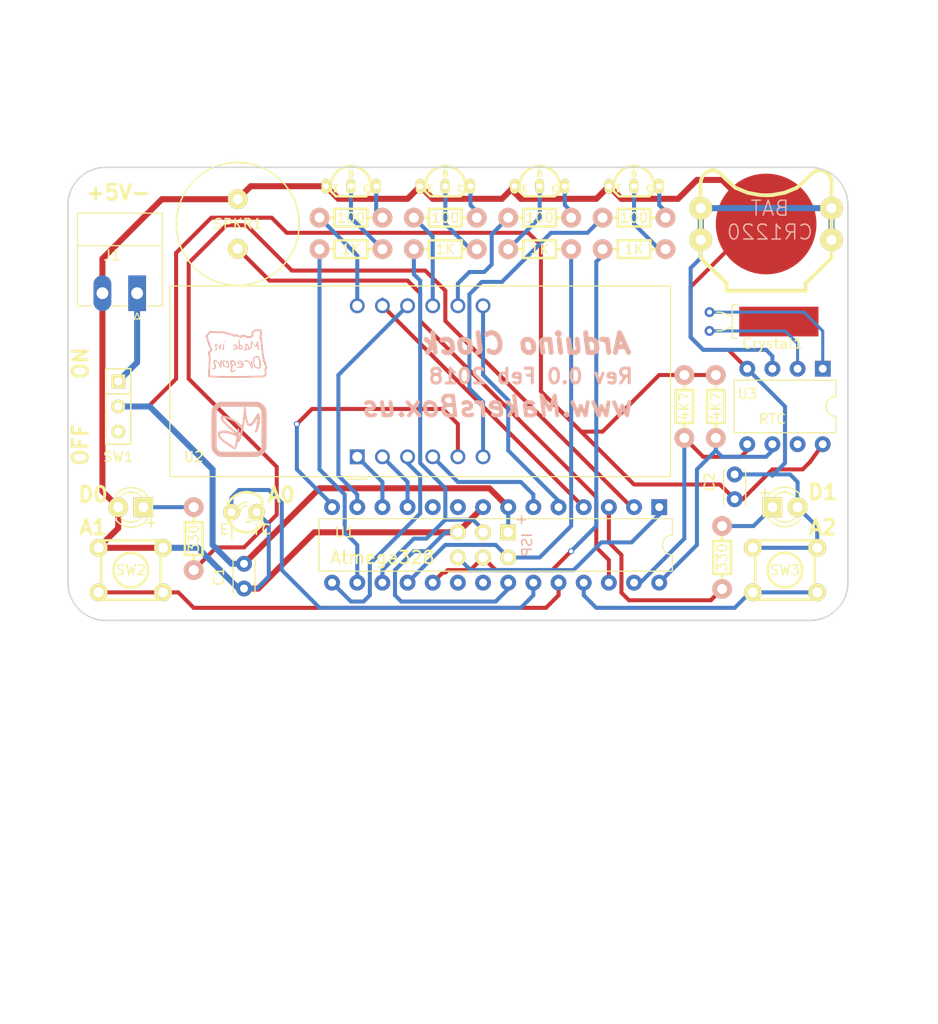
<source format=kicad_pcb>
(kicad_pcb (version 4) (host pcbnew 4.0.7)

  (general
    (links 75)
    (no_connects 0)
    (area 109.144999 59.614999 188.035001 105.485001)
    (thickness 1.6)
    (drawings 28)
    (tracks 312)
    (zones 0)
    (modules 34)
    (nets 47)
  )

  (page USLetter)
  (title_block
    (title "Arduino Clock")
    (company "Maker's Box")
  )

  (layers
    (0 F.Cu signal)
    (31 B.Cu signal)
    (32 B.Adhes user)
    (33 F.Adhes user)
    (34 B.Paste user)
    (35 F.Paste user)
    (36 B.SilkS user)
    (37 F.SilkS user)
    (38 B.Mask user)
    (39 F.Mask user)
    (40 Dwgs.User user)
    (41 Cmts.User user)
    (42 Eco1.User user)
    (43 Eco2.User user)
    (44 Edge.Cuts user)
    (45 Margin user)
    (46 B.CrtYd user)
    (47 F.CrtYd user)
    (48 B.Fab user)
    (49 F.Fab user)
  )

  (setup
    (last_trace_width 0.4064)
    (user_trace_width 0.3048)
    (user_trace_width 0.4064)
    (user_trace_width 0.6096)
    (trace_clearance 0.2)
    (zone_clearance 0.508)
    (zone_45_only no)
    (trace_min 0.2)
    (segment_width 0.2)
    (edge_width 0.15)
    (via_size 0.6)
    (via_drill 0.4)
    (via_min_size 0.4)
    (via_min_drill 0.3)
    (uvia_size 0.3)
    (uvia_drill 0.1)
    (uvias_allowed no)
    (uvia_min_size 0.2)
    (uvia_min_drill 0.1)
    (pcb_text_width 0.3)
    (pcb_text_size 1.5 1.5)
    (mod_edge_width 0.15)
    (mod_text_size 1 1)
    (mod_text_width 0.15)
    (pad_size 1.524 1.524)
    (pad_drill 0.762)
    (pad_to_mask_clearance 0)
    (aux_axis_origin 0 0)
    (visible_elements FFFFFF7F)
    (pcbplotparams
      (layerselection 0x00030_80000001)
      (usegerberextensions false)
      (excludeedgelayer true)
      (linewidth 0.100000)
      (plotframeref false)
      (viasonmask false)
      (mode 1)
      (useauxorigin false)
      (hpglpennumber 1)
      (hpglpenspeed 20)
      (hpglpendiameter 15)
      (hpglpenoverlay 2)
      (psnegative false)
      (psa4output false)
      (plotreference true)
      (plotvalue true)
      (plotinvisibletext false)
      (padsonsilk false)
      (subtractmaskfromsilk false)
      (outputformat 1)
      (mirror false)
      (drillshape 1)
      (scaleselection 1)
      (outputdirectory ""))
  )

  (net 0 "")
  (net 1 "Net-(BT2-Pad1)")
  (net 2 GND)
  (net 3 VCC)
  (net 4 "Net-(CON1-Pad5)")
  (net 5 "Net-(D1-Pad2)")
  (net 6 "Net-(D2-Pad2)")
  (net 7 "Net-(Q2-Pad2)")
  (net 8 "Net-(Q2-Pad3)")
  (net 9 "Net-(Q3-Pad2)")
  (net 10 "Net-(Q3-Pad3)")
  (net 11 "Net-(Q4-Pad2)")
  (net 12 "Net-(Q4-Pad3)")
  (net 13 "Net-(Q5-Pad2)")
  (net 14 "Net-(Q5-Pad3)")
  (net 15 "Net-(R7-Pad2)")
  (net 16 "Net-(R8-Pad2)")
  (net 17 "Net-(R9-Pad2)")
  (net 18 "Net-(R10-Pad2)")
  (net 19 "Net-(U3-Pad7)")
  (net 20 "Net-(U1-Pad20)")
  (net 21 "Net-(U1-Pad21)")
  (net 22 "Net-(U1-Pad10)")
  (net 23 "Net-(J1-Pad1)")
  (net 24 "Net-(Crystal1-Pad2)")
  (net 25 "Net-(Crystal1-Pad1)")
  (net 26 /D12)
  (net 27 /D13)
  (net 28 /D11)
  (net 29 /A0)
  (net 30 /D0)
  (net 31 /D1)
  (net 32 /D10)
  (net 33 /A3)
  (net 34 /A1)
  (net 35 /A2)
  (net 36 /D9)
  (net 37 /D2)
  (net 38 /D3)
  (net 39 /D4)
  (net 40 "Net-(U1-Pad9)")
  (net 41 /D5)
  (net 42 /D6)
  (net 43 /D7)
  (net 44 /A4)
  (net 45 /D8)
  (net 46 /A5)

  (net_class Default "This is the default net class."
    (clearance 0.2)
    (trace_width 0.25)
    (via_dia 0.6)
    (via_drill 0.4)
    (uvia_dia 0.3)
    (uvia_drill 0.1)
    (add_net /A0)
    (add_net /A1)
    (add_net /A2)
    (add_net /A3)
    (add_net /A4)
    (add_net /A5)
    (add_net /D0)
    (add_net /D1)
    (add_net /D10)
    (add_net /D11)
    (add_net /D12)
    (add_net /D13)
    (add_net /D2)
    (add_net /D3)
    (add_net /D4)
    (add_net /D5)
    (add_net /D6)
    (add_net /D7)
    (add_net /D8)
    (add_net /D9)
    (add_net GND)
    (add_net "Net-(BT2-Pad1)")
    (add_net "Net-(CON1-Pad5)")
    (add_net "Net-(Crystal1-Pad1)")
    (add_net "Net-(Crystal1-Pad2)")
    (add_net "Net-(D1-Pad2)")
    (add_net "Net-(D2-Pad2)")
    (add_net "Net-(J1-Pad1)")
    (add_net "Net-(Q2-Pad2)")
    (add_net "Net-(Q2-Pad3)")
    (add_net "Net-(Q3-Pad2)")
    (add_net "Net-(Q3-Pad3)")
    (add_net "Net-(Q4-Pad2)")
    (add_net "Net-(Q4-Pad3)")
    (add_net "Net-(Q5-Pad2)")
    (add_net "Net-(Q5-Pad3)")
    (add_net "Net-(R10-Pad2)")
    (add_net "Net-(R7-Pad2)")
    (add_net "Net-(R8-Pad2)")
    (add_net "Net-(R9-Pad2)")
    (add_net "Net-(U1-Pad10)")
    (add_net "Net-(U1-Pad20)")
    (add_net "Net-(U1-Pad21)")
    (add_net "Net-(U1-Pad9)")
    (add_net "Net-(U3-Pad7)")
    (add_net VCC)
  )

  (module myFootPrints:AVR-ISP-6 (layer B.Cu) (tedit 5A8FBE37) (tstamp 5A8F94E1)
    (at 153.67 99.06 90)
    (descr "6-lead dip package, row spacing 7.62 mm (300 mils)")
    (tags "dil dip 2.54 300")
    (path /5A8EB119)
    (fp_text reference CON1 (at 0 2.54 90) (layer B.SilkS) hide
      (effects (font (size 1 1) (thickness 0.15)) (justify mirror))
    )
    (fp_text value ISP (at 0 3.72 90) (layer B.Fab) hide
      (effects (font (size 1 1) (thickness 0.15)) (justify mirror))
    )
    (fp_text user ISP (at 1.27 1.905 90) (layer B.SilkS)
      (effects (font (size 1 1) (thickness 0.15)) (justify mirror))
    )
    (fp_text user + (at 3.81 1.27 90) (layer B.SilkS)
      (effects (font (size 1 1) (thickness 0.15)) (justify mirror))
    )
    (pad 1 thru_hole oval (at 0 0 90) (size 1.6 1.6) (drill 0.9652) (layers *.Cu *.Mask F.SilkS)
      (net 26 /D12))
    (pad 2 thru_hole rect (at 2.54 0 90) (size 1.6 1.6) (drill 0.9652) (layers *.Cu *.Mask F.SilkS)
      (net 3 VCC))
    (pad 3 thru_hole oval (at 0 -2.54 90) (size 1.6 1.6) (drill 0.9652) (layers *.Cu *.Mask F.SilkS)
      (net 27 /D13))
    (pad 4 thru_hole oval (at 2.54 -2.54 90) (size 1.6 1.6) (drill 0.9652) (layers *.Cu *.Mask F.SilkS)
      (net 28 /D11))
    (pad 5 thru_hole oval (at 0 -5.08 90) (size 1.6 1.6) (drill 0.9652) (layers *.Cu *.Mask F.SilkS)
      (net 4 "Net-(CON1-Pad5)"))
    (pad 6 thru_hole oval (at 2.54 -5.08 90) (size 1.6 1.6) (drill 0.9652) (layers *.Cu *.Mask F.SilkS)
      (net 2 GND))
  )

  (module Crystals:Crystal_C38-LF_d3.0mm_l8.0mm_Horizontal_1EP_style1 (layer F.Cu) (tedit 5A8FB5E6) (tstamp 5A8F948F)
    (at 173.99 76.2 90)
    (descr "Crystal THT C38-LF 8.0mm length 3.0mm diameter")
    (tags ['C38-LF'])
    (path /5A8E64A3)
    (fp_text reference Crystal1 (at -1.27 6.35 180) (layer F.SilkS)
      (effects (font (size 1 1) (thickness 0.15)))
    )
    (fp_text value 32.768 (at 3.97 2.25 180) (layer F.Fab)
      (effects (font (size 1 1) (thickness 0.15)))
    )
    (fp_text user %R (at 0.95 5.25 90) (layer F.Fab)
      (effects (font (size 0.7 0.7) (thickness 0.105)))
    )
    (fp_line (start -0.55 2.5) (end -0.55 10.5) (layer F.Fab) (width 0.1))
    (fp_line (start -0.55 10.5) (end 2.45 10.5) (layer F.Fab) (width 0.1))
    (fp_line (start 2.45 10.5) (end 2.45 2.5) (layer F.Fab) (width 0.1))
    (fp_line (start 2.45 2.5) (end -0.55 2.5) (layer F.Fab) (width 0.1))
    (fp_line (start 0.405 2.5) (end 0 1.25) (layer F.Fab) (width 0.1))
    (fp_line (start 0 1.25) (end 0 0) (layer F.Fab) (width 0.1))
    (fp_line (start 1.495 2.5) (end 1.9 1.25) (layer F.Fab) (width 0.1))
    (fp_line (start 1.9 1.25) (end 1.9 0) (layer F.Fab) (width 0.1))
    (fp_line (start -0.75 2.8) (end -0.75 2.3) (layer F.SilkS) (width 0.12))
    (fp_line (start -0.75 2.3) (end 2.65 2.3) (layer F.SilkS) (width 0.12))
    (fp_line (start 2.65 2.3) (end 2.65 2.8) (layer F.SilkS) (width 0.12))
    (fp_line (start 0.405 2.3) (end 0 1.15) (layer F.SilkS) (width 0.12))
    (fp_line (start 0 1.15) (end 0 0.7) (layer F.SilkS) (width 0.12))
    (fp_line (start 1.495 2.3) (end 1.9 1.15) (layer F.SilkS) (width 0.12))
    (fp_line (start 1.9 1.15) (end 1.9 0.7) (layer F.SilkS) (width 0.12))
    (fp_line (start -1.3 -0.8) (end -1.3 11.3) (layer F.CrtYd) (width 0.05))
    (fp_line (start -1.3 11.3) (end 3.2 11.3) (layer F.CrtYd) (width 0.05))
    (fp_line (start 3.2 11.3) (end 3.2 -0.8) (layer F.CrtYd) (width 0.05))
    (fp_line (start 3.2 -0.8) (end -1.3 -0.8) (layer F.CrtYd) (width 0.05))
    (pad 2 thru_hole circle (at 0 0 90) (size 1 1) (drill 0.5) (layers *.Cu *.Mask)
      (net 24 "Net-(Crystal1-Pad2)"))
    (pad 1 thru_hole circle (at 1.9 0 90) (size 1 1) (drill 0.5) (layers *.Cu *.Mask)
      (net 25 "Net-(Crystal1-Pad1)"))
    (pad 3 smd rect (at 0.95 7 90) (size 3 8) (layers F.Cu F.Paste F.Mask))
    (model ${KISYS3DMOD}/Crystals.3dshapes/Crystal_C38-LF_d3.0mm_l8.0mm_Horizontal_1EP_style1.wrl
      (at (xyz 0 0 0))
      (scale (xyz 0.393701 0.393701 0.393701))
      (rotate (xyz 0 0 0))
    )
  )

  (module myFootPrints:PHOTO_TRANS (layer F.Cu) (tedit 5A8F8D17) (tstamp 5A8F9534)
    (at 127 94.488)
    (descr "LED 3mm - Lead pitch 100mil (2,54mm)")
    (tags "LED led 3mm 3MM 100mil 2,54mm")
    (path /5A8F5C4D)
    (fp_text reference Q1 (at 2.54 0 90) (layer F.SilkS) hide
      (effects (font (size 0.762 0.762) (thickness 0.0889)))
    )
    (fp_text value Photo (at 0.35921 0.35921 90) (layer F.SilkS) hide
      (effects (font (size 0.508 0.508) (thickness 0.127)))
    )
    (fp_line (start -1.25 2.5) (end -1.25 2.75) (layer F.SilkS) (width 0.15))
    (fp_line (start -1.25 1) (end -1.25 2.5) (layer F.SilkS) (width 0.15))
    (fp_line (start 1.25 1) (end 1.25 2.25) (layer F.SilkS) (width 0.15))
    (fp_text user E (at -2 1.75) (layer F.SilkS)
      (effects (font (size 1 1) (thickness 0.15)))
    )
    (fp_text user C (at 2.25 1.75) (layer F.SilkS)
      (effects (font (size 1 1) (thickness 0.15)))
    )
    (fp_line (start 1.8288 1.27) (end 1.8288 -1.27) (layer F.SilkS) (width 0.254))
    (fp_arc (start 0.254 0) (end -0.381 0) (angle 90) (layer F.SilkS) (width 0.1524))
    (fp_arc (start 0.254 0) (end -0.762 0) (angle 90) (layer F.SilkS) (width 0.1524))
    (fp_arc (start 0.254 0) (end 0.889 0) (angle 90) (layer F.SilkS) (width 0.1524))
    (fp_arc (start 0.254 0) (end 1.27 0) (angle 90) (layer F.SilkS) (width 0.1524))
    (fp_arc (start 0.254 0) (end 0.254 -2.032) (angle 50.1) (layer F.SilkS) (width 0.254))
    (fp_arc (start 0.254 0) (end -1.5367 -0.95504) (angle 61.9) (layer F.SilkS) (width 0.254))
    (fp_arc (start 0.254 0) (end 1.8034 1.31064) (angle 49.7) (layer F.SilkS) (width 0.254))
    (fp_arc (start 0.254 0) (end 0.254 2.032) (angle 60.2) (layer F.SilkS) (width 0.254))
    (fp_arc (start 0.254 0) (end -1.778 0) (angle 28.3) (layer F.SilkS) (width 0.254))
    (fp_arc (start 0.254 0) (end -1.47574 1.06426) (angle 31.6) (layer F.SilkS) (width 0.254))
    (pad 1 thru_hole circle (at -1.27 0) (size 1.6764 1.6764) (drill 0.8128) (layers *.Cu *.Mask F.SilkS)
      (net 29 /A0))
    (pad 2 thru_hole circle (at 1.27 0 45) (size 1.6764 1.6764) (drill 0.8128) (layers *.Cu *.Mask F.SilkS)
      (net 2 GND))
    (model discret/leds/led3_vertical_verde.wrl
      (at (xyz 0 0 0))
      (scale (xyz 1 1 1))
      (rotate (xyz 0 0 0))
    )
  )

  (module myFootPrints:BATT_12mm_TH (layer F.Cu) (tedit 56EB89B1) (tstamp 5A8F94AD)
    (at 179.705 65.405 180)
    (descr "Keystone type 3000 coin cell retainer")
    (path /5A8E7D04)
    (fp_text reference BT2 (at 0 -4.5 180) (layer F.SilkS) hide
      (effects (font (thickness 0.3048)))
    )
    (fp_text value 3V (at 0 4.5 180) (layer F.SilkS) hide
      (effects (font (thickness 0.3048)))
    )
    (fp_line (start 0.6096 2.921) (end 1.8542 3.1496) (layer F.SilkS) (width 0.381))
    (fp_line (start 1.8542 3.1496) (end 3.0988 3.6576) (layer F.SilkS) (width 0.381))
    (fp_line (start 3.0988 3.6576) (end 4.064 4.5212) (layer F.SilkS) (width 0.381))
    (fp_line (start 4.064 4.5212) (end 4.7244 5.1816) (layer F.SilkS) (width 0.381))
    (fp_line (start 4.7244 5.1816) (end 5.2832 5.4356) (layer F.SilkS) (width 0.381))
    (fp_line (start 0 2.8956) (end 0.6096 2.921) (layer F.SilkS) (width 0.381))
    (fp_line (start -3.0988 3.6576) (end -4.064 4.5212) (layer F.SilkS) (width 0.381))
    (fp_line (start -4.064 4.5212) (end -4.7244 5.1816) (layer F.SilkS) (width 0.381))
    (fp_line (start -5.2832 5.4356) (end -4.7244 5.1816) (layer F.SilkS) (width 0.381))
    (fp_line (start -3.0988 3.6576) (end -1.8542 3.1496) (layer F.SilkS) (width 0.381))
    (fp_line (start -1.8542 3.1496) (end -0.6096 2.921) (layer F.SilkS) (width 0.381))
    (fp_line (start -0.6096 2.921) (end 0 2.8956) (layer F.SilkS) (width 0.381))
    (fp_arc (start 5.2832 4.1148) (end 6.604 4.1148) (angle 90) (layer F.SilkS) (width 0.381))
    (fp_arc (start -5.2832 4.1148) (end -5.2832 5.4356) (angle 90) (layer F.SilkS) (width 0.381))
    (fp_line (start 6.604 -3.429) (end 6.604 4.064) (layer F.SilkS) (width 0.381))
    (fp_line (start -6.604 -3.429) (end -6.604 4.064) (layer F.SilkS) (width 0.381))
    (fp_line (start 4.0005 -5.969) (end 6.604 -3.429) (layer F.SilkS) (width 0.381))
    (fp_line (start -4.0005 -5.969) (end -6.604 -3.429) (layer F.SilkS) (width 0.381))
    (fp_line (start 3.9995 -6.731) (end 3.9995 -5.969) (layer F.SilkS) (width 0.381))
    (fp_line (start -4.0005 -6.731) (end -4.0005 -5.969) (layer F.SilkS) (width 0.381))
    (fp_line (start -4.0005 -6.731) (end 4.0005 -6.731) (layer F.SilkS) (width 0.381))
    (pad 1 thru_hole circle (at 6.6 -1.6 180) (size 2.3 2.3) (drill 1) (layers *.Cu *.Mask F.SilkS)
      (net 1 "Net-(BT2-Pad1)"))
    (pad 1 thru_hole circle (at 6.6 1.6 180) (size 2.3 2.3) (drill 1) (layers *.Cu *.Mask F.SilkS)
      (net 1 "Net-(BT2-Pad1)"))
    (pad 1 thru_hole circle (at -6.6 1.6 180) (size 2.3 2.3) (drill 1) (layers *.Cu *.Mask F.SilkS)
      (net 1 "Net-(BT2-Pad1)"))
    (pad 1 thru_hole circle (at -6.6 -1.6 180) (size 2.3 2.3) (drill 1) (layers *.Cu *.Mask F.SilkS)
      (net 1 "Net-(BT2-Pad1)"))
    (pad 2 smd circle (at 0 0 180) (size 10.16 10.16) (layers F.Cu F.Paste F.Mask)
      (net 2 GND))
    (model walter/battery_holders/keystone_3000.wrl
      (at (xyz 0 0 0))
      (scale (xyz 1 1 1))
      (rotate (xyz 0 0 0))
    )
  )

  (module Capacitors_THT:C_Disc_D3.4mm_W2.1mm_P2.50mm (layer F.Cu) (tedit 5A8FB64D) (tstamp 5A8F94C2)
    (at 127 99.695 270)
    (descr "C, Disc series, Radial, pin pitch=2.50mm, , diameter*width=3.4*2.1mm^2, Capacitor, http://www.vishay.com/docs/45233/krseries.pdf")
    (tags "C Disc series Radial pin pitch 2.50mm  diameter 3.4mm width 2.1mm Capacitor")
    (path /5A8E9F35)
    (fp_text reference C1 (at 1.27 2.54 450) (layer F.SilkS)
      (effects (font (size 1 1) (thickness 0.15)))
    )
    (fp_text value 0.1uF (at 1.25 2.36 270) (layer F.Fab)
      (effects (font (size 1 1) (thickness 0.15)))
    )
    (fp_line (start -0.45 -1.05) (end -0.45 1.05) (layer F.Fab) (width 0.1))
    (fp_line (start -0.45 1.05) (end 2.95 1.05) (layer F.Fab) (width 0.1))
    (fp_line (start 2.95 1.05) (end 2.95 -1.05) (layer F.Fab) (width 0.1))
    (fp_line (start 2.95 -1.05) (end -0.45 -1.05) (layer F.Fab) (width 0.1))
    (fp_line (start -0.51 -1.11) (end 3.01 -1.11) (layer F.SilkS) (width 0.12))
    (fp_line (start -0.51 1.11) (end 3.01 1.11) (layer F.SilkS) (width 0.12))
    (fp_line (start -0.51 -1.11) (end -0.51 -0.996) (layer F.SilkS) (width 0.12))
    (fp_line (start -0.51 0.996) (end -0.51 1.11) (layer F.SilkS) (width 0.12))
    (fp_line (start 3.01 -1.11) (end 3.01 -0.996) (layer F.SilkS) (width 0.12))
    (fp_line (start 3.01 0.996) (end 3.01 1.11) (layer F.SilkS) (width 0.12))
    (fp_line (start -1.05 -1.4) (end -1.05 1.4) (layer F.CrtYd) (width 0.05))
    (fp_line (start -1.05 1.4) (end 3.55 1.4) (layer F.CrtYd) (width 0.05))
    (fp_line (start 3.55 1.4) (end 3.55 -1.4) (layer F.CrtYd) (width 0.05))
    (fp_line (start 3.55 -1.4) (end -1.05 -1.4) (layer F.CrtYd) (width 0.05))
    (fp_text user %R (at 1.25 0 270) (layer F.Fab)
      (effects (font (size 1 1) (thickness 0.15)))
    )
    (pad 1 thru_hole circle (at 0 0 270) (size 1.6 1.6) (drill 0.8) (layers *.Cu *.Mask)
      (net 3 VCC))
    (pad 2 thru_hole circle (at 2.5 0 270) (size 1.6 1.6) (drill 0.8) (layers *.Cu *.Mask)
      (net 2 GND))
    (model ${KISYS3DMOD}/Capacitors_THT.3dshapes/C_Disc_D3.4mm_W2.1mm_P2.50mm.wrl
      (at (xyz 0 0 0))
      (scale (xyz 1 1 1))
      (rotate (xyz 0 0 0))
    )
  )

  (module Capacitors_THT:C_Disc_D3.4mm_W2.1mm_P2.50mm (layer F.Cu) (tedit 5A8FB50E) (tstamp 5A8F94D7)
    (at 176.53 90.678 270)
    (descr "C, Disc series, Radial, pin pitch=2.50mm, , diameter*width=3.4*2.1mm^2, Capacitor, http://www.vishay.com/docs/45233/krseries.pdf")
    (tags "C Disc series Radial pin pitch 2.50mm  diameter 3.4mm width 2.1mm Capacitor")
    (path /5A8E98CC)
    (fp_text reference C2 (at 0.762 2.54 270) (layer F.SilkS)
      (effects (font (size 1 1) (thickness 0.15)))
    )
    (fp_text value 0.1uF (at 1.25 2.36 270) (layer F.Fab)
      (effects (font (size 1 1) (thickness 0.15)))
    )
    (fp_line (start -0.45 -1.05) (end -0.45 1.05) (layer F.Fab) (width 0.1))
    (fp_line (start -0.45 1.05) (end 2.95 1.05) (layer F.Fab) (width 0.1))
    (fp_line (start 2.95 1.05) (end 2.95 -1.05) (layer F.Fab) (width 0.1))
    (fp_line (start 2.95 -1.05) (end -0.45 -1.05) (layer F.Fab) (width 0.1))
    (fp_line (start -0.51 -1.11) (end 3.01 -1.11) (layer F.SilkS) (width 0.12))
    (fp_line (start -0.51 1.11) (end 3.01 1.11) (layer F.SilkS) (width 0.12))
    (fp_line (start -0.51 -1.11) (end -0.51 -0.996) (layer F.SilkS) (width 0.12))
    (fp_line (start -0.51 0.996) (end -0.51 1.11) (layer F.SilkS) (width 0.12))
    (fp_line (start 3.01 -1.11) (end 3.01 -0.996) (layer F.SilkS) (width 0.12))
    (fp_line (start 3.01 0.996) (end 3.01 1.11) (layer F.SilkS) (width 0.12))
    (fp_line (start -1.05 -1.4) (end -1.05 1.4) (layer F.CrtYd) (width 0.05))
    (fp_line (start -1.05 1.4) (end 3.55 1.4) (layer F.CrtYd) (width 0.05))
    (fp_line (start 3.55 1.4) (end 3.55 -1.4) (layer F.CrtYd) (width 0.05))
    (fp_line (start 3.55 -1.4) (end -1.05 -1.4) (layer F.CrtYd) (width 0.05))
    (fp_text user %R (at 1.25 0 270) (layer F.Fab)
      (effects (font (size 1 1) (thickness 0.15)))
    )
    (pad 1 thru_hole circle (at 0 0 270) (size 1.6 1.6) (drill 0.8) (layers *.Cu *.Mask)
      (net 2 GND))
    (pad 2 thru_hole circle (at 2.5 0 270) (size 1.6 1.6) (drill 0.8) (layers *.Cu *.Mask)
      (net 3 VCC))
    (model ${KISYS3DMOD}/Capacitors_THT.3dshapes/C_Disc_D3.4mm_W2.1mm_P2.50mm.wrl
      (at (xyz 0 0 0))
      (scale (xyz 1 1 1))
      (rotate (xyz 0 0 0))
    )
  )

  (module myFootPrints:LED-3MM (layer F.Cu) (tedit 57578FCB) (tstamp 5A8F94F2)
    (at 114.3 93.98)
    (descr "LED 3mm round vertical")
    (tags "LED  3mm round vertical")
    (path /5A90B60F)
    (fp_text reference D1 (at 1.91 3.06) (layer F.SilkS) hide
      (effects (font (size 1 1) (thickness 0.15)))
    )
    (fp_text value LED (at 1.27 -1.524) (layer F.Fab)
      (effects (font (size 1 1) (thickness 0.15)))
    )
    (fp_text user + (at 3.302 1.524) (layer F.SilkS)
      (effects (font (size 1 1) (thickness 0.15)))
    )
    (fp_line (start -1.2 2.3) (end 3.8 2.3) (layer F.CrtYd) (width 0.05))
    (fp_line (start 3.8 2.3) (end 3.8 -2.2) (layer F.CrtYd) (width 0.05))
    (fp_line (start 3.8 -2.2) (end -1.2 -2.2) (layer F.CrtYd) (width 0.05))
    (fp_line (start -1.2 -2.2) (end -1.2 2.3) (layer F.CrtYd) (width 0.05))
    (fp_line (start -0.199 1.314) (end -0.199 1.114) (layer F.SilkS) (width 0.15))
    (fp_line (start -0.199 -1.28) (end -0.199 -1.1) (layer F.SilkS) (width 0.15))
    (fp_arc (start 1.301 0.034) (end -0.199 -1.286) (angle 108.5) (layer F.SilkS) (width 0.15))
    (fp_arc (start 1.301 0.034) (end 0.25 -1.1) (angle 85.7) (layer F.SilkS) (width 0.15))
    (fp_arc (start 1.311 0.034) (end 3.051 0.994) (angle 110) (layer F.SilkS) (width 0.15))
    (fp_arc (start 1.301 0.034) (end 2.335 1.094) (angle 87.5) (layer F.SilkS) (width 0.15))
    (pad 1 thru_hole circle (at 0 0 90) (size 2 2) (drill 1.00076) (layers *.Cu *.Mask F.SilkS)
      (net 2 GND))
    (pad 2 thru_hole rect (at 2.54 0) (size 2 2) (drill 1.00076) (layers *.Cu *.Mask F.SilkS)
      (net 5 "Net-(D1-Pad2)"))
    (model LEDs.3dshapes/LED-3MM.wrl
      (at (xyz 0.05 0 0))
      (scale (xyz 1 1 1))
      (rotate (xyz 0 0 90))
    )
  )

  (module myFootPrints:LED-3MM (layer F.Cu) (tedit 57578FCB) (tstamp 5A8F9503)
    (at 182.88 93.98 180)
    (descr "LED 3mm round vertical")
    (tags "LED  3mm round vertical")
    (path /5A90B699)
    (fp_text reference D2 (at 1.91 3.06 180) (layer F.SilkS) hide
      (effects (font (size 1 1) (thickness 0.15)))
    )
    (fp_text value LED (at 1.27 -1.524 180) (layer F.Fab)
      (effects (font (size 1 1) (thickness 0.15)))
    )
    (fp_text user + (at 3.302 1.524 180) (layer F.SilkS)
      (effects (font (size 1 1) (thickness 0.15)))
    )
    (fp_line (start -1.2 2.3) (end 3.8 2.3) (layer F.CrtYd) (width 0.05))
    (fp_line (start 3.8 2.3) (end 3.8 -2.2) (layer F.CrtYd) (width 0.05))
    (fp_line (start 3.8 -2.2) (end -1.2 -2.2) (layer F.CrtYd) (width 0.05))
    (fp_line (start -1.2 -2.2) (end -1.2 2.3) (layer F.CrtYd) (width 0.05))
    (fp_line (start -0.199 1.314) (end -0.199 1.114) (layer F.SilkS) (width 0.15))
    (fp_line (start -0.199 -1.28) (end -0.199 -1.1) (layer F.SilkS) (width 0.15))
    (fp_arc (start 1.301 0.034) (end -0.199 -1.286) (angle 108.5) (layer F.SilkS) (width 0.15))
    (fp_arc (start 1.301 0.034) (end 0.25 -1.1) (angle 85.7) (layer F.SilkS) (width 0.15))
    (fp_arc (start 1.311 0.034) (end 3.051 0.994) (angle 110) (layer F.SilkS) (width 0.15))
    (fp_arc (start 1.301 0.034) (end 2.335 1.094) (angle 87.5) (layer F.SilkS) (width 0.15))
    (pad 1 thru_hole circle (at 0 0 270) (size 2 2) (drill 1.00076) (layers *.Cu *.Mask F.SilkS)
      (net 2 GND))
    (pad 2 thru_hole rect (at 2.54 0 180) (size 2 2) (drill 1.00076) (layers *.Cu *.Mask F.SilkS)
      (net 6 "Net-(D2-Pad2)"))
    (model LEDs.3dshapes/LED-3MM.wrl
      (at (xyz 0.05 0 0))
      (scale (xyz 1 1 1))
      (rotate (xyz 0 0 90))
    )
  )

  (module Connectors_Phoenix:PhoenixContact_MC-G_02x3.50mm_Angled (layer F.Cu) (tedit 5A8F8BF8) (tstamp 5A8F951E)
    (at 116.205 72.39 180)
    (descr "Generic Phoenix Contact connector footprint for series: MC-G; number of pins: 02; pin pitch: 3.50mm; Angled || order number: 1844210 8A 160V")
    (tags "phoenix_contact connector MC_01x02_G_3.5mm")
    (path /5A91FB90)
    (fp_text reference J1 (at 2.54 3.81 180) (layer F.SilkS)
      (effects (font (size 1 1) (thickness 0.15)))
    )
    (fp_text value PWR (at 1.75 9 180) (layer F.Fab)
      (effects (font (size 1 1) (thickness 0.15)))
    )
    (fp_line (start -2.53 -1.28) (end -2.53 8.08) (layer F.SilkS) (width 0.12))
    (fp_line (start -2.53 8.08) (end 6.03 8.08) (layer F.SilkS) (width 0.12))
    (fp_line (start 6.03 8.08) (end 6.03 -1.28) (layer F.SilkS) (width 0.12))
    (fp_line (start -2.53 -1.28) (end -1.05 -1.28) (layer F.SilkS) (width 0.12))
    (fp_line (start 6.03 -1.28) (end 4.55 -1.28) (layer F.SilkS) (width 0.12))
    (fp_line (start 1.05 -1.28) (end 2.45 -1.28) (layer F.SilkS) (width 0.12))
    (fp_line (start -2.45 -1.2) (end -2.45 8) (layer F.Fab) (width 0.1))
    (fp_line (start -2.45 8) (end 5.95 8) (layer F.Fab) (width 0.1))
    (fp_line (start 5.95 8) (end 5.95 -1.2) (layer F.Fab) (width 0.1))
    (fp_line (start 5.95 -1.2) (end -2.45 -1.2) (layer F.Fab) (width 0.1))
    (fp_line (start -2.53 4.8) (end 6.03 4.8) (layer F.SilkS) (width 0.12))
    (fp_line (start -3.03 -2.3) (end -3.03 8.5) (layer F.CrtYd) (width 0.05))
    (fp_line (start -3.03 8.5) (end 6.45 8.5) (layer F.CrtYd) (width 0.05))
    (fp_line (start 6.45 8.5) (end 6.45 -2.3) (layer F.CrtYd) (width 0.05))
    (fp_line (start 6.45 -2.3) (end -3.03 -2.3) (layer F.CrtYd) (width 0.05))
    (fp_line (start 0.3 -2.6) (end 0 -2) (layer F.SilkS) (width 0.12))
    (fp_line (start 0 -2) (end -0.3 -2.6) (layer F.SilkS) (width 0.12))
    (fp_line (start -0.3 -2.6) (end 0.3 -2.6) (layer F.SilkS) (width 0.12))
    (fp_line (start 0.8 -1.2) (end 0 0) (layer F.Fab) (width 0.1))
    (fp_line (start 0 0) (end -0.8 -1.2) (layer F.Fab) (width 0.1))
    (fp_text user %R (at 1.75 3 180) (layer F.Fab)
      (effects (font (size 1 1) (thickness 0.15)))
    )
    (pad 1 thru_hole rect (at 0 0 180) (size 1.8 3.6) (drill 1.2) (layers *.Cu *.Mask)
      (net 23 "Net-(J1-Pad1)"))
    (pad 2 thru_hole oval (at 3.5 0 180) (size 1.8 3.6) (drill 1.2) (layers *.Cu *.Mask)
      (net 2 GND))
    (model ${KISYS3DMOD}/Connectors_Phoenix.3dshapes/PhoenixContact_MC-G_02x3.50mm_Angled.wrl
      (at (xyz 0 0 0))
      (scale (xyz 1 1 1))
      (rotate (xyz 0 0 0))
    )
  )

  (module myFootPrints:TO-92_NPN_EBC_wide (layer F.Cu) (tedit 56800174) (tstamp 5A8F9545)
    (at 135.255 61.595)
    (descr "TO-92 leads in-line, narrow, oval pads, drill 0.6mm (see NXP sot054_po.pdf)")
    (tags "to-92 sc-43 sc-43a sot54 PA33 transistor")
    (path /5A8E2E4D)
    (fp_text reference Q2 (at 1.778 -1.016) (layer F.SilkS) hide
      (effects (font (size 0.635 0.635) (thickness 0.127)))
    )
    (fp_text value 2N2222 (at 2.54 1.778) (layer F.SilkS) hide
      (effects (font (size 1 1) (thickness 0.15)))
    )
    (fp_line (start 0.508 0.508) (end 0.508 0) (layer F.SilkS) (width 0.254))
    (fp_line (start 4.572 0.508) (end 4.572 0) (layer F.SilkS) (width 0.254))
    (fp_arc (start 2.54 0) (end 2.54 -2.032) (angle 90) (layer F.SilkS) (width 0.254))
    (fp_arc (start 2.54 0) (end 0.508 0) (angle 90) (layer F.SilkS) (width 0.254))
    (fp_text user B (at 2.54 -1.27) (layer F.SilkS)
      (effects (font (size 0.635 0.635) (thickness 0.15)))
    )
    (fp_text user C (at 4.064 0.254) (layer F.SilkS)
      (effects (font (size 0.635 0.635) (thickness 0.15)))
    )
    (fp_text user E (at 1.016 0.254) (layer F.SilkS)
      (effects (font (size 0.635 0.635) (thickness 0.15)))
    )
    (fp_line (start 1.016 1.016) (end 0.508 0.508) (layer F.SilkS) (width 0.254))
    (fp_line (start 1.016 1.016) (end 4.064 1.016) (layer F.SilkS) (width 0.254))
    (fp_line (start 4.064 1.016) (end 4.572 0.508) (layer F.SilkS) (width 0.254))
    (pad 2 thru_hole oval (at 2.54 0 180) (size 0.89916 1.50114) (drill 0.6) (layers *.Cu *.Mask F.SilkS)
      (net 7 "Net-(Q2-Pad2)"))
    (pad 3 thru_hole oval (at 5.08 0 180) (size 0.89916 1.50114) (drill 0.6) (layers *.Cu *.Mask F.SilkS)
      (net 8 "Net-(Q2-Pad3)"))
    (pad 1 thru_hole oval (at 0 0 180) (size 0.89916 1.50114) (drill 0.6) (layers *.Cu *.Mask F.SilkS)
      (net 2 GND))
    (model TO_SOT_Packages_THT.3dshapes/TO-92_Inline_Narrow_Oval.wrl
      (at (xyz 0.05 0 0))
      (scale (xyz 1 1 1))
      (rotate (xyz 0 0 -90))
    )
  )

  (module myFootPrints:TO-92_NPN_EBC_wide (layer F.Cu) (tedit 56800174) (tstamp 5A8F9556)
    (at 144.78 61.595)
    (descr "TO-92 leads in-line, narrow, oval pads, drill 0.6mm (see NXP sot054_po.pdf)")
    (tags "to-92 sc-43 sc-43a sot54 PA33 transistor")
    (path /5A8E34C6)
    (fp_text reference Q3 (at 1.778 -1.016) (layer F.SilkS) hide
      (effects (font (size 0.635 0.635) (thickness 0.127)))
    )
    (fp_text value 2N2222 (at 2.54 1.778) (layer F.SilkS) hide
      (effects (font (size 1 1) (thickness 0.15)))
    )
    (fp_line (start 0.508 0.508) (end 0.508 0) (layer F.SilkS) (width 0.254))
    (fp_line (start 4.572 0.508) (end 4.572 0) (layer F.SilkS) (width 0.254))
    (fp_arc (start 2.54 0) (end 2.54 -2.032) (angle 90) (layer F.SilkS) (width 0.254))
    (fp_arc (start 2.54 0) (end 0.508 0) (angle 90) (layer F.SilkS) (width 0.254))
    (fp_text user B (at 2.54 -1.27) (layer F.SilkS)
      (effects (font (size 0.635 0.635) (thickness 0.15)))
    )
    (fp_text user C (at 4.064 0.254) (layer F.SilkS)
      (effects (font (size 0.635 0.635) (thickness 0.15)))
    )
    (fp_text user E (at 1.016 0.254) (layer F.SilkS)
      (effects (font (size 0.635 0.635) (thickness 0.15)))
    )
    (fp_line (start 1.016 1.016) (end 0.508 0.508) (layer F.SilkS) (width 0.254))
    (fp_line (start 1.016 1.016) (end 4.064 1.016) (layer F.SilkS) (width 0.254))
    (fp_line (start 4.064 1.016) (end 4.572 0.508) (layer F.SilkS) (width 0.254))
    (pad 2 thru_hole oval (at 2.54 0 180) (size 0.89916 1.50114) (drill 0.6) (layers *.Cu *.Mask F.SilkS)
      (net 9 "Net-(Q3-Pad2)"))
    (pad 3 thru_hole oval (at 5.08 0 180) (size 0.89916 1.50114) (drill 0.6) (layers *.Cu *.Mask F.SilkS)
      (net 10 "Net-(Q3-Pad3)"))
    (pad 1 thru_hole oval (at 0 0 180) (size 0.89916 1.50114) (drill 0.6) (layers *.Cu *.Mask F.SilkS)
      (net 2 GND))
    (model TO_SOT_Packages_THT.3dshapes/TO-92_Inline_Narrow_Oval.wrl
      (at (xyz 0.05 0 0))
      (scale (xyz 1 1 1))
      (rotate (xyz 0 0 -90))
    )
  )

  (module myFootPrints:TO-92_NPN_EBC_wide (layer F.Cu) (tedit 56800174) (tstamp 5A8F9567)
    (at 154.305 61.595)
    (descr "TO-92 leads in-line, narrow, oval pads, drill 0.6mm (see NXP sot054_po.pdf)")
    (tags "to-92 sc-43 sc-43a sot54 PA33 transistor")
    (path /5A8E35C2)
    (fp_text reference Q4 (at 1.778 -1.016) (layer F.SilkS) hide
      (effects (font (size 0.635 0.635) (thickness 0.127)))
    )
    (fp_text value 2N2222 (at 2.54 1.778) (layer F.SilkS) hide
      (effects (font (size 1 1) (thickness 0.15)))
    )
    (fp_line (start 0.508 0.508) (end 0.508 0) (layer F.SilkS) (width 0.254))
    (fp_line (start 4.572 0.508) (end 4.572 0) (layer F.SilkS) (width 0.254))
    (fp_arc (start 2.54 0) (end 2.54 -2.032) (angle 90) (layer F.SilkS) (width 0.254))
    (fp_arc (start 2.54 0) (end 0.508 0) (angle 90) (layer F.SilkS) (width 0.254))
    (fp_text user B (at 2.54 -1.27) (layer F.SilkS)
      (effects (font (size 0.635 0.635) (thickness 0.15)))
    )
    (fp_text user C (at 4.064 0.254) (layer F.SilkS)
      (effects (font (size 0.635 0.635) (thickness 0.15)))
    )
    (fp_text user E (at 1.016 0.254) (layer F.SilkS)
      (effects (font (size 0.635 0.635) (thickness 0.15)))
    )
    (fp_line (start 1.016 1.016) (end 0.508 0.508) (layer F.SilkS) (width 0.254))
    (fp_line (start 1.016 1.016) (end 4.064 1.016) (layer F.SilkS) (width 0.254))
    (fp_line (start 4.064 1.016) (end 4.572 0.508) (layer F.SilkS) (width 0.254))
    (pad 2 thru_hole oval (at 2.54 0 180) (size 0.89916 1.50114) (drill 0.6) (layers *.Cu *.Mask F.SilkS)
      (net 11 "Net-(Q4-Pad2)"))
    (pad 3 thru_hole oval (at 5.08 0 180) (size 0.89916 1.50114) (drill 0.6) (layers *.Cu *.Mask F.SilkS)
      (net 12 "Net-(Q4-Pad3)"))
    (pad 1 thru_hole oval (at 0 0 180) (size 0.89916 1.50114) (drill 0.6) (layers *.Cu *.Mask F.SilkS)
      (net 2 GND))
    (model TO_SOT_Packages_THT.3dshapes/TO-92_Inline_Narrow_Oval.wrl
      (at (xyz 0.05 0 0))
      (scale (xyz 1 1 1))
      (rotate (xyz 0 0 -90))
    )
  )

  (module myFootPrints:TO-92_NPN_EBC_wide (layer F.Cu) (tedit 56800174) (tstamp 5A8F9578)
    (at 163.83 61.595)
    (descr "TO-92 leads in-line, narrow, oval pads, drill 0.6mm (see NXP sot054_po.pdf)")
    (tags "to-92 sc-43 sc-43a sot54 PA33 transistor")
    (path /5A8E35CE)
    (fp_text reference Q5 (at 1.778 -1.016) (layer F.SilkS) hide
      (effects (font (size 0.635 0.635) (thickness 0.127)))
    )
    (fp_text value 2N2222 (at 2.54 1.778) (layer F.SilkS) hide
      (effects (font (size 1 1) (thickness 0.15)))
    )
    (fp_line (start 0.508 0.508) (end 0.508 0) (layer F.SilkS) (width 0.254))
    (fp_line (start 4.572 0.508) (end 4.572 0) (layer F.SilkS) (width 0.254))
    (fp_arc (start 2.54 0) (end 2.54 -2.032) (angle 90) (layer F.SilkS) (width 0.254))
    (fp_arc (start 2.54 0) (end 0.508 0) (angle 90) (layer F.SilkS) (width 0.254))
    (fp_text user B (at 2.54 -1.27) (layer F.SilkS)
      (effects (font (size 0.635 0.635) (thickness 0.15)))
    )
    (fp_text user C (at 4.064 0.254) (layer F.SilkS)
      (effects (font (size 0.635 0.635) (thickness 0.15)))
    )
    (fp_text user E (at 1.016 0.254) (layer F.SilkS)
      (effects (font (size 0.635 0.635) (thickness 0.15)))
    )
    (fp_line (start 1.016 1.016) (end 0.508 0.508) (layer F.SilkS) (width 0.254))
    (fp_line (start 1.016 1.016) (end 4.064 1.016) (layer F.SilkS) (width 0.254))
    (fp_line (start 4.064 1.016) (end 4.572 0.508) (layer F.SilkS) (width 0.254))
    (pad 2 thru_hole oval (at 2.54 0 180) (size 0.89916 1.50114) (drill 0.6) (layers *.Cu *.Mask F.SilkS)
      (net 13 "Net-(Q5-Pad2)"))
    (pad 3 thru_hole oval (at 5.08 0 180) (size 0.89916 1.50114) (drill 0.6) (layers *.Cu *.Mask F.SilkS)
      (net 14 "Net-(Q5-Pad3)"))
    (pad 1 thru_hole oval (at 0 0 180) (size 0.89916 1.50114) (drill 0.6) (layers *.Cu *.Mask F.SilkS)
      (net 2 GND))
    (model TO_SOT_Packages_THT.3dshapes/TO-92_Inline_Narrow_Oval.wrl
      (at (xyz 0.05 0 0))
      (scale (xyz 1 1 1))
      (rotate (xyz 0 0 -90))
    )
  )

  (module myFootPrints:Resistor_Horz (layer F.Cu) (tedit 5A8F80AC) (tstamp 5A8F9585)
    (at 121.92 97.155 270)
    (descr "Resistor, Axial,  RM 10mm, 1/3W,")
    (tags "Resistor, Axial, RM 10mm, 1/3W,")
    (path /5A90B70B)
    (fp_text reference R1 (at 0 -1.905 270) (layer F.Fab)
      (effects (font (size 1 1) (thickness 0.15)))
    )
    (fp_text value 330 (at 0 0 270) (layer F.SilkS)
      (effects (font (size 1 1) (thickness 0.15)))
    )
    (fp_line (start -1.651 0) (end -2.413 0) (layer F.SilkS) (width 0.254))
    (fp_line (start 1.651 0) (end 2.413 0) (layer F.SilkS) (width 0.254))
    (fp_line (start 1.651 0.889) (end 1.651 0.635) (layer F.SilkS) (width 0.254))
    (fp_line (start 1.651 0.889) (end -1.651 0.889) (layer F.SilkS) (width 0.254))
    (fp_line (start -1.651 0.889) (end -1.651 -0.889) (layer F.SilkS) (width 0.254))
    (fp_line (start -1.651 -0.889) (end 1.651 -0.889) (layer F.SilkS) (width 0.254))
    (fp_line (start 1.651 -0.889) (end 1.651 0.635) (layer F.SilkS) (width 0.254))
    (pad 1 thru_hole circle (at -3.175 0 270) (size 1.99898 1.99898) (drill 1.00076) (layers *.Cu *.SilkS *.Mask)
      (net 5 "Net-(D1-Pad2)"))
    (pad 2 thru_hole circle (at 3.175 0 270) (size 1.99898 1.99898) (drill 1.00076) (layers *.Cu *.SilkS *.Mask)
      (net 30 /D0))
    (model Resistors_ThroughHole.3dshapes/Resistor_Horizontal_RM10mm.wrl
      (at (xyz 0 0 0))
      (scale (xyz 0.4 0.4 0.4))
      (rotate (xyz 0 0 0))
    )
  )

  (module myFootPrints:Resistor_Horz (layer F.Cu) (tedit 5A8F809A) (tstamp 5A8F9592)
    (at 175.26 99.06 270)
    (descr "Resistor, Axial,  RM 10mm, 1/3W,")
    (tags "Resistor, Axial, RM 10mm, 1/3W,")
    (path /5A90B796)
    (fp_text reference R2 (at 0 -1.905 270) (layer F.Fab)
      (effects (font (size 1 1) (thickness 0.15)))
    )
    (fp_text value 330 (at 0 0 270) (layer F.SilkS)
      (effects (font (size 1 1) (thickness 0.15)))
    )
    (fp_line (start -1.651 0) (end -2.413 0) (layer F.SilkS) (width 0.254))
    (fp_line (start 1.651 0) (end 2.413 0) (layer F.SilkS) (width 0.254))
    (fp_line (start 1.651 0.889) (end 1.651 0.635) (layer F.SilkS) (width 0.254))
    (fp_line (start 1.651 0.889) (end -1.651 0.889) (layer F.SilkS) (width 0.254))
    (fp_line (start -1.651 0.889) (end -1.651 -0.889) (layer F.SilkS) (width 0.254))
    (fp_line (start -1.651 -0.889) (end 1.651 -0.889) (layer F.SilkS) (width 0.254))
    (fp_line (start 1.651 -0.889) (end 1.651 0.635) (layer F.SilkS) (width 0.254))
    (pad 1 thru_hole circle (at -3.175 0 270) (size 1.99898 1.99898) (drill 1.00076) (layers *.Cu *.SilkS *.Mask)
      (net 6 "Net-(D2-Pad2)"))
    (pad 2 thru_hole circle (at 3.175 0 270) (size 1.99898 1.99898) (drill 1.00076) (layers *.Cu *.SilkS *.Mask)
      (net 31 /D1))
    (model Resistors_ThroughHole.3dshapes/Resistor_Horizontal_RM10mm.wrl
      (at (xyz 0 0 0))
      (scale (xyz 0.4 0.4 0.4))
      (rotate (xyz 0 0 0))
    )
  )

  (module myFootPrints:Resistor_Horz (layer F.Cu) (tedit 5664956A) (tstamp 5A8F959F)
    (at 137.795 67.945 180)
    (descr "Resistor, Axial,  RM 10mm, 1/3W,")
    (tags "Resistor, Axial, RM 10mm, 1/3W,")
    (path /5A8E4028)
    (fp_text reference R3 (at 0 -1.905 180) (layer F.Fab)
      (effects (font (size 1 1) (thickness 0.15)))
    )
    (fp_text value 1K (at 0 0 180) (layer F.SilkS)
      (effects (font (size 1 1) (thickness 0.15)))
    )
    (fp_line (start -1.651 0) (end -2.413 0) (layer F.SilkS) (width 0.254))
    (fp_line (start 1.651 0) (end 2.413 0) (layer F.SilkS) (width 0.254))
    (fp_line (start 1.651 0.889) (end 1.651 0.635) (layer F.SilkS) (width 0.254))
    (fp_line (start 1.651 0.889) (end -1.651 0.889) (layer F.SilkS) (width 0.254))
    (fp_line (start -1.651 0.889) (end -1.651 -0.889) (layer F.SilkS) (width 0.254))
    (fp_line (start -1.651 -0.889) (end 1.651 -0.889) (layer F.SilkS) (width 0.254))
    (fp_line (start 1.651 -0.889) (end 1.651 0.635) (layer F.SilkS) (width 0.254))
    (pad 1 thru_hole circle (at -3.175 0 180) (size 1.99898 1.99898) (drill 1.00076) (layers *.Cu *.SilkS *.Mask)
      (net 7 "Net-(Q2-Pad2)"))
    (pad 2 thru_hole circle (at 3.175 0 180) (size 1.99898 1.99898) (drill 1.00076) (layers *.Cu *.SilkS *.Mask)
      (net 32 /D10))
    (model Resistors_ThroughHole.3dshapes/Resistor_Horizontal_RM10mm.wrl
      (at (xyz 0 0 0))
      (scale (xyz 0.4 0.4 0.4))
      (rotate (xyz 0 0 0))
    )
  )

  (module myFootPrints:Resistor_Horz (layer F.Cu) (tedit 5664956A) (tstamp 5A8F95AC)
    (at 147.32 67.945 180)
    (descr "Resistor, Axial,  RM 10mm, 1/3W,")
    (tags "Resistor, Axial, RM 10mm, 1/3W,")
    (path /5A8E4095)
    (fp_text reference R4 (at 0 -1.905 180) (layer F.Fab)
      (effects (font (size 1 1) (thickness 0.15)))
    )
    (fp_text value 1K (at 0 0 180) (layer F.SilkS)
      (effects (font (size 1 1) (thickness 0.15)))
    )
    (fp_line (start -1.651 0) (end -2.413 0) (layer F.SilkS) (width 0.254))
    (fp_line (start 1.651 0) (end 2.413 0) (layer F.SilkS) (width 0.254))
    (fp_line (start 1.651 0.889) (end 1.651 0.635) (layer F.SilkS) (width 0.254))
    (fp_line (start 1.651 0.889) (end -1.651 0.889) (layer F.SilkS) (width 0.254))
    (fp_line (start -1.651 0.889) (end -1.651 -0.889) (layer F.SilkS) (width 0.254))
    (fp_line (start -1.651 -0.889) (end 1.651 -0.889) (layer F.SilkS) (width 0.254))
    (fp_line (start 1.651 -0.889) (end 1.651 0.635) (layer F.SilkS) (width 0.254))
    (pad 1 thru_hole circle (at -3.175 0 180) (size 1.99898 1.99898) (drill 1.00076) (layers *.Cu *.SilkS *.Mask)
      (net 9 "Net-(Q3-Pad2)"))
    (pad 2 thru_hole circle (at 3.175 0 180) (size 1.99898 1.99898) (drill 1.00076) (layers *.Cu *.SilkS *.Mask)
      (net 28 /D11))
    (model Resistors_ThroughHole.3dshapes/Resistor_Horizontal_RM10mm.wrl
      (at (xyz 0 0 0))
      (scale (xyz 0.4 0.4 0.4))
      (rotate (xyz 0 0 0))
    )
  )

  (module myFootPrints:Resistor_Horz (layer F.Cu) (tedit 5664956A) (tstamp 5A8F95B9)
    (at 156.845 67.945)
    (descr "Resistor, Axial,  RM 10mm, 1/3W,")
    (tags "Resistor, Axial, RM 10mm, 1/3W,")
    (path /5A8E40F4)
    (fp_text reference R5 (at 0 -1.905) (layer F.Fab)
      (effects (font (size 1 1) (thickness 0.15)))
    )
    (fp_text value 1K (at 0 0) (layer F.SilkS)
      (effects (font (size 1 1) (thickness 0.15)))
    )
    (fp_line (start -1.651 0) (end -2.413 0) (layer F.SilkS) (width 0.254))
    (fp_line (start 1.651 0) (end 2.413 0) (layer F.SilkS) (width 0.254))
    (fp_line (start 1.651 0.889) (end 1.651 0.635) (layer F.SilkS) (width 0.254))
    (fp_line (start 1.651 0.889) (end -1.651 0.889) (layer F.SilkS) (width 0.254))
    (fp_line (start -1.651 0.889) (end -1.651 -0.889) (layer F.SilkS) (width 0.254))
    (fp_line (start -1.651 -0.889) (end 1.651 -0.889) (layer F.SilkS) (width 0.254))
    (fp_line (start 1.651 -0.889) (end 1.651 0.635) (layer F.SilkS) (width 0.254))
    (pad 1 thru_hole circle (at -3.175 0) (size 1.99898 1.99898) (drill 1.00076) (layers *.Cu *.SilkS *.Mask)
      (net 11 "Net-(Q4-Pad2)"))
    (pad 2 thru_hole circle (at 3.175 0) (size 1.99898 1.99898) (drill 1.00076) (layers *.Cu *.SilkS *.Mask)
      (net 26 /D12))
    (model Resistors_ThroughHole.3dshapes/Resistor_Horizontal_RM10mm.wrl
      (at (xyz 0 0 0))
      (scale (xyz 0.4 0.4 0.4))
      (rotate (xyz 0 0 0))
    )
  )

  (module myFootPrints:Resistor_Horz (layer F.Cu) (tedit 5664956A) (tstamp 5A8F95C6)
    (at 166.37 67.945 180)
    (descr "Resistor, Axial,  RM 10mm, 1/3W,")
    (tags "Resistor, Axial, RM 10mm, 1/3W,")
    (path /5A8E412F)
    (fp_text reference R6 (at 0 -1.905 180) (layer F.Fab)
      (effects (font (size 1 1) (thickness 0.15)))
    )
    (fp_text value 1K (at 0 0 180) (layer F.SilkS)
      (effects (font (size 1 1) (thickness 0.15)))
    )
    (fp_line (start -1.651 0) (end -2.413 0) (layer F.SilkS) (width 0.254))
    (fp_line (start 1.651 0) (end 2.413 0) (layer F.SilkS) (width 0.254))
    (fp_line (start 1.651 0.889) (end 1.651 0.635) (layer F.SilkS) (width 0.254))
    (fp_line (start 1.651 0.889) (end -1.651 0.889) (layer F.SilkS) (width 0.254))
    (fp_line (start -1.651 0.889) (end -1.651 -0.889) (layer F.SilkS) (width 0.254))
    (fp_line (start -1.651 -0.889) (end 1.651 -0.889) (layer F.SilkS) (width 0.254))
    (fp_line (start 1.651 -0.889) (end 1.651 0.635) (layer F.SilkS) (width 0.254))
    (pad 1 thru_hole circle (at -3.175 0 180) (size 1.99898 1.99898) (drill 1.00076) (layers *.Cu *.SilkS *.Mask)
      (net 13 "Net-(Q5-Pad2)"))
    (pad 2 thru_hole circle (at 3.175 0 180) (size 1.99898 1.99898) (drill 1.00076) (layers *.Cu *.SilkS *.Mask)
      (net 27 /D13))
    (model Resistors_ThroughHole.3dshapes/Resistor_Horizontal_RM10mm.wrl
      (at (xyz 0 0 0))
      (scale (xyz 0.4 0.4 0.4))
      (rotate (xyz 0 0 0))
    )
  )

  (module myFootPrints:Resistor_Horz (layer F.Cu) (tedit 5664956A) (tstamp 5A8F95D3)
    (at 137.795 64.77 180)
    (descr "Resistor, Axial,  RM 10mm, 1/3W,")
    (tags "Resistor, Axial, RM 10mm, 1/3W,")
    (path /5A8E30A1)
    (fp_text reference R7 (at 0 -1.905 180) (layer F.Fab)
      (effects (font (size 1 1) (thickness 0.15)))
    )
    (fp_text value 100 (at 0 0 180) (layer F.SilkS)
      (effects (font (size 1 1) (thickness 0.15)))
    )
    (fp_line (start -1.651 0) (end -2.413 0) (layer F.SilkS) (width 0.254))
    (fp_line (start 1.651 0) (end 2.413 0) (layer F.SilkS) (width 0.254))
    (fp_line (start 1.651 0.889) (end 1.651 0.635) (layer F.SilkS) (width 0.254))
    (fp_line (start 1.651 0.889) (end -1.651 0.889) (layer F.SilkS) (width 0.254))
    (fp_line (start -1.651 0.889) (end -1.651 -0.889) (layer F.SilkS) (width 0.254))
    (fp_line (start -1.651 -0.889) (end 1.651 -0.889) (layer F.SilkS) (width 0.254))
    (fp_line (start 1.651 -0.889) (end 1.651 0.635) (layer F.SilkS) (width 0.254))
    (pad 1 thru_hole circle (at -3.175 0 180) (size 1.99898 1.99898) (drill 1.00076) (layers *.Cu *.SilkS *.Mask)
      (net 8 "Net-(Q2-Pad3)"))
    (pad 2 thru_hole circle (at 3.175 0 180) (size 1.99898 1.99898) (drill 1.00076) (layers *.Cu *.SilkS *.Mask)
      (net 15 "Net-(R7-Pad2)"))
    (model Resistors_ThroughHole.3dshapes/Resistor_Horizontal_RM10mm.wrl
      (at (xyz 0 0 0))
      (scale (xyz 0.4 0.4 0.4))
      (rotate (xyz 0 0 0))
    )
  )

  (module myFootPrints:Resistor_Horz (layer F.Cu) (tedit 5664956A) (tstamp 5A8F95E0)
    (at 147.32 64.77 180)
    (descr "Resistor, Axial,  RM 10mm, 1/3W,")
    (tags "Resistor, Axial, RM 10mm, 1/3W,")
    (path /5A8E34CC)
    (fp_text reference R8 (at 0 -1.905 180) (layer F.Fab)
      (effects (font (size 1 1) (thickness 0.15)))
    )
    (fp_text value 100 (at 0 0 180) (layer F.SilkS)
      (effects (font (size 1 1) (thickness 0.15)))
    )
    (fp_line (start -1.651 0) (end -2.413 0) (layer F.SilkS) (width 0.254))
    (fp_line (start 1.651 0) (end 2.413 0) (layer F.SilkS) (width 0.254))
    (fp_line (start 1.651 0.889) (end 1.651 0.635) (layer F.SilkS) (width 0.254))
    (fp_line (start 1.651 0.889) (end -1.651 0.889) (layer F.SilkS) (width 0.254))
    (fp_line (start -1.651 0.889) (end -1.651 -0.889) (layer F.SilkS) (width 0.254))
    (fp_line (start -1.651 -0.889) (end 1.651 -0.889) (layer F.SilkS) (width 0.254))
    (fp_line (start 1.651 -0.889) (end 1.651 0.635) (layer F.SilkS) (width 0.254))
    (pad 1 thru_hole circle (at -3.175 0 180) (size 1.99898 1.99898) (drill 1.00076) (layers *.Cu *.SilkS *.Mask)
      (net 10 "Net-(Q3-Pad3)"))
    (pad 2 thru_hole circle (at 3.175 0 180) (size 1.99898 1.99898) (drill 1.00076) (layers *.Cu *.SilkS *.Mask)
      (net 16 "Net-(R8-Pad2)"))
    (model Resistors_ThroughHole.3dshapes/Resistor_Horizontal_RM10mm.wrl
      (at (xyz 0 0 0))
      (scale (xyz 0.4 0.4 0.4))
      (rotate (xyz 0 0 0))
    )
  )

  (module myFootPrints:Resistor_Horz (layer F.Cu) (tedit 5A8FA199) (tstamp 5A8F95ED)
    (at 156.845 64.77 180)
    (descr "Resistor, Axial,  RM 10mm, 1/3W,")
    (tags "Resistor, Axial, RM 10mm, 1/3W,")
    (path /5A8E35C8)
    (fp_text reference R9 (at 0 -1.905 180) (layer F.Fab)
      (effects (font (size 1 1) (thickness 0.15)))
    )
    (fp_text value 100 (at 0 0 180) (layer F.SilkS)
      (effects (font (size 1 1) (thickness 0.15)))
    )
    (fp_line (start -1.651 0) (end -2.413 0) (layer F.SilkS) (width 0.254))
    (fp_line (start 1.651 0) (end 2.413 0) (layer F.SilkS) (width 0.254))
    (fp_line (start 1.651 0.889) (end 1.651 0.635) (layer F.SilkS) (width 0.254))
    (fp_line (start 1.651 0.889) (end -1.651 0.889) (layer F.SilkS) (width 0.254))
    (fp_line (start -1.651 0.889) (end -1.651 -0.889) (layer F.SilkS) (width 0.254))
    (fp_line (start -1.651 -0.889) (end 1.651 -0.889) (layer F.SilkS) (width 0.254))
    (fp_line (start 1.651 -0.889) (end 1.651 0.635) (layer F.SilkS) (width 0.254))
    (pad 1 thru_hole circle (at -3.175 0 180) (size 1.99898 1.99898) (drill 1.00076) (layers *.Cu *.SilkS *.Mask)
      (net 12 "Net-(Q4-Pad3)"))
    (pad 2 thru_hole circle (at 3.175 0 180) (size 1.99898 1.99898) (drill 1.00076) (layers *.Cu *.SilkS *.Mask)
      (net 17 "Net-(R9-Pad2)"))
    (model Resistors_ThroughHole.3dshapes/Resistor_Horizontal_RM10mm.wrl
      (at (xyz 0 0 0))
      (scale (xyz 0.4 0.4 0.4))
      (rotate (xyz 0 0 0))
    )
  )

  (module myFootPrints:Resistor_Horz (layer F.Cu) (tedit 5664956A) (tstamp 5A8F95FA)
    (at 166.37 64.77 180)
    (descr "Resistor, Axial,  RM 10mm, 1/3W,")
    (tags "Resistor, Axial, RM 10mm, 1/3W,")
    (path /5A8E35D4)
    (fp_text reference R10 (at 0 -1.905 180) (layer F.Fab)
      (effects (font (size 1 1) (thickness 0.15)))
    )
    (fp_text value 100 (at 0 0 180) (layer F.SilkS)
      (effects (font (size 1 1) (thickness 0.15)))
    )
    (fp_line (start -1.651 0) (end -2.413 0) (layer F.SilkS) (width 0.254))
    (fp_line (start 1.651 0) (end 2.413 0) (layer F.SilkS) (width 0.254))
    (fp_line (start 1.651 0.889) (end 1.651 0.635) (layer F.SilkS) (width 0.254))
    (fp_line (start 1.651 0.889) (end -1.651 0.889) (layer F.SilkS) (width 0.254))
    (fp_line (start -1.651 0.889) (end -1.651 -0.889) (layer F.SilkS) (width 0.254))
    (fp_line (start -1.651 -0.889) (end 1.651 -0.889) (layer F.SilkS) (width 0.254))
    (fp_line (start 1.651 -0.889) (end 1.651 0.635) (layer F.SilkS) (width 0.254))
    (pad 1 thru_hole circle (at -3.175 0 180) (size 1.99898 1.99898) (drill 1.00076) (layers *.Cu *.SilkS *.Mask)
      (net 14 "Net-(Q5-Pad3)"))
    (pad 2 thru_hole circle (at 3.175 0 180) (size 1.99898 1.99898) (drill 1.00076) (layers *.Cu *.SilkS *.Mask)
      (net 18 "Net-(R10-Pad2)"))
    (model Resistors_ThroughHole.3dshapes/Resistor_Horizontal_RM10mm.wrl
      (at (xyz 0 0 0))
      (scale (xyz 0.4 0.4 0.4))
      (rotate (xyz 0 0 0))
    )
  )

  (module myFootPrints:PS1240_piezo (layer F.Cu) (tedit 5A8F8C02) (tstamp 5A8F9601)
    (at 126.365 65.405 90)
    (descr "piezo speaker 12 mm")
    (tags "buzzer speaker piezo")
    (path /5A8EFCB4)
    (fp_text reference SPKR1 (at 0 0 180) (layer F.SilkS)
      (effects (font (size 1 1) (thickness 0.15)))
    )
    (fp_text value Speaker (at 0 3.5 90) (layer F.Fab)
      (effects (font (size 1 1) (thickness 0.15)))
    )
    (fp_circle (center 0 0) (end 6.20014 0) (layer F.SilkS) (width 0.15))
    (pad 1 thru_hole circle (at -2.5 0 90) (size 2 2) (drill 1.00076) (layers *.Cu *.Mask F.SilkS)
      (net 33 /A3))
    (pad 2 thru_hole circle (at 2.5 0 90) (size 2 2) (drill 1.00076) (layers *.Cu *.Mask F.SilkS)
      (net 2 GND))
    (model Buzzers_Beepers.3dshapes/Buzzer_12x9.5RM7.6.wrl
      (at (xyz 0 0 0))
      (scale (xyz 4 4 4))
      (rotate (xyz 0 0 0))
    )
  )

  (module myFootPrints:SW_Micro_SPST (layer F.Cu) (tedit 5A8F8C58) (tstamp 5A8F9612)
    (at 114.3 83.82 270)
    (tags "Switch Micro SPST")
    (path /5A8F2007)
    (fp_text reference SW1 (at 5.08 0 360) (layer F.SilkS)
      (effects (font (size 1 1) (thickness 0.15)))
    )
    (fp_text value PWR (at 0.025 2.45 270) (layer F.Fab)
      (effects (font (size 1 1) (thickness 0.15)))
    )
    (fp_text user "E-Switch EG128" (at -2 -1 270) (layer F.CrtYd)
      (effects (font (size 0.5 0.5) (thickness 0.125)))
    )
    (fp_line (start 5.75 -2) (end 5.75 2) (layer F.CrtYd) (width 0.15))
    (fp_line (start -5.75 -2) (end -5.75 2) (layer F.CrtYd) (width 0.15))
    (fp_line (start -5.75 2) (end 5.75 2) (layer F.CrtYd) (width 0.15))
    (fp_line (start -5.75 -2) (end 5.75 -2) (layer F.CrtYd) (width 0.15))
    (fp_line (start -3.81 1.27) (end -3.81 -1.27) (layer F.SilkS) (width 0.15))
    (fp_line (start -3.81 -1.27) (end 3.81 -1.27) (layer F.SilkS) (width 0.15))
    (fp_line (start 3.81 -1.27) (end 3.81 1.27) (layer F.SilkS) (width 0.15))
    (fp_line (start 3.81 1.27) (end -3.81 1.27) (layer F.SilkS) (width 0.15))
    (fp_line (start -1.27 -1.27) (end -1.27 1.27) (layer F.SilkS) (width 0.15))
    (pad 1 thru_hole rect (at -2.54 0 270) (size 1.397 1.397) (drill 0.8128) (layers *.Cu *.Mask F.SilkS)
      (net 23 "Net-(J1-Pad1)"))
    (pad 2 thru_hole circle (at 0 0 270) (size 1.397 1.397) (drill 0.8128) (layers *.Cu *.Mask F.SilkS)
      (net 3 VCC))
    (pad 3 thru_hole circle (at 2.54 0 270) (size 1.397 1.397) (drill 0.8128) (layers *.Cu *.Mask F.SilkS))
    (model Buttons_Switches_ThroughHole.3dshapes/SW_Micro_SPST.wrl
      (at (xyz 0 0 0))
      (scale (xyz 0.33 0.33 0.33))
      (rotate (xyz 0 0 0))
    )
  )

  (module myFootPrints:SW_PUSH_SMALL (layer F.Cu) (tedit 57A15124) (tstamp 5A8F961F)
    (at 115.57 100.33 180)
    (path /5A8F0FFF)
    (fp_text reference SW2 (at 0 0 180) (layer F.SilkS)
      (effects (font (size 1 1) (thickness 0.15)))
    )
    (fp_text value SW_Push (at 0 2 180) (layer F.Fab) hide
      (effects (font (size 0.3 0.3) (thickness 0.075)))
    )
    (fp_line (start -3 -3) (end 3 -3) (layer F.SilkS) (width 0.25))
    (fp_line (start 3 -3) (end 3 3) (layer F.SilkS) (width 0.25))
    (fp_line (start 3 3) (end -3 3) (layer F.SilkS) (width 0.25))
    (fp_line (start -3 3) (end -3 -3) (layer F.SilkS) (width 0.25))
    (fp_circle (center 0 0) (end -1.75 0) (layer F.SilkS) (width 0.25))
    (pad 1 thru_hole circle (at 3.25 -2.25 180) (size 1.8 1.8) (drill 1) (layers *.Cu *.Mask F.SilkS)
      (net 34 /A1))
    (pad 2 thru_hole circle (at 3.25 2.25 180) (size 1.8 1.8) (drill 1) (layers *.Cu *.Mask F.SilkS)
      (net 2 GND))
    (pad 1 thru_hole circle (at -3.25 -2.25 180) (size 1.8 1.8) (drill 1) (layers *.Cu *.Mask F.SilkS)
      (net 34 /A1))
    (pad 2 thru_hole circle (at -3.25 2.25 180) (size 1.8 1.8) (drill 1) (layers *.Cu *.Mask F.SilkS)
      (net 2 GND))
  )

  (module myFootPrints:SW_PUSH_SMALL (layer F.Cu) (tedit 57A15124) (tstamp 5A8F962C)
    (at 181.61 100.33 180)
    (path /5A8F0F9E)
    (fp_text reference SW3 (at 0 0 180) (layer F.SilkS)
      (effects (font (size 1 1) (thickness 0.15)))
    )
    (fp_text value SW_Push (at 0 2 180) (layer F.Fab) hide
      (effects (font (size 0.3 0.3) (thickness 0.075)))
    )
    (fp_line (start -3 -3) (end 3 -3) (layer F.SilkS) (width 0.25))
    (fp_line (start 3 -3) (end 3 3) (layer F.SilkS) (width 0.25))
    (fp_line (start 3 3) (end -3 3) (layer F.SilkS) (width 0.25))
    (fp_line (start -3 3) (end -3 -3) (layer F.SilkS) (width 0.25))
    (fp_circle (center 0 0) (end -1.75 0) (layer F.SilkS) (width 0.25))
    (pad 1 thru_hole circle (at 3.25 -2.25 180) (size 1.8 1.8) (drill 1) (layers *.Cu *.Mask F.SilkS)
      (net 35 /A2))
    (pad 2 thru_hole circle (at 3.25 2.25 180) (size 1.8 1.8) (drill 1) (layers *.Cu *.Mask F.SilkS)
      (net 2 GND))
    (pad 1 thru_hole circle (at -3.25 -2.25 180) (size 1.8 1.8) (drill 1) (layers *.Cu *.Mask F.SilkS)
      (net 35 /A2))
    (pad 2 thru_hole circle (at -3.25 2.25 180) (size 1.8 1.8) (drill 1) (layers *.Cu *.Mask F.SilkS)
      (net 2 GND))
  )

  (module Housings_DIP:DIP-28_W7.62mm (layer F.Cu) (tedit 5A90CDF2) (tstamp 5A8F965C)
    (at 168.91 93.98 270)
    (descr "28-lead though-hole mounted DIP package, row spacing 7.62 mm (300 mils)")
    (tags "THT DIP DIL PDIP 2.54mm 7.62mm 300mil")
    (path /5A8E29D7)
    (fp_text reference U1 (at 2.54 31.75 360) (layer F.SilkS)
      (effects (font (size 1 1) (thickness 0.15)))
    )
    (fp_text value ATMEGA328P-PU (at 3.81 35.35 270) (layer F.Fab)
      (effects (font (size 1 1) (thickness 0.15)))
    )
    (fp_arc (start 3.81 -1.33) (end 2.81 -1.33) (angle -180) (layer F.SilkS) (width 0.12))
    (fp_line (start 1.635 -1.27) (end 6.985 -1.27) (layer F.Fab) (width 0.1))
    (fp_line (start 6.985 -1.27) (end 6.985 34.29) (layer F.Fab) (width 0.1))
    (fp_line (start 6.985 34.29) (end 0.635 34.29) (layer F.Fab) (width 0.1))
    (fp_line (start 0.635 34.29) (end 0.635 -0.27) (layer F.Fab) (width 0.1))
    (fp_line (start 0.635 -0.27) (end 1.635 -1.27) (layer F.Fab) (width 0.1))
    (fp_line (start 2.81 -1.33) (end 1.16 -1.33) (layer F.SilkS) (width 0.12))
    (fp_line (start 1.16 -1.33) (end 1.16 34.35) (layer F.SilkS) (width 0.12))
    (fp_line (start 1.16 34.35) (end 6.46 34.35) (layer F.SilkS) (width 0.12))
    (fp_line (start 6.46 34.35) (end 6.46 -1.33) (layer F.SilkS) (width 0.12))
    (fp_line (start 6.46 -1.33) (end 4.81 -1.33) (layer F.SilkS) (width 0.12))
    (fp_line (start -1.1 -1.55) (end -1.1 34.55) (layer F.CrtYd) (width 0.05))
    (fp_line (start -1.1 34.55) (end 8.7 34.55) (layer F.CrtYd) (width 0.05))
    (fp_line (start 8.7 34.55) (end 8.7 -1.55) (layer F.CrtYd) (width 0.05))
    (fp_line (start 8.7 -1.55) (end -1.1 -1.55) (layer F.CrtYd) (width 0.05))
    (fp_text user %R (at 3.81 16.51 270) (layer F.Fab)
      (effects (font (size 1 1) (thickness 0.15)))
    )
    (pad 1 thru_hole rect (at 0 0 270) (size 1.6 1.6) (drill 0.8) (layers *.Cu *.Mask)
      (net 4 "Net-(CON1-Pad5)"))
    (pad 15 thru_hole oval (at 7.62 33.02 270) (size 1.6 1.6) (drill 0.8) (layers *.Cu *.Mask)
      (net 36 /D9))
    (pad 2 thru_hole oval (at 0 2.54 270) (size 1.6 1.6) (drill 0.8) (layers *.Cu *.Mask)
      (net 30 /D0))
    (pad 16 thru_hole oval (at 7.62 30.48 270) (size 1.6 1.6) (drill 0.8) (layers *.Cu *.Mask)
      (net 32 /D10))
    (pad 3 thru_hole oval (at 0 5.08 270) (size 1.6 1.6) (drill 0.8) (layers *.Cu *.Mask)
      (net 31 /D1))
    (pad 17 thru_hole oval (at 7.62 27.94 270) (size 1.6 1.6) (drill 0.8) (layers *.Cu *.Mask)
      (net 28 /D11))
    (pad 4 thru_hole oval (at 0 7.62 270) (size 1.6 1.6) (drill 0.8) (layers *.Cu *.Mask)
      (net 37 /D2))
    (pad 18 thru_hole oval (at 7.62 25.4 270) (size 1.6 1.6) (drill 0.8) (layers *.Cu *.Mask)
      (net 26 /D12))
    (pad 5 thru_hole oval (at 0 10.16 270) (size 1.6 1.6) (drill 0.8) (layers *.Cu *.Mask)
      (net 38 /D3))
    (pad 19 thru_hole oval (at 7.62 22.86 270) (size 1.6 1.6) (drill 0.8) (layers *.Cu *.Mask)
      (net 27 /D13))
    (pad 6 thru_hole oval (at 0 12.7 270) (size 1.6 1.6) (drill 0.8) (layers *.Cu *.Mask)
      (net 39 /D4))
    (pad 20 thru_hole oval (at 7.62 20.32 270) (size 1.6 1.6) (drill 0.8) (layers *.Cu *.Mask)
      (net 20 "Net-(U1-Pad20)"))
    (pad 7 thru_hole oval (at 0 15.24 270) (size 1.6 1.6) (drill 0.8) (layers *.Cu *.Mask)
      (net 3 VCC))
    (pad 21 thru_hole oval (at 7.62 17.78 270) (size 1.6 1.6) (drill 0.8) (layers *.Cu *.Mask)
      (net 21 "Net-(U1-Pad21)"))
    (pad 8 thru_hole oval (at 0 17.78 270) (size 1.6 1.6) (drill 0.8) (layers *.Cu *.Mask)
      (net 2 GND))
    (pad 22 thru_hole oval (at 7.62 15.24 270) (size 1.6 1.6) (drill 0.8) (layers *.Cu *.Mask)
      (net 2 GND))
    (pad 9 thru_hole oval (at 0 20.32 270) (size 1.6 1.6) (drill 0.8) (layers *.Cu *.Mask)
      (net 40 "Net-(U1-Pad9)"))
    (pad 23 thru_hole oval (at 7.62 12.7 270) (size 1.6 1.6) (drill 0.8) (layers *.Cu *.Mask)
      (net 29 /A0))
    (pad 10 thru_hole oval (at 0 22.86 270) (size 1.6 1.6) (drill 0.8) (layers *.Cu *.Mask)
      (net 22 "Net-(U1-Pad10)"))
    (pad 24 thru_hole oval (at 7.62 10.16 270) (size 1.6 1.6) (drill 0.8) (layers *.Cu *.Mask)
      (net 34 /A1))
    (pad 11 thru_hole oval (at 0 25.4 270) (size 1.6 1.6) (drill 0.8) (layers *.Cu *.Mask)
      (net 41 /D5))
    (pad 25 thru_hole oval (at 7.62 7.62 270) (size 1.6 1.6) (drill 0.8) (layers *.Cu *.Mask)
      (net 35 /A2))
    (pad 12 thru_hole oval (at 0 27.94 270) (size 1.6 1.6) (drill 0.8) (layers *.Cu *.Mask)
      (net 42 /D6))
    (pad 26 thru_hole oval (at 7.62 5.08 270) (size 1.6 1.6) (drill 0.8) (layers *.Cu *.Mask)
      (net 33 /A3))
    (pad 13 thru_hole oval (at 0 30.48 270) (size 1.6 1.6) (drill 0.8) (layers *.Cu *.Mask)
      (net 43 /D7))
    (pad 27 thru_hole oval (at 7.62 2.54 270) (size 1.6 1.6) (drill 0.8) (layers *.Cu *.Mask)
      (net 44 /A4))
    (pad 14 thru_hole oval (at 0 33.02 270) (size 1.6 1.6) (drill 0.8) (layers *.Cu *.Mask)
      (net 45 /D8))
    (pad 28 thru_hole oval (at 7.62 0 270) (size 1.6 1.6) (drill 0.8) (layers *.Cu *.Mask)
      (net 46 /A5))
    (model ${KISYS3DMOD}/Housings_DIP.3dshapes/DIP-28_W7.62mm.wrl
      (at (xyz 0 0 0))
      (scale (xyz 1 1 1))
      (rotate (xyz 0 0 0))
    )
  )

  (module Displays_7-Segment:CA56-12CGKWA (layer F.Cu) (tedit 5A8F8BF3) (tstamp 5A8F967D)
    (at 138.43 88.9 90)
    (descr "4 digit 7 segment green LED, http://www.kingbright.com/attachments/file/psearch/000/00/00/CA56-12CGKWA(Ver.9A).pdf")
    (tags "4 digit 7 segment green LED")
    (path /5A8E2847)
    (fp_text reference U2 (at 0 -16.51 180) (layer F.SilkS)
      (effects (font (size 1 1) (thickness 0.15)))
    )
    (fp_text value CC56-12CGKWA (at 3.5 32.92 90) (layer F.Fab)
      (effects (font (size 1 1) (thickness 0.15)))
    )
    (fp_line (start -2 -18.92) (end 17.24 -18.92) (layer F.SilkS) (width 0.12))
    (fp_line (start -2 -18.92) (end -2 31.62) (layer F.SilkS) (width 0.12))
    (fp_line (start -2 31.62) (end 17.24 31.62) (layer F.SilkS) (width 0.12))
    (fp_line (start 17.24 31.62) (end 17.24 -18.92) (layer F.SilkS) (width 0.12))
    (fp_line (start -1.88 1) (end -0.88 0) (layer F.Fab) (width 0.1))
    (fp_line (start -0.88 0) (end -1.88 -1) (layer F.Fab) (width 0.1))
    (fp_line (start -1.88 -1) (end -1.88 -18.8) (layer F.Fab) (width 0.1))
    (fp_line (start -2.13 -19.05) (end 17.37 -19.05) (layer F.CrtYd) (width 0.05))
    (fp_line (start 17.37 -19.05) (end 17.37 31.75) (layer F.CrtYd) (width 0.05))
    (fp_line (start 17.37 31.75) (end -2.13 31.75) (layer F.CrtYd) (width 0.05))
    (fp_line (start -2.13 31.75) (end -2.13 -19.05) (layer F.CrtYd) (width 0.05))
    (fp_line (start -2.25 -1) (end -2.25 1) (layer F.SilkS) (width 0.12))
    (fp_line (start -1.88 -18.8) (end 17.12 -18.8) (layer F.Fab) (width 0.1))
    (fp_line (start 17.12 -18.8) (end 17.12 31.5) (layer F.Fab) (width 0.1))
    (fp_line (start -1.88 31.5) (end 17.12 31.5) (layer F.Fab) (width 0.1))
    (fp_line (start -1.88 1) (end -1.88 31.5) (layer F.Fab) (width 0.1))
    (fp_text user %R (at 8.128 6.604 90) (layer F.Fab)
      (effects (font (size 1 1) (thickness 0.15)))
    )
    (pad 1 thru_hole rect (at 0 0 90) (size 1.5 1.5) (drill 1) (layers *.Cu *.Mask)
      (net 42 /D6))
    (pad 2 thru_hole circle (at 0 2.54 90) (size 1.5 1.5) (drill 1) (layers *.Cu *.Mask)
      (net 41 /D5))
    (pad 3 thru_hole circle (at 0 5.08 90) (size 1.5 1.5) (drill 1) (layers *.Cu *.Mask)
      (net 36 /D9))
    (pad 4 thru_hole circle (at 0 7.62 90) (size 1.5 1.5) (drill 1) (layers *.Cu *.Mask)
      (net 39 /D4))
    (pad 5 thru_hole circle (at 0 10.16 90) (size 1.5 1.5) (drill 1) (layers *.Cu *.Mask)
      (net 45 /D8))
    (pad 6 thru_hole circle (at 0 12.7 90) (size 1.5 1.5) (drill 1) (layers *.Cu *.Mask)
      (net 18 "Net-(R10-Pad2)"))
    (pad 7 thru_hole circle (at 15.24 12.7 90) (size 1.5 1.5) (drill 1) (layers *.Cu *.Mask)
      (net 38 /D3))
    (pad 8 thru_hole circle (at 15.24 10.16 90) (size 1.5 1.5) (drill 1) (layers *.Cu *.Mask)
      (net 17 "Net-(R9-Pad2)"))
    (pad 9 thru_hole circle (at 15.24 7.62 90) (size 1.5 1.5) (drill 1) (layers *.Cu *.Mask)
      (net 16 "Net-(R8-Pad2)"))
    (pad 10 thru_hole circle (at 15.24 5.08 90) (size 1.5 1.5) (drill 1) (layers *.Cu *.Mask)
      (net 43 /D7))
    (pad 11 thru_hole circle (at 15.24 2.54 90) (size 1.5 1.5) (drill 1) (layers *.Cu *.Mask)
      (net 37 /D2))
    (pad 12 thru_hole circle (at 15.24 0 90) (size 1.5 1.5) (drill 1) (layers *.Cu *.Mask)
      (net 15 "Net-(R7-Pad2)"))
    (model ${KISYS3DMOD}/Displays_7-Segment.3dshapes/CA56-12CGKWA.wrl
      (at (xyz 0 0 0))
      (scale (xyz 1 1 1))
      (rotate (xyz 0 0 0))
    )
  )

  (module Housings_DIP:DIP-8_W7.62mm (layer F.Cu) (tedit 5A90CDD0) (tstamp 5A8F9699)
    (at 185.42 80.01 270)
    (descr "8-lead though-hole mounted DIP package, row spacing 7.62 mm (300 mils)")
    (tags "THT DIP DIL PDIP 2.54mm 7.62mm 300mil")
    (path /5A8E6B76)
    (fp_text reference U3 (at 2.54 7.62 360) (layer F.SilkS)
      (effects (font (size 1 1) (thickness 0.15)))
    )
    (fp_text value RTC (at 5.08 5.08 360) (layer F.SilkS)
      (effects (font (size 1 1) (thickness 0.15)))
    )
    (fp_arc (start 3.81 -1.33) (end 2.81 -1.33) (angle -180) (layer F.SilkS) (width 0.12))
    (fp_line (start 1.635 -1.27) (end 6.985 -1.27) (layer F.Fab) (width 0.1))
    (fp_line (start 6.985 -1.27) (end 6.985 8.89) (layer F.Fab) (width 0.1))
    (fp_line (start 6.985 8.89) (end 0.635 8.89) (layer F.Fab) (width 0.1))
    (fp_line (start 0.635 8.89) (end 0.635 -0.27) (layer F.Fab) (width 0.1))
    (fp_line (start 0.635 -0.27) (end 1.635 -1.27) (layer F.Fab) (width 0.1))
    (fp_line (start 2.81 -1.33) (end 1.16 -1.33) (layer F.SilkS) (width 0.12))
    (fp_line (start 1.16 -1.33) (end 1.16 8.95) (layer F.SilkS) (width 0.12))
    (fp_line (start 1.16 8.95) (end 6.46 8.95) (layer F.SilkS) (width 0.12))
    (fp_line (start 6.46 8.95) (end 6.46 -1.33) (layer F.SilkS) (width 0.12))
    (fp_line (start 6.46 -1.33) (end 4.81 -1.33) (layer F.SilkS) (width 0.12))
    (fp_line (start -1.1 -1.55) (end -1.1 9.15) (layer F.CrtYd) (width 0.05))
    (fp_line (start -1.1 9.15) (end 8.7 9.15) (layer F.CrtYd) (width 0.05))
    (fp_line (start 8.7 9.15) (end 8.7 -1.55) (layer F.CrtYd) (width 0.05))
    (fp_line (start 8.7 -1.55) (end -1.1 -1.55) (layer F.CrtYd) (width 0.05))
    (fp_text user %R (at 3.81 3.81 270) (layer F.Fab)
      (effects (font (size 1 1) (thickness 0.15)))
    )
    (pad 1 thru_hole rect (at 0 0 270) (size 1.6 1.6) (drill 0.8) (layers *.Cu *.Mask)
      (net 25 "Net-(Crystal1-Pad1)"))
    (pad 5 thru_hole oval (at 7.62 7.62 270) (size 1.6 1.6) (drill 0.8) (layers *.Cu *.Mask)
      (net 44 /A4))
    (pad 2 thru_hole oval (at 0 2.54 270) (size 1.6 1.6) (drill 0.8) (layers *.Cu *.Mask)
      (net 24 "Net-(Crystal1-Pad2)"))
    (pad 6 thru_hole oval (at 7.62 5.08 270) (size 1.6 1.6) (drill 0.8) (layers *.Cu *.Mask)
      (net 46 /A5))
    (pad 3 thru_hole oval (at 0 5.08 270) (size 1.6 1.6) (drill 0.8) (layers *.Cu *.Mask)
      (net 1 "Net-(BT2-Pad1)"))
    (pad 7 thru_hole oval (at 7.62 2.54 270) (size 1.6 1.6) (drill 0.8) (layers *.Cu *.Mask)
      (net 19 "Net-(U3-Pad7)"))
    (pad 4 thru_hole oval (at 0 7.62 270) (size 1.6 1.6) (drill 0.8) (layers *.Cu *.Mask)
      (net 2 GND))
    (pad 8 thru_hole oval (at 7.62 0 270) (size 1.6 1.6) (drill 0.8) (layers *.Cu *.Mask)
      (net 3 VCC))
    (model ${KISYS3DMOD}/Housings_DIP.3dshapes/DIP-8_W7.62mm.wrl
      (at (xyz 0 0 0))
      (scale (xyz 1 1 1))
      (rotate (xyz 0 0 0))
    )
  )

  (module myFootPrints:MadeInOregonRev25 (layer F.Cu) (tedit 0) (tstamp 5A8FC260)
    (at 126.238 78.486)
    (fp_text reference VAL (at 0 0) (layer F.SilkS) hide
      (effects (font (size 1.143 1.143) (thickness 0.1778)))
    )
    (fp_text value MadeInOregonRev25 (at 0 0) (layer F.SilkS) hide
      (effects (font (size 1.143 1.143) (thickness 0.1778)))
    )
    (fp_poly (pts (xy -3.09626 -1.76022) (xy -3.09626 -1.72212) (xy -3.09372 -1.69672) (xy -3.09118 -1.67386)
      (xy -3.0861 -1.65608) (xy -3.07594 -1.63576) (xy -3.0734 -1.62814) (xy -3.0607 -1.6002)
      (xy -3.05054 -1.5748) (xy -3.04038 -1.54432) (xy -3.03022 -1.50876) (xy -3.02006 -1.46304)
      (xy -3.00736 -1.4097) (xy -3.00228 -1.39192) (xy -2.98704 -1.31826) (xy -2.96926 -1.2573)
      (xy -2.95402 -1.20396) (xy -2.9337 -1.15824) (xy -2.91338 -1.1176) (xy -2.91338 -1.74752)
      (xy -2.91338 -1.76276) (xy -2.91084 -1.77546) (xy -2.90322 -1.78816) (xy -2.89052 -1.8034)
      (xy -2.86766 -1.82118) (xy -2.8575 -1.83134) (xy -2.82956 -1.8542) (xy -2.80416 -1.8796)
      (xy -2.78638 -1.90246) (xy -2.77876 -1.91008) (xy -2.76606 -1.92786) (xy -2.74574 -1.95326)
      (xy -2.72034 -1.98374) (xy -2.69494 -2.01422) (xy -2.6924 -2.01676) (xy -2.66954 -2.0447)
      (xy -2.64922 -2.0701) (xy -2.63652 -2.08788) (xy -2.6289 -2.09804) (xy -2.6289 -2.10058)
      (xy -2.62382 -2.10566) (xy -2.60604 -2.10566) (xy -2.58064 -2.10566) (xy -2.55016 -2.10058)
      (xy -2.51968 -2.0955) (xy -2.50952 -2.09296) (xy -2.49682 -2.09042) (xy -2.48412 -2.08534)
      (xy -2.46888 -2.08534) (xy -2.4511 -2.0828) (xy -2.4257 -2.08026) (xy -2.39268 -2.07772)
      (xy -2.35458 -2.07772) (xy -2.30632 -2.07518) (xy -2.2479 -2.07518) (xy -2.17678 -2.07264)
      (xy -2.09296 -2.0701) (xy -2.03962 -2.0701) (xy -1.95326 -2.06756) (xy -1.8669 -2.06756)
      (xy -1.78054 -2.06502) (xy -1.69672 -2.06502) (xy -1.61798 -2.06248) (xy -1.54686 -2.06248)
      (xy -1.48336 -2.06248) (xy -1.4351 -2.06248) (xy -1.4224 -2.06248) (xy -1.22936 -2.06248)
      (xy -1.1684 -2.00152) (xy -1.10744 -1.9431) (xy -1.0668 -1.9431) (xy -1.03886 -1.9431)
      (xy -1.0033 -1.94564) (xy -0.97536 -1.95072) (xy -0.94234 -1.95326) (xy -0.91186 -1.95072)
      (xy -0.87884 -1.94564) (xy -0.8382 -1.93548) (xy -0.79248 -1.9177) (xy -0.7366 -1.89484)
      (xy -0.72136 -1.88976) (xy -0.67818 -1.86944) (xy -0.64516 -1.85674) (xy -0.61722 -1.84912)
      (xy -0.59182 -1.84404) (xy -0.56388 -1.83896) (xy -0.5461 -1.83642) (xy -0.50038 -1.83134)
      (xy -0.46482 -1.82626) (xy -0.43688 -1.81864) (xy -0.41656 -1.80848) (xy -0.39624 -1.79578)
      (xy -0.37592 -1.77546) (xy -0.37338 -1.77292) (xy -0.35052 -1.7526) (xy -0.32512 -1.73482)
      (xy -0.30734 -1.72212) (xy -0.30734 -1.72212) (xy -0.28702 -1.71704) (xy -0.25654 -1.71196)
      (xy -0.22098 -1.70434) (xy -0.18288 -1.7018) (xy -0.14986 -1.69672) (xy -0.12446 -1.69672)
      (xy -0.10922 -1.69926) (xy -0.09652 -1.70688) (xy -0.07366 -1.71958) (xy -0.05334 -1.73736)
      (xy -0.03048 -1.75768) (xy -0.01524 -1.7653) (xy -0.00508 -1.76784) (xy 0 -1.7653)
      (xy 0.01016 -1.75768) (xy 0.03048 -1.74498) (xy 0.05842 -1.7272) (xy 0.0889 -1.70688)
      (xy 0.09652 -1.7018) (xy 0.18288 -1.64846) (xy 0.25908 -1.64592) (xy 0.29464 -1.64338)
      (xy 0.3175 -1.64084) (xy 0.3302 -1.6383) (xy 0.34036 -1.63322) (xy 0.34544 -1.6256)
      (xy 0.34798 -1.62052) (xy 0.3683 -1.59766) (xy 0.39624 -1.58242) (xy 0.42672 -1.5748)
      (xy 0.4318 -1.5748) (xy 0.45974 -1.58242) (xy 0.48768 -1.6002) (xy 0.51562 -1.63068)
      (xy 0.52578 -1.64338) (xy 0.53848 -1.65608) (xy 0.5461 -1.66624) (xy 0.55626 -1.67386)
      (xy 0.56896 -1.68148) (xy 0.58928 -1.68402) (xy 0.61468 -1.6891) (xy 0.65278 -1.69418)
      (xy 0.70104 -1.69672) (xy 0.71628 -1.69926) (xy 0.8255 -1.70942) (xy 0.85598 -1.68148)
      (xy 0.89154 -1.64846) (xy 0.9271 -1.62306) (xy 0.95758 -1.60274) (xy 0.96774 -1.59766)
      (xy 0.9906 -1.59258) (xy 1.02362 -1.5875) (xy 1.0668 -1.58242) (xy 1.11252 -1.57734)
      (xy 1.16332 -1.57226) (xy 1.21158 -1.56972) (xy 1.2573 -1.56972) (xy 1.25984 -1.56972)
      (xy 1.3081 -1.56972) (xy 1.35128 -1.5748) (xy 1.39446 -1.57988) (xy 1.44272 -1.59004)
      (xy 1.48844 -1.6002) (xy 1.52146 -1.61036) (xy 1.54686 -1.62306) (xy 1.56972 -1.63576)
      (xy 1.59258 -1.65608) (xy 1.61798 -1.68148) (xy 1.63576 -1.7018) (xy 1.651 -1.72212)
      (xy 1.65862 -1.74498) (xy 1.66624 -1.77292) (xy 1.67386 -1.80848) (xy 1.6764 -1.85166)
      (xy 1.68148 -1.90246) (xy 1.6891 -1.9812) (xy 1.7018 -2.04978) (xy 1.72212 -2.10566)
      (xy 1.74752 -2.15138) (xy 1.75006 -2.15646) (xy 1.77546 -2.18186) (xy 1.81356 -2.2098)
      (xy 1.82626 -2.21742) (xy 1.8542 -2.23012) (xy 1.87706 -2.24028) (xy 1.89484 -2.24282)
      (xy 1.9177 -2.24282) (xy 1.92024 -2.24282) (xy 1.95834 -2.24282) (xy 2.00152 -2.25044)
      (xy 2.032 -2.25806) (xy 2.0701 -2.27076) (xy 2.09804 -2.27584) (xy 2.11582 -2.27838)
      (xy 2.13106 -2.2733) (xy 2.1463 -2.26822) (xy 2.15392 -2.26314) (xy 2.1844 -2.2479)
      (xy 2.22758 -2.24282) (xy 2.27584 -2.2479) (xy 2.29108 -2.25298) (xy 2.31394 -2.25806)
      (xy 2.33426 -2.26314) (xy 2.34188 -2.26314) (xy 2.34188 -2.25806) (xy 2.34442 -2.23774)
      (xy 2.34442 -2.21488) (xy 2.34442 -2.21234) (xy 2.34442 -2.1844) (xy 2.34696 -2.16408)
      (xy 2.35204 -2.1463) (xy 2.36474 -2.12852) (xy 2.3876 -2.0955) (xy 2.37998 -1.97612)
      (xy 2.37744 -1.9304) (xy 2.37236 -1.89738) (xy 2.36982 -1.87198) (xy 2.36474 -1.8542)
      (xy 2.35966 -1.83896) (xy 2.35204 -1.82372) (xy 2.34696 -1.8161) (xy 2.33172 -1.78562)
      (xy 2.3241 -1.75768) (xy 2.3241 -1.73736) (xy 2.32156 -1.70942) (xy 2.31902 -1.68656)
      (xy 2.31648 -1.67894) (xy 2.31394 -1.66116) (xy 2.30886 -1.63576) (xy 2.30886 -1.60274)
      (xy 2.30886 -1.59004) (xy 2.30886 -1.55702) (xy 2.30886 -1.5367) (xy 2.31394 -1.52146)
      (xy 2.32156 -1.5113) (xy 2.33172 -1.4986) (xy 2.33426 -1.49606) (xy 2.35458 -1.48082)
      (xy 2.3749 -1.4732) (xy 2.37744 -1.47066) (xy 2.3876 -1.47066) (xy 2.39268 -1.46558)
      (xy 2.39776 -1.45034) (xy 2.4003 -1.42494) (xy 2.40284 -1.39192) (xy 2.40538 -1.35382)
      (xy 2.40538 -1.33096) (xy 2.40792 -1.28778) (xy 2.413 -1.2319) (xy 2.42062 -1.16078)
      (xy 2.43332 -1.07442) (xy 2.4511 -0.97536) (xy 2.4511 -0.96774) (xy 2.45872 -0.92456)
      (xy 2.4638 -0.88392) (xy 2.46888 -0.85344) (xy 2.47142 -0.83058) (xy 2.47396 -0.82296)
      (xy 2.47396 -0.81026) (xy 2.47142 -0.7874) (xy 2.47142 -0.75692) (xy 2.46888 -0.72644)
      (xy 2.46888 -0.69342) (xy 2.46634 -0.66294) (xy 2.4638 -0.64262) (xy 2.46126 -0.635)
      (xy 2.4511 -0.6096) (xy 2.44856 -0.57912) (xy 2.4511 -0.54864) (xy 2.46126 -0.52324)
      (xy 2.4765 -0.51054) (xy 2.48412 -0.49784) (xy 2.49174 -0.47244) (xy 2.5019 -0.4318)
      (xy 2.50952 -0.37592) (xy 2.51968 -0.30734) (xy 2.5273 -0.2286) (xy 2.53238 -0.16764)
      (xy 2.53746 -0.1143) (xy 2.54254 -0.0635) (xy 2.54762 -0.02032) (xy 2.5527 0.01524)
      (xy 2.55524 0.04064) (xy 2.55778 0.05334) (xy 2.56794 0.07366) (xy 2.5781 0.1016)
      (xy 2.58826 0.127) (xy 2.59588 0.14732) (xy 2.6035 0.16256) (xy 2.60604 0.18034)
      (xy 2.60858 0.20066) (xy 2.60858 0.22606) (xy 2.60604 0.25908) (xy 2.6035 0.3048)
      (xy 2.6035 0.32512) (xy 2.60096 0.37084) (xy 2.60096 0.4064) (xy 2.60604 0.43434)
      (xy 2.61366 0.45974) (xy 2.62636 0.48768) (xy 2.64668 0.5207) (xy 2.66446 0.5588)
      (xy 2.67462 0.58674) (xy 2.6797 0.61468) (xy 2.67462 0.64262) (xy 2.66446 0.68072)
      (xy 2.65938 0.69088) (xy 2.64668 0.72898) (xy 2.63906 0.75946) (xy 2.63906 0.77978)
      (xy 2.6416 0.79756) (xy 2.64922 0.8128) (xy 2.64922 0.81534) (xy 2.66446 0.83058)
      (xy 2.68986 0.84836) (xy 2.72034 0.86614) (xy 2.75336 0.87884) (xy 2.77368 0.88646)
      (xy 2.794 0.89154) (xy 2.794 0.98044) (xy 2.794 1.07188) (xy 2.82448 1.13538)
      (xy 2.8575 1.20396) (xy 2.8829 1.26238) (xy 2.90322 1.31064) (xy 2.91592 1.3462)
      (xy 2.921 1.36652) (xy 2.92354 1.3843) (xy 2.92354 1.39954) (xy 2.91592 1.41478)
      (xy 2.90068 1.4351) (xy 2.90068 1.43764) (xy 2.87274 1.47828) (xy 2.84988 1.51638)
      (xy 2.8321 1.5621) (xy 2.82448 1.59004) (xy 2.80924 1.64338) (xy 2.8321 1.74244)
      (xy 2.84734 1.80848) (xy 2.85496 1.86182) (xy 2.86004 1.90754) (xy 2.86004 1.94818)
      (xy 2.85242 1.98628) (xy 2.84226 2.02438) (xy 2.84226 2.02438) (xy 2.82702 2.06756)
      (xy 2.81432 2.10566) (xy 2.79908 2.13868) (xy 2.78892 2.16154) (xy 2.77876 2.1717)
      (xy 2.77876 2.17424) (xy 2.7686 2.17678) (xy 2.74828 2.1844) (xy 2.74066 2.18948)
      (xy 2.7178 2.1971) (xy 2.68224 2.20472) (xy 2.63398 2.2098) (xy 2.57302 2.21234)
      (xy 2.49682 2.21488) (xy 2.40792 2.21742) (xy 2.30632 2.21742) (xy 2.29616 2.21742)
      (xy 2.24028 2.21996) (xy 2.17424 2.21996) (xy 2.10058 2.2225) (xy 2.02184 2.2225)
      (xy 1.9431 2.22504) (xy 1.86944 2.23012) (xy 1.84912 2.23012) (xy 1.6129 2.23774)
      (xy 1.38684 2.2479) (xy 1.16332 2.25298) (xy 0.9398 2.25806) (xy 0.71882 2.26314)
      (xy 0.4953 2.26568) (xy 0.26924 2.26822) (xy 0.03556 2.26822) (xy -0.2032 2.26822)
      (xy -0.45466 2.26822) (xy -0.71628 2.26568) (xy -0.84836 2.26314) (xy -1.03378 2.2606)
      (xy -1.20396 2.25806) (xy -1.36144 2.25552) (xy -1.50622 2.25298) (xy -1.64084 2.25044)
      (xy -1.7653 2.2479) (xy -1.88214 2.24536) (xy -1.98882 2.24282) (xy -2.08788 2.23774)
      (xy -2.17932 2.2352) (xy -2.26822 2.23266) (xy -2.35204 2.22758) (xy -2.39776 2.22504)
      (xy -2.46126 2.2225) (xy -2.51968 2.21742) (xy -2.57302 2.21488) (xy -2.61874 2.21234)
      (xy -2.65176 2.2098) (xy -2.67462 2.2098) (xy -2.68732 2.2098) (xy -2.68732 2.2098)
      (xy -2.68732 2.20218) (xy -2.68478 2.17932) (xy -2.68478 2.1463) (xy -2.68224 2.09804)
      (xy -2.6797 2.03962) (xy -2.67716 1.97104) (xy -2.67208 1.8923) (xy -2.66954 1.80594)
      (xy -2.66446 1.70942) (xy -2.65938 1.60782) (xy -2.65684 1.50114) (xy -2.65176 1.38684)
      (xy -2.64414 1.27) (xy -2.64414 1.25476) (xy -2.63906 1.11506) (xy -2.63398 0.98806)
      (xy -2.6289 0.87376) (xy -2.62382 0.77216) (xy -2.61874 0.68326) (xy -2.6162 0.60452)
      (xy -2.61366 0.53848) (xy -2.61112 0.47752) (xy -2.61112 0.42926) (xy -2.61112 0.38608)
      (xy -2.61112 0.35306) (xy -2.61112 0.32258) (xy -2.61112 0.29972) (xy -2.61366 0.28194)
      (xy -2.6162 0.2667) (xy -2.61874 0.25654) (xy -2.62128 0.24638) (xy -2.62636 0.23876)
      (xy -2.63144 0.23368) (xy -2.63652 0.22606) (xy -2.6416 0.21844) (xy -2.6543 0.2032)
      (xy -2.66192 0.18796) (xy -2.66446 0.17272) (xy -2.66192 0.14732) (xy -2.66192 0.13716)
      (xy -2.66192 0.1016) (xy -2.66446 0.06858) (xy -2.67462 0.02794) (xy -2.67462 0.0254)
      (xy -2.68732 -0.01778) (xy -2.69494 -0.04826) (xy -2.69748 -0.07112) (xy -2.69748 -0.08382)
      (xy -2.69494 -0.09398) (xy -2.68732 -0.09906) (xy -2.68732 -0.1016) (xy -2.66954 -0.10668)
      (xy -2.64668 -0.1143) (xy -2.63652 -0.1143) (xy -2.60858 -0.12192) (xy -2.58572 -0.13208)
      (xy -2.5654 -0.14732) (xy -2.54762 -0.17018) (xy -2.52476 -0.20574) (xy -2.50698 -0.2413)
      (xy -2.4638 -0.3302) (xy -2.47142 -0.40894) (xy -2.4765 -0.43942) (xy -2.48158 -0.46736)
      (xy -2.4892 -0.49276) (xy -2.49682 -0.5207) (xy -2.50952 -0.55626) (xy -2.52984 -0.59944)
      (xy -2.53492 -0.61214) (xy -2.55524 -0.66294) (xy -2.5781 -0.71374) (xy -2.60096 -0.76708)
      (xy -2.62128 -0.8128) (xy -2.63144 -0.83058) (xy -2.64668 -0.86868) (xy -2.65938 -0.89662)
      (xy -2.667 -0.91694) (xy -2.66954 -0.92964) (xy -2.667 -0.9398) (xy -2.667 -0.94996)
      (xy -2.65938 -0.97536) (xy -2.65938 -1.00584) (xy -2.66954 -1.03886) (xy -2.68732 -1.0795)
      (xy -2.71272 -1.12776) (xy -2.71526 -1.1303) (xy -2.73812 -1.17094) (xy -2.75844 -1.2065)
      (xy -2.77368 -1.23698) (xy -2.78384 -1.26746) (xy -2.79654 -1.30048) (xy -2.8067 -1.34112)
      (xy -2.81686 -1.38684) (xy -2.82702 -1.43256) (xy -2.84226 -1.49606) (xy -2.85496 -1.54686)
      (xy -2.86512 -1.5875) (xy -2.87528 -1.62052) (xy -2.88544 -1.64846) (xy -2.89306 -1.67132)
      (xy -2.90068 -1.68148) (xy -2.9083 -1.70942) (xy -2.91338 -1.7399) (xy -2.91338 -1.74752)
      (xy -2.91338 -1.1176) (xy -2.91084 -1.11506) (xy -2.90576 -1.09982) (xy -2.88798 -1.07188)
      (xy -2.87782 -1.04902) (xy -2.87274 -1.03632) (xy -2.87274 -1.02616) (xy -2.87782 -1.016)
      (xy -2.88036 -0.99822) (xy -2.8829 -0.98044) (xy -2.87782 -0.95758) (xy -2.8702 -0.92964)
      (xy -2.85496 -0.89408) (xy -2.83464 -0.84582) (xy -2.8194 -0.81534) (xy -2.78384 -0.73406)
      (xy -2.74828 -0.65786) (xy -2.72034 -0.58928) (xy -2.69494 -0.52832) (xy -2.67462 -0.47752)
      (xy -2.66192 -0.43688) (xy -2.6543 -0.40894) (xy -2.6543 -0.4064) (xy -2.64922 -0.37846)
      (xy -2.65176 -0.36068) (xy -2.65684 -0.34036) (xy -2.66446 -0.32766) (xy -2.67462 -0.30734)
      (xy -2.68732 -0.29464) (xy -2.70256 -0.28702) (xy -2.72542 -0.28194) (xy -2.73812 -0.2794)
      (xy -2.75336 -0.27686) (xy -2.77114 -0.2667) (xy -2.78892 -0.25146) (xy -2.81686 -0.22606)
      (xy -2.82448 -0.2159) (xy -2.84988 -0.1905) (xy -2.86766 -0.17272) (xy -2.87782 -0.16002)
      (xy -2.8829 -0.14732) (xy -2.8829 -0.13208) (xy -2.8829 -0.12192) (xy -2.88036 -0.06858)
      (xy -2.86766 -0.00762) (xy -2.85242 0.05588) (xy -2.8448 0.08382) (xy -2.84226 0.10668)
      (xy -2.84226 0.12954) (xy -2.8448 0.16002) (xy -2.84734 0.1651) (xy -2.84988 0.19812)
      (xy -2.84988 0.22606) (xy -2.84226 0.24892) (xy -2.82448 0.27686) (xy -2.8067 0.29972)
      (xy -2.78384 0.32766) (xy -2.82702 1.3081) (xy -2.8321 1.42748) (xy -2.83718 1.54432)
      (xy -2.84226 1.65608) (xy -2.84734 1.76276) (xy -2.84988 1.86182) (xy -2.85496 1.95326)
      (xy -2.8575 2.03708) (xy -2.86004 2.11074) (xy -2.86258 2.17424) (xy -2.86512 2.22758)
      (xy -2.86512 2.26822) (xy -2.86512 2.29616) (xy -2.86512 2.3114) (xy -2.86512 2.3114)
      (xy -2.85496 2.3368) (xy -2.83464 2.35966) (xy -2.81178 2.3749) (xy -2.8067 2.37744)
      (xy -2.794 2.37998) (xy -2.76606 2.38252) (xy -2.72796 2.38506) (xy -2.6797 2.39014)
      (xy -2.62128 2.39268) (xy -2.55778 2.39776) (xy -2.48412 2.4003) (xy -2.40792 2.40538)
      (xy -2.32664 2.40792) (xy -2.24536 2.413) (xy -2.16154 2.41554) (xy -2.08026 2.41808)
      (xy -1.99898 2.42062) (xy -1.92278 2.42316) (xy -1.85166 2.4257) (xy -1.80848 2.42824)
      (xy -1.74752 2.42824) (xy -1.67386 2.43078) (xy -1.59004 2.43078) (xy -1.4986 2.43332)
      (xy -1.397 2.43586) (xy -1.29032 2.43586) (xy -1.1811 2.4384) (xy -1.0668 2.4384)
      (xy -0.95504 2.44094) (xy -0.84582 2.44348) (xy -0.80264 2.44348) (xy -0.70104 2.44348)
      (xy -0.59944 2.44602) (xy -0.50038 2.44602) (xy -0.40386 2.44856) (xy -0.31496 2.44856)
      (xy -0.23114 2.44856) (xy -0.15748 2.4511) (xy -0.09398 2.4511) (xy -0.04064 2.4511)
      (xy 0 2.4511) (xy 0.02286 2.4511) (xy 0.05842 2.4511) (xy 0.10922 2.4511)
      (xy 0.17018 2.4511) (xy 0.2413 2.4511) (xy 0.3175 2.4511) (xy 0.39878 2.44856)
      (xy 0.4826 2.44856) (xy 0.56642 2.44602) (xy 0.60198 2.44602) (xy 0.75692 2.44348)
      (xy 0.90678 2.4384) (xy 1.0541 2.43586) (xy 1.1938 2.43078) (xy 1.32588 2.42824)
      (xy 1.45034 2.42316) (xy 1.56464 2.42062) (xy 1.66624 2.41808) (xy 1.7526 2.413)
      (xy 1.77038 2.413) (xy 1.82626 2.41046) (xy 1.8923 2.40792) (xy 1.96342 2.40792)
      (xy 2.03454 2.40538) (xy 2.10312 2.40538) (xy 2.12852 2.40538) (xy 2.19456 2.40538)
      (xy 2.26822 2.40284) (xy 2.3495 2.40284) (xy 2.42824 2.39776) (xy 2.50444 2.39522)
      (xy 2.54254 2.39522) (xy 2.75844 2.38252) (xy 2.82956 2.3495) (xy 2.86258 2.33172)
      (xy 2.88798 2.31902) (xy 2.90576 2.30632) (xy 2.91084 2.30124) (xy 2.92608 2.28092)
      (xy 2.94132 2.25044) (xy 2.96164 2.2098) (xy 2.97942 2.16662) (xy 2.9972 2.12344)
      (xy 3.01244 2.08534) (xy 3.02514 2.0447) (xy 3.03276 2.01168) (xy 3.03784 1.98628)
      (xy 3.04038 1.9558) (xy 3.04038 1.93548) (xy 3.0353 1.86182) (xy 3.0226 1.778)
      (xy 3.00736 1.70434) (xy 2.99974 1.66878) (xy 2.99974 1.64084) (xy 3.00736 1.61036)
      (xy 3.0226 1.57734) (xy 3.04546 1.53924) (xy 3.0607 1.52146) (xy 3.08356 1.4859)
      (xy 3.0988 1.4605) (xy 3.10642 1.4351) (xy 3.10896 1.4097) (xy 3.10642 1.37668)
      (xy 3.0988 1.33858) (xy 3.09118 1.3081) (xy 3.07848 1.26746) (xy 3.0607 1.22174)
      (xy 3.04038 1.1684) (xy 3.01498 1.1176) (xy 2.99466 1.07442) (xy 2.98704 1.05664)
      (xy 2.97942 1.0414) (xy 2.97688 1.02362) (xy 2.97434 1.0033) (xy 2.97434 0.97282)
      (xy 2.97434 0.93218) (xy 2.97434 0.9271) (xy 2.9718 0.87884) (xy 2.96926 0.8382)
      (xy 2.96418 0.81026) (xy 2.95148 0.7874) (xy 2.9337 0.76708) (xy 2.90576 0.7493)
      (xy 2.86766 0.72898) (xy 2.84734 0.71882) (xy 2.84734 0.7112) (xy 2.84988 0.69342)
      (xy 2.85496 0.66802) (xy 2.8575 0.6604) (xy 2.86258 0.61468) (xy 2.86258 0.5842)
      (xy 2.86258 0.57658) (xy 2.84988 0.5334) (xy 2.82956 0.48768) (xy 2.8067 0.44196)
      (xy 2.79908 0.42926) (xy 2.79146 0.41656) (xy 2.78638 0.40386) (xy 2.7813 0.38862)
      (xy 2.7813 0.37084) (xy 2.7813 0.34798) (xy 2.7813 0.3175) (xy 2.78638 0.27432)
      (xy 2.79146 0.22098) (xy 2.79146 0.21844) (xy 2.79146 0.19304) (xy 2.79146 0.16764)
      (xy 2.78384 0.1397) (xy 2.77622 0.11176) (xy 2.76352 0.07874) (xy 2.75336 0.04826)
      (xy 2.7432 0.0254) (xy 2.74066 0.02032) (xy 2.73558 0.00762) (xy 2.7305 -0.0127)
      (xy 2.72796 -0.04064) (xy 2.72288 -0.07874) (xy 2.7178 -0.12954) (xy 2.71272 -0.1905)
      (xy 2.7051 -0.25908) (xy 2.69748 -0.32512) (xy 2.68986 -0.38862) (xy 2.6797 -0.44958)
      (xy 2.67208 -0.50292) (xy 2.66446 -0.5461) (xy 2.6543 -0.57658) (xy 2.65176 -0.58674)
      (xy 2.65176 -0.60452) (xy 2.6543 -0.6223) (xy 2.65684 -0.6477) (xy 2.65176 -0.68326)
      (xy 2.65176 -0.68326) (xy 2.64668 -0.71628) (xy 2.64922 -0.75184) (xy 2.65176 -0.76962)
      (xy 2.6543 -0.79248) (xy 2.65684 -0.8128) (xy 2.6543 -0.83566) (xy 2.65176 -0.8636)
      (xy 2.64414 -0.90424) (xy 2.6416 -0.91948) (xy 2.62382 -1.01346) (xy 2.61112 -1.09982)
      (xy 2.60096 -1.1811) (xy 2.59334 -1.26238) (xy 2.58572 -1.35128) (xy 2.58064 -1.42748)
      (xy 2.5781 -1.49352) (xy 2.57302 -1.54432) (xy 2.57048 -1.58496) (xy 2.5654 -1.61544)
      (xy 2.56286 -1.6383) (xy 2.55524 -1.65608) (xy 2.54762 -1.66878) (xy 2.53746 -1.6764)
      (xy 2.52984 -1.68402) (xy 2.51714 -1.69418) (xy 2.51206 -1.70688) (xy 2.5146 -1.72466)
      (xy 2.52222 -1.75006) (xy 2.53238 -1.77546) (xy 2.53238 -1.77546) (xy 2.54 -1.78816)
      (xy 2.54254 -1.79832) (xy 2.54762 -1.81102) (xy 2.55016 -1.8288) (xy 2.5527 -1.85166)
      (xy 2.55524 -1.88214) (xy 2.55778 -1.92532) (xy 2.56286 -1.97866) (xy 2.56286 -2.0066)
      (xy 2.57302 -2.159) (xy 2.54762 -2.18948) (xy 2.52222 -2.21996) (xy 2.52984 -2.29616)
      (xy 2.53238 -2.34442) (xy 2.53238 -2.37998) (xy 2.52984 -2.40538) (xy 2.51968 -2.4257)
      (xy 2.50698 -2.44094) (xy 2.50444 -2.44348) (xy 2.4892 -2.45618) (xy 2.47142 -2.46126)
      (xy 2.44856 -2.4638) (xy 2.42062 -2.4638) (xy 2.38252 -2.45618) (xy 2.33172 -2.44602)
      (xy 2.32664 -2.44348) (xy 2.2352 -2.42316) (xy 2.19964 -2.44348) (xy 2.17424 -2.45618)
      (xy 2.15138 -2.4638) (xy 2.12344 -2.4638) (xy 2.09296 -2.45872) (xy 2.04978 -2.4511)
      (xy 2.0193 -2.44348) (xy 1.98374 -2.43332) (xy 1.9558 -2.4257) (xy 1.93802 -2.42316)
      (xy 1.92024 -2.4257) (xy 1.90754 -2.42824) (xy 1.88722 -2.43078) (xy 1.86944 -2.43078)
      (xy 1.84912 -2.42824) (xy 1.82372 -2.41808) (xy 1.79324 -2.40284) (xy 1.76022 -2.38506)
      (xy 1.71958 -2.3622) (xy 1.6891 -2.34442) (xy 1.66624 -2.32664) (xy 1.64846 -2.3114)
      (xy 1.63068 -2.29362) (xy 1.6129 -2.27076) (xy 1.59258 -2.2479) (xy 1.57734 -2.22504)
      (xy 1.56718 -2.20472) (xy 1.55702 -2.17932) (xy 1.54432 -2.1463) (xy 1.53162 -2.10312)
      (xy 1.52908 -2.09296) (xy 1.51638 -2.0447) (xy 1.50876 -2.00406) (xy 1.50368 -1.96596)
      (xy 1.4986 -1.92278) (xy 1.4986 -1.90754) (xy 1.49606 -1.86182) (xy 1.49352 -1.8288)
      (xy 1.4859 -1.80594) (xy 1.4732 -1.7907) (xy 1.45288 -1.778) (xy 1.4224 -1.77038)
      (xy 1.39446 -1.76276) (xy 1.3335 -1.7526) (xy 1.26238 -1.74752) (xy 1.18364 -1.75006)
      (xy 1.10998 -1.75768) (xy 1.03124 -1.7653) (xy 0.9652 -1.82372) (xy 0.9398 -1.84912)
      (xy 0.9144 -1.8669) (xy 0.89408 -1.88214) (xy 0.88392 -1.88722) (xy 0.86868 -1.88722)
      (xy 0.84328 -1.88722) (xy 0.80518 -1.88722) (xy 0.762 -1.88214) (xy 0.7112 -1.8796)
      (xy 0.6604 -1.87452) (xy 0.6096 -1.86944) (xy 0.56642 -1.86436) (xy 0.52324 -1.85674)
      (xy 0.49276 -1.85166) (xy 0.47244 -1.8415) (xy 0.45974 -1.83642) (xy 0.44958 -1.8288)
      (xy 0.43942 -1.82372) (xy 0.42418 -1.82118) (xy 0.40386 -1.82118) (xy 0.37592 -1.82118)
      (xy 0.33782 -1.82118) (xy 0.23622 -1.82372) (xy 0.13208 -1.8923) (xy 0.09398 -1.9177)
      (xy 0.06096 -1.93802) (xy 0.03302 -1.9558) (xy 0.0127 -1.96596) (xy 0.00508 -1.97104)
      (xy -0.02286 -1.97866) (xy -0.04826 -1.97358) (xy -0.07874 -1.95834) (xy -0.1143 -1.92786)
      (xy -0.11684 -1.92532) (xy -0.1397 -1.905) (xy -0.15748 -1.8923) (xy -0.17272 -1.88468)
      (xy -0.18796 -1.88214) (xy -0.19304 -1.88214) (xy -0.21082 -1.88468) (xy -0.22352 -1.88722)
      (xy -0.2413 -1.89992) (xy -0.26162 -1.9177) (xy -0.27178 -1.92786) (xy -0.30226 -1.95326)
      (xy -0.33528 -1.97358) (xy -0.37338 -1.98882) (xy -0.41656 -1.99898) (xy -0.47244 -2.00914)
      (xy -0.50038 -2.01168) (xy -0.53848 -2.01676) (xy -0.56896 -2.02438) (xy -0.59944 -2.03454)
      (xy -0.635 -2.04724) (xy -0.66548 -2.05994) (xy -0.70866 -2.07772) (xy -0.75692 -2.0955)
      (xy -0.80264 -2.11074) (xy -0.83058 -2.11836) (xy -0.86868 -2.12598) (xy -0.89662 -2.1336)
      (xy -0.91948 -2.1336) (xy -0.94234 -2.1336) (xy -0.97282 -2.13106) (xy -1.03378 -2.12344)
      (xy -1.0922 -2.17678) (xy -1.12776 -2.2098) (xy -1.1557 -2.23012) (xy -1.17348 -2.2352)
      (xy -1.18618 -2.23774) (xy -1.21412 -2.23774) (xy -1.24968 -2.24028) (xy -1.2954 -2.24028)
      (xy -1.3462 -2.24028) (xy -1.40208 -2.24028) (xy -1.40462 -2.24028) (xy -1.48844 -2.24028)
      (xy -1.57734 -2.24282) (xy -1.66878 -2.24282) (xy -1.76022 -2.24282) (xy -1.85166 -2.24536)
      (xy -1.94056 -2.2479) (xy -2.02438 -2.2479) (xy -2.10566 -2.25044) (xy -2.18186 -2.25298)
      (xy -2.25044 -2.25552) (xy -2.30886 -2.25806) (xy -2.35966 -2.2606) (xy -2.39776 -2.26314)
      (xy -2.42316 -2.26568) (xy -2.43586 -2.26822) (xy -2.45364 -2.27076) (xy -2.48666 -2.27584)
      (xy -2.52476 -2.28092) (xy -2.5654 -2.28346) (xy -2.58572 -2.286) (xy -2.63144 -2.28854)
      (xy -2.66446 -2.29108) (xy -2.68732 -2.29108) (xy -2.7051 -2.29108) (xy -2.7178 -2.28854)
      (xy -2.72796 -2.28346) (xy -2.7305 -2.28092) (xy -2.7559 -2.2606) (xy -2.77876 -2.22758)
      (xy -2.78892 -2.19202) (xy -2.79654 -2.17678) (xy -2.81178 -2.15392) (xy -2.8321 -2.13106)
      (xy -2.83718 -2.12344) (xy -2.86258 -2.09296) (xy -2.88544 -2.06502) (xy -2.90576 -2.04216)
      (xy -2.9083 -2.03708) (xy -2.92354 -2.0193) (xy -2.94894 -1.9939) (xy -2.97688 -1.96596)
      (xy -3.00482 -1.93802) (xy -3.03276 -1.91262) (xy -3.05816 -1.88976) (xy -3.07594 -1.87198)
      (xy -3.0861 -1.85928) (xy -3.0861 -1.85928) (xy -3.09118 -1.8415) (xy -3.09626 -1.81102)
      (xy -3.09626 -1.77038) (xy -3.09626 -1.76022) (xy -3.09626 -1.76022)) (layer B.SilkS) (width 0.00254))
    (fp_poly (pts (xy -0.67056 0.70358) (xy -0.67056 0.72136) (xy -0.66802 0.72644) (xy -0.66548 0.74676)
      (xy -0.65532 0.7747) (xy -0.64262 0.80772) (xy -0.63246 0.83312) (xy -0.61468 0.8763)
      (xy -0.60198 0.90932) (xy -0.59436 0.93218) (xy -0.59182 0.94996) (xy -0.5969 0.9652)
      (xy -0.60198 0.9779) (xy -0.61722 0.99568) (xy -0.63246 1.01092) (xy -0.64516 1.02362)
      (xy -0.6477 1.03632) (xy -0.64262 1.05156) (xy -0.62484 1.07188) (xy -0.6223 1.07696)
      (xy -0.59944 1.10236) (xy -0.5842 1.12522) (xy -0.57404 1.14554) (xy -0.56896 1.17348)
      (xy -0.56388 1.2065) (xy -0.56134 1.24968) (xy -0.56134 1.26238) (xy -0.56134 1.31572)
      (xy -0.56134 1.36652) (xy -0.56642 1.41986) (xy -0.5715 1.47828) (xy -0.58166 1.54686)
      (xy -0.59182 1.62306) (xy -0.59944 1.66116) (xy -0.60706 1.71704) (xy -0.61468 1.76022)
      (xy -0.61722 1.79324) (xy -0.61976 1.8161) (xy -0.61722 1.83388) (xy -0.61468 1.84658)
      (xy -0.6096 1.85674) (xy -0.6096 1.85928) (xy -0.60198 1.8669) (xy -0.59436 1.86944)
      (xy -0.58166 1.87198) (xy -0.56134 1.87452) (xy -0.53086 1.87452) (xy -0.51308 1.87452)
      (xy -0.47752 1.87452) (xy -0.45974 1.87198) (xy -0.45974 0.94234) (xy -0.45212 0.89662)
      (xy -0.43688 0.85344) (xy -0.41402 0.81788) (xy -0.40894 0.81026) (xy -0.38354 0.79502)
      (xy -0.35306 0.79248) (xy -0.32258 0.8001) (xy -0.2921 0.81788) (xy -0.26162 0.84582)
      (xy -0.23622 0.87884) (xy -0.21844 0.91948) (xy -0.21336 0.92964) (xy -0.20828 0.9525)
      (xy -0.2032 0.98044) (xy -0.19812 1.01092) (xy -0.19304 1.0414) (xy -0.1905 1.06934)
      (xy -0.18796 1.08712) (xy -0.1905 1.09728) (xy -0.20066 1.09982) (xy -0.22098 1.1049)
      (xy -0.24892 1.10998) (xy -0.2794 1.11252) (xy -0.30734 1.11506) (xy -0.3302 1.1176)
      (xy -0.34036 1.1176) (xy -0.36322 1.10998) (xy -0.38862 1.09474) (xy -0.39878 1.08458)
      (xy -0.4191 1.06172) (xy -0.43688 1.03886) (xy -0.44196 1.02616) (xy -0.4572 0.98806)
      (xy -0.45974 0.94234) (xy -0.45974 1.87198) (xy -0.4445 1.87198) (xy -0.42164 1.87198)
      (xy -0.41148 1.86944) (xy -0.37338 1.86182) (xy -0.3302 1.85166) (xy -0.28448 1.83642)
      (xy -0.24384 1.82372) (xy -0.21336 1.80848) (xy -0.20828 1.80848) (xy -0.17018 1.78562)
      (xy -0.13462 1.75768) (xy -0.10414 1.7272) (xy -0.08382 1.69926) (xy -0.07112 1.67386)
      (xy -0.07112 1.651) (xy -0.07112 1.651) (xy -0.08382 1.63068) (xy -0.10414 1.6129)
      (xy -0.12446 1.60528) (xy -0.12446 1.60528) (xy -0.1397 1.6129) (xy -0.16256 1.62814)
      (xy -0.19558 1.65608) (xy -0.20066 1.65862) (xy -0.24384 1.69672) (xy -0.28702 1.72466)
      (xy -0.3302 1.74498) (xy -0.37084 1.75768) (xy -0.40386 1.76276) (xy -0.4318 1.75514)
      (xy -0.43942 1.75006) (xy -0.44958 1.74244) (xy -0.45212 1.73482) (xy -0.45212 1.71958)
      (xy -0.44704 1.69672) (xy -0.4445 1.69418) (xy -0.44196 1.67386) (xy -0.43688 1.64338)
      (xy -0.4318 1.60274) (xy -0.42926 1.55194) (xy -0.42418 1.4859) (xy -0.4191 1.4097)
      (xy -0.41402 1.31826) (xy -0.41148 1.29286) (xy -0.4064 1.20142) (xy -0.27178 1.20142)
      (xy -0.21336 1.20142) (xy -0.17018 1.20142) (xy -0.13462 1.19888) (xy -0.10668 1.19126)
      (xy -0.08636 1.18364) (xy -0.06858 1.1684) (xy -0.0508 1.15316) (xy -0.04572 1.14808)
      (xy -0.03048 1.12776) (xy -0.0254 1.11506) (xy -0.0254 1.09474) (xy -0.02794 1.08458)
      (xy -0.04318 0.99822) (xy -0.06858 0.92202) (xy -0.1016 0.85598) (xy -0.14224 0.8001)
      (xy -0.1524 0.78994) (xy -0.18796 0.75692) (xy -0.22352 0.73406) (xy -0.26416 0.71374)
      (xy -0.29718 0.70104) (xy -0.3302 0.68834) (xy -0.36322 0.6731) (xy -0.37846 0.66548)
      (xy -0.4191 0.64262) (xy -0.44704 0.66548) (xy -0.4699 0.68326) (xy -0.49022 0.69596)
      (xy -0.51308 0.6985) (xy -0.54102 0.69596) (xy -0.57404 0.69088) (xy -0.60706 0.68326)
      (xy -0.62992 0.68326) (xy -0.64516 0.68326) (xy -0.65532 0.6858) (xy -0.66802 0.69342)
      (xy -0.67056 0.70358) (xy -0.67056 0.70358)) (layer B.SilkS) (width 0.00254))
    (fp_poly (pts (xy -2.47904 1.55448) (xy -2.47142 1.56464) (xy -2.47142 1.56718) (xy -2.45364 1.5748)
      (xy -2.4257 1.57988) (xy -2.39014 1.58242) (xy -2.3495 1.57988) (xy -2.30886 1.57734)
      (xy -2.29108 1.57226) (xy -2.24536 1.5621) (xy -2.1971 1.54686) (xy -2.15392 1.52654)
      (xy -2.11836 1.50622) (xy -2.0955 1.49098) (xy -2.08026 1.47828) (xy -2.07264 1.46558)
      (xy -2.06756 1.44526) (xy -2.06248 1.41986) (xy -2.05994 1.41224) (xy -2.0574 1.35636)
      (xy -2.06248 1.30048) (xy -2.07518 1.23698) (xy -2.09804 1.16586) (xy -2.10312 1.14808)
      (xy -2.13106 1.0668) (xy -2.15138 0.99568) (xy -2.16408 0.93218) (xy -2.16916 0.87376)
      (xy -2.16916 0.86614) (xy -2.16662 0.81788) (xy -2.159 0.77978) (xy -2.1463 0.75692)
      (xy -2.12598 0.74676) (xy -2.10058 0.75184) (xy -2.0955 0.75184) (xy -2.07772 0.76454)
      (xy -2.04978 0.78486) (xy -2.0193 0.81026) (xy -1.98628 0.8382) (xy -1.95326 0.86868)
      (xy -1.92278 0.89662) (xy -1.91516 0.90678) (xy -1.8415 0.99314) (xy -1.78308 1.08458)
      (xy -1.73736 1.17602) (xy -1.70688 1.27) (xy -1.69672 1.3335) (xy -1.69164 1.36398)
      (xy -1.68402 1.39192) (xy -1.6764 1.4097) (xy -1.6764 1.4097) (xy -1.66878 1.41986)
      (xy -1.66116 1.4224) (xy -1.64592 1.42494) (xy -1.62306 1.4224) (xy -1.59258 1.41732)
      (xy -1.55702 1.41224) (xy -1.51892 1.40462) (xy -1.51384 1.32334) (xy -1.5113 1.28016)
      (xy -1.5113 1.22936) (xy -1.50876 1.1811) (xy -1.50876 1.16078) (xy -1.50876 1.11252)
      (xy -1.50622 1.06426) (xy -1.50114 1.016) (xy -1.49606 0.96266) (xy -1.4859 0.89916)
      (xy -1.47574 0.82804) (xy -1.46812 0.78232) (xy -1.4605 0.7366) (xy -1.45542 0.69596)
      (xy -1.45034 0.6604) (xy -1.4478 0.63754) (xy -1.4478 0.62484) (xy -1.4478 0.6223)
      (xy -1.45796 0.61468) (xy -1.47574 0.61214) (xy -1.50114 0.61722) (xy -1.52654 0.62992)
      (xy -1.54686 0.64516) (xy -1.56464 0.66548) (xy -1.57988 0.69342) (xy -1.59512 0.73152)
      (xy -1.61036 0.77978) (xy -1.62306 0.84328) (xy -1.6256 0.84836) (xy -1.6383 0.9017)
      (xy -1.64592 0.94488) (xy -1.65608 0.97536) (xy -1.66116 0.99568) (xy -1.66624 1.00838)
      (xy -1.67132 1.01346) (xy -1.6764 1.016) (xy -1.6764 1.016) (xy -1.68402 1.01092)
      (xy -1.7018 0.99568) (xy -1.7272 0.97536) (xy -1.75768 0.94742) (xy -1.79324 0.9144)
      (xy -1.83134 0.8763) (xy -1.83388 0.87376) (xy -1.89992 0.81026) (xy -1.9558 0.75946)
      (xy -2.00152 0.71628) (xy -2.04216 0.68326) (xy -2.07772 0.65786) (xy -2.10566 0.64008)
      (xy -2.13106 0.62992) (xy -2.15392 0.62484) (xy -2.17678 0.62738) (xy -2.19964 0.63246)
      (xy -2.2225 0.64516) (xy -2.24282 0.65786) (xy -2.26822 0.67564) (xy -2.286 0.69342)
      (xy -2.29616 0.71882) (xy -2.30378 0.7493) (xy -2.30632 0.78994) (xy -2.30886 0.83566)
      (xy -2.30632 0.90424) (xy -2.30124 0.96266) (xy -2.28854 1.01346) (xy -2.27076 1.0668)
      (xy -2.26314 1.08712) (xy -2.24028 1.14808) (xy -2.2225 1.20904) (xy -2.21234 1.26746)
      (xy -2.20472 1.3208) (xy -2.20726 1.36906) (xy -2.21234 1.39954) (xy -2.21996 1.41732)
      (xy -2.23266 1.43256) (xy -2.25298 1.4478) (xy -2.28092 1.4605) (xy -2.31902 1.47574)
      (xy -2.3622 1.49098) (xy -2.39776 1.50368) (xy -2.42824 1.51638) (xy -2.45364 1.52908)
      (xy -2.4638 1.5367) (xy -2.4765 1.54686) (xy -2.47904 1.55448) (xy -2.47904 1.55448)) (layer B.SilkS) (width 0.00254))
    (fp_poly (pts (xy 1.69672 0.45974) (xy 1.69672 0.49784) (xy 1.69672 0.54356) (xy 1.69926 0.59944)
      (xy 1.7018 0.65786) (xy 1.7018 0.72136) (xy 1.70434 0.78486) (xy 1.70688 0.84836)
      (xy 1.70942 0.90678) (xy 1.71196 0.96012) (xy 1.7145 1.0033) (xy 1.71704 1.03886)
      (xy 1.71958 1.05664) (xy 1.7272 1.11252) (xy 1.74244 1.16332) (xy 1.7526 1.19634)
      (xy 1.76784 1.22936) (xy 1.78054 1.26238) (xy 1.78562 1.27762) (xy 1.78562 0.90424)
      (xy 1.78562 0.86614) (xy 1.78816 0.81788) (xy 1.78816 0.77978) (xy 1.7907 0.70358)
      (xy 1.79578 0.63754) (xy 1.80086 0.5842) (xy 1.80848 0.54102) (xy 1.8161 0.50292)
      (xy 1.8288 0.47244) (xy 1.83642 0.4572) (xy 1.85674 0.42418) (xy 1.8796 0.40386)
      (xy 1.91262 0.39116) (xy 1.95326 0.38862) (xy 1.95326 0.38862) (xy 1.9812 0.38862)
      (xy 1.99898 0.38354) (xy 2.01168 0.37592) (xy 2.01676 0.37084) (xy 2.03708 0.35306)
      (xy 2.05994 0.35052) (xy 2.0828 0.36068) (xy 2.11074 0.38354) (xy 2.11836 0.39116)
      (xy 2.15646 0.43942) (xy 2.19202 0.50038) (xy 2.2225 0.57404) (xy 2.25044 0.65532)
      (xy 2.2733 0.74676) (xy 2.286 0.80772) (xy 2.29362 0.86614) (xy 2.30124 0.92964)
      (xy 2.30632 0.99568) (xy 2.3114 1.06172) (xy 2.31394 1.12522) (xy 2.31648 1.18364)
      (xy 2.31648 1.23698) (xy 2.31394 1.28016) (xy 2.30886 1.31064) (xy 2.30886 1.31572)
      (xy 2.29362 1.34874) (xy 2.26822 1.37922) (xy 2.24028 1.39954) (xy 2.22758 1.40208)
      (xy 2.20726 1.40716) (xy 2.19202 1.4097) (xy 2.17424 1.4097) (xy 2.15138 1.40716)
      (xy 2.14376 1.40462) (xy 2.09296 1.38938) (xy 2.03962 1.36398) (xy 1.98882 1.3335)
      (xy 1.94564 1.29794) (xy 1.91008 1.25984) (xy 1.90246 1.24968) (xy 1.88976 1.22682)
      (xy 1.87452 1.1938) (xy 1.85674 1.15316) (xy 1.83896 1.10998) (xy 1.82118 1.0668)
      (xy 1.80594 1.02616) (xy 1.79578 0.99568) (xy 1.79578 0.99314) (xy 1.79324 0.97536)
      (xy 1.78816 0.95504) (xy 1.78816 0.93218) (xy 1.78562 0.90424) (xy 1.78562 1.27762)
      (xy 1.7907 1.29286) (xy 1.79324 1.29794) (xy 1.81356 1.33096) (xy 1.84404 1.36906)
      (xy 1.88468 1.40462) (xy 1.93294 1.44018) (xy 1.94818 1.4478) (xy 1.9685 1.4605)
      (xy 1.98882 1.47066) (xy 2.00914 1.47828) (xy 2.032 1.4859) (xy 2.06248 1.49098)
      (xy 2.10058 1.4986) (xy 2.15138 1.50876) (xy 2.159 1.50876) (xy 2.20726 1.51638)
      (xy 2.24028 1.52146) (xy 2.26822 1.524) (xy 2.28854 1.52146) (xy 2.30632 1.51892)
      (xy 2.3241 1.5113) (xy 2.32918 1.50876) (xy 2.3622 1.48844) (xy 2.39776 1.4605)
      (xy 2.42824 1.42748) (xy 2.4511 1.39446) (xy 2.45364 1.38938) (xy 2.46634 1.36398)
      (xy 2.47396 1.33604) (xy 2.47904 1.3081) (xy 2.48158 1.27254) (xy 2.48158 1.2319)
      (xy 2.47904 1.18364) (xy 2.47396 1.12522) (xy 2.46634 1.05664) (xy 2.45618 0.97536)
      (xy 2.44856 0.92964) (xy 2.43332 0.81788) (xy 2.413 0.71882) (xy 2.39522 0.62992)
      (xy 2.3749 0.55626) (xy 2.35458 0.49022) (xy 2.32918 0.43434) (xy 2.30378 0.38354)
      (xy 2.27584 0.3429) (xy 2.25044 0.31242) (xy 2.20472 0.27178) (xy 2.15392 0.24384)
      (xy 2.09804 0.2286) (xy 2.0447 0.22352) (xy 2.01676 0.22606) (xy 1.99898 0.23114)
      (xy 1.9812 0.2413) (xy 1.9812 0.24384) (xy 1.9558 0.25908) (xy 1.92024 0.2667)
      (xy 1.91262 0.26924) (xy 1.87706 0.27432) (xy 1.84404 0.28956) (xy 1.81102 0.31242)
      (xy 1.77292 0.34544) (xy 1.75006 0.3683) (xy 1.72466 0.3937) (xy 1.70942 0.41148)
      (xy 1.7018 0.42672) (xy 1.69672 0.43942) (xy 1.69672 0.45466) (xy 1.69672 0.45974)
      (xy 1.69672 0.45974)) (layer B.SilkS) (width 0.00254))
    (fp_poly (pts (xy 0.77978 0.74168) (xy 0.7874 0.75946) (xy 0.8001 0.7747) (xy 0.83566 0.80264)
      (xy 0.87376 0.81788) (xy 0.91948 0.82042) (xy 0.97028 0.81026) (xy 0.98298 0.80772)
      (xy 1.0287 0.79502) (xy 1.07188 0.79248) (xy 1.10998 0.80264) (xy 1.15062 0.8255)
      (xy 1.1938 0.86106) (xy 1.22428 0.889) (xy 1.28778 0.96266) (xy 1.33858 1.03378)
      (xy 1.37922 1.10998) (xy 1.4097 1.18872) (xy 1.43256 1.27762) (xy 1.44526 1.34366)
      (xy 1.45288 1.39446) (xy 1.4605 1.43002) (xy 1.46812 1.45542) (xy 1.47574 1.46812)
      (xy 1.48336 1.4732) (xy 1.49352 1.47574) (xy 1.51638 1.47828) (xy 1.54686 1.48336)
      (xy 1.56464 1.48336) (xy 1.6383 1.48844) (xy 1.63322 1.45034) (xy 1.63068 1.4351)
      (xy 1.63068 1.40462) (xy 1.62814 1.36398) (xy 1.6256 1.31572) (xy 1.6256 1.2573)
      (xy 1.62306 1.19634) (xy 1.62052 1.1303) (xy 1.62052 1.10998) (xy 1.62052 1.04394)
      (xy 1.61798 0.98044) (xy 1.61544 0.92456) (xy 1.6129 0.87376) (xy 1.61036 0.83312)
      (xy 1.61036 0.80264) (xy 1.60782 0.78486) (xy 1.60782 0.78232) (xy 1.59512 0.7493)
      (xy 1.57734 0.73152) (xy 1.55702 0.72644) (xy 1.5367 0.73406) (xy 1.52146 0.74422)
      (xy 1.50114 0.76962) (xy 1.49098 0.79502) (xy 1.48844 0.82296) (xy 1.49098 0.84582)
      (xy 1.49098 0.87122) (xy 1.49098 0.9017) (xy 1.48844 0.93218) (xy 1.4859 0.9652)
      (xy 1.48082 0.9906) (xy 1.47574 1.00838) (xy 1.47066 1.016) (xy 1.45796 1.01092)
      (xy 1.44018 0.99568) (xy 1.41986 0.97536) (xy 1.39446 0.94996) (xy 1.37414 0.92456)
      (xy 1.35382 0.89916) (xy 1.34112 0.88138) (xy 1.34112 0.87884) (xy 1.31826 0.84074)
      (xy 1.28778 0.80264) (xy 1.24714 0.76454) (xy 1.20142 0.72898) (xy 1.1557 0.6985)
      (xy 1.11252 0.67818) (xy 1.1049 0.67564) (xy 1.06426 0.66802) (xy 1.016 0.66548)
      (xy 0.96012 0.67056) (xy 0.9017 0.68072) (xy 0.87884 0.68834) (xy 0.83312 0.70104)
      (xy 0.80264 0.71374) (xy 0.78486 0.72644) (xy 0.77978 0.74168) (xy 0.77978 0.74168)) (layer B.SilkS) (width 0.00254))
    (fp_poly (pts (xy 0.0381 1.34112) (xy 0.0381 1.35636) (xy 0.04572 1.36652) (xy 0.0635 1.37922)
      (xy 0.06604 1.38176) (xy 0.1016 1.39446) (xy 0.14732 1.40716) (xy 0.20066 1.41732)
      (xy 0.25908 1.42494) (xy 0.32004 1.43002) (xy 0.381 1.43256) (xy 0.43688 1.43002)
      (xy 0.4826 1.42494) (xy 0.49784 1.4224) (xy 0.55626 1.40462) (xy 0.6096 1.37922)
      (xy 0.65532 1.34874) (xy 0.68834 1.31572) (xy 0.70358 1.29032) (xy 0.7112 1.26746)
      (xy 0.71374 1.23444) (xy 0.71628 1.20142) (xy 0.71882 1.16332) (xy 0.71628 1.12522)
      (xy 0.71374 1.0922) (xy 0.70866 1.0668) (xy 0.70104 1.04902) (xy 0.69342 1.04648)
      (xy 0.68834 1.03886) (xy 0.68072 1.02362) (xy 0.67564 1.00076) (xy 0.6731 0.98044)
      (xy 0.6731 0.97028) (xy 0.66802 0.94996) (xy 0.65786 0.91948) (xy 0.64008 0.889)
      (xy 0.6223 0.85598) (xy 0.60198 0.83058) (xy 0.59944 0.83058) (xy 0.57658 0.80772)
      (xy 0.5461 0.78232) (xy 0.508 0.75692) (xy 0.47244 0.73406) (xy 0.43942 0.71882)
      (xy 0.42672 0.71374) (xy 0.4064 0.7112) (xy 0.37846 0.7112) (xy 0.3429 0.7112)
      (xy 0.32004 0.71374) (xy 0.2667 0.71628) (xy 0.22606 0.72136) (xy 0.19558 0.72644)
      (xy 0.17272 0.7366) (xy 0.15494 0.74676) (xy 0.14732 0.75438) (xy 0.11938 0.78486)
      (xy 0.10414 0.82042) (xy 0.09906 0.8636) (xy 0.09906 0.88392) (xy 0.10668 0.94488)
      (xy 0.127 0.99314) (xy 0.15748 1.03124) (xy 0.19558 1.06172) (xy 0.19558 0.85598)
      (xy 0.20828 0.83312) (xy 0.23114 0.8128) (xy 0.26162 0.8001) (xy 0.29718 0.79248)
      (xy 0.33782 0.79502) (xy 0.35306 0.8001) (xy 0.38608 0.81534) (xy 0.4191 0.84328)
      (xy 0.45212 0.87884) (xy 0.4826 0.92202) (xy 0.50546 0.96774) (xy 0.508 0.9779)
      (xy 0.51562 1.0033) (xy 0.51816 1.02108) (xy 0.51308 1.03378) (xy 0.50038 1.0414)
      (xy 0.47498 1.0414) (xy 0.43942 1.03632) (xy 0.39116 1.02616) (xy 0.3683 1.02362)
      (xy 0.33528 1.01346) (xy 0.3048 1.0033) (xy 0.28194 0.99568) (xy 0.27432 0.9906)
      (xy 0.254 0.97282) (xy 0.23368 0.94742) (xy 0.21336 0.91948) (xy 0.20066 0.89408)
      (xy 0.19812 0.88392) (xy 0.19558 0.85598) (xy 0.19558 1.06172) (xy 0.19812 1.06172)
      (xy 0.2286 1.07442) (xy 0.24892 1.08204) (xy 0.26924 1.08966) (xy 0.28956 1.09474)
      (xy 0.3175 1.09982) (xy 0.35306 1.10744) (xy 0.39878 1.11506) (xy 0.41656 1.1176)
      (xy 0.4699 1.12776) (xy 0.51054 1.13792) (xy 0.53848 1.15316) (xy 0.55372 1.1684)
      (xy 0.55626 1.18872) (xy 0.54864 1.21158) (xy 0.54864 1.21412) (xy 0.52578 1.2446)
      (xy 0.49022 1.27254) (xy 0.4445 1.29794) (xy 0.39624 1.31318) (xy 0.34036 1.3208)
      (xy 0.27686 1.3208) (xy 0.2032 1.31064) (xy 0.18796 1.3081) (xy 0.14986 1.30048)
      (xy 0.12446 1.2954) (xy 0.10668 1.2954) (xy 0.09398 1.2954) (xy 0.08128 1.29794)
      (xy 0.06858 1.30556) (xy 0.0508 1.31572) (xy 0.04064 1.33096) (xy 0.0381 1.34112)
      (xy 0.0381 1.34112)) (layer B.SilkS) (width 0.00254))
    (fp_poly (pts (xy -1.38938 0.9398) (xy -1.38684 0.9906) (xy -1.38684 1.03886) (xy -1.3843 1.08458)
      (xy -1.38176 1.12522) (xy -1.37668 1.1557) (xy -1.37414 1.1684) (xy -1.36144 1.19634)
      (xy -1.33096 1.2319) (xy -1.31826 1.2446) (xy -1.29794 1.26238) (xy -1.29794 0.9017)
      (xy -1.29794 0.85598) (xy -1.2954 0.82042) (xy -1.29286 0.81788) (xy -1.28016 0.78994)
      (xy -1.26238 0.76708) (xy -1.23952 0.75184) (xy -1.22174 0.74676) (xy -1.2065 0.75184)
      (xy -1.18618 0.762) (xy -1.16078 0.77978) (xy -1.16078 0.77978) (xy -1.13792 0.8001)
      (xy -1.10998 0.82296) (xy -1.08204 0.8509) (xy -1.05156 0.87884) (xy -1.02616 0.90678)
      (xy -1.00584 0.92964) (xy -0.9906 0.94996) (xy -0.98552 0.96012) (xy -0.98298 0.97028)
      (xy -0.96774 0.9779) (xy -0.94234 0.98044) (xy -0.92456 0.98044) (xy -0.88646 0.98298)
      (xy -0.8763 1.016) (xy -0.87122 1.03632) (xy -0.86614 1.06934) (xy -0.86106 1.1049)
      (xy -0.85852 1.12268) (xy -0.85598 1.17348) (xy -0.85598 1.2192) (xy -0.86106 1.25476)
      (xy -0.86868 1.2827) (xy -0.87884 1.29286) (xy -0.9017 1.30556) (xy -0.93218 1.31064)
      (xy -0.97536 1.3081) (xy -1.02616 1.29794) (xy -1.06934 1.28778) (xy -1.12522 1.26746)
      (xy -1.1684 1.24714) (xy -1.20396 1.2192) (xy -1.22936 1.18618) (xy -1.25222 1.14554)
      (xy -1.26492 1.10744) (xy -1.27762 1.05918) (xy -1.28778 1.00584) (xy -1.2954 0.9525)
      (xy -1.29794 0.9017) (xy -1.29794 1.26238) (xy -1.27508 1.2827) (xy -1.22174 1.31572)
      (xy -1.15824 1.3462) (xy -1.08458 1.3716) (xy -0.99822 1.397) (xy -0.9271 1.41224)
      (xy -0.889 1.41986) (xy -0.85598 1.42748) (xy -0.83058 1.43256) (xy -0.81534 1.4351)
      (xy -0.8128 1.4351) (xy -0.80264 1.42748) (xy -0.78994 1.41478) (xy -0.77724 1.39954)
      (xy -0.75692 1.36906) (xy -0.74422 1.3335) (xy -0.7366 1.29286) (xy -0.73152 1.24206)
      (xy -0.73152 1.22174) (xy -0.7366 1.14046) (xy -0.74676 1.06426) (xy -0.76454 0.9906)
      (xy -0.79248 0.9144) (xy -0.8255 0.84074) (xy -0.84074 0.80772) (xy -0.85598 0.77724)
      (xy -0.86614 0.75438) (xy -0.87122 0.74168) (xy -0.88138 0.7239) (xy -0.90424 0.7112)
      (xy -0.92964 0.70612) (xy -0.9525 0.7112) (xy -0.97282 0.72136) (xy -0.97282 0.72136)
      (xy -0.98044 0.7366) (xy -0.98552 0.75692) (xy -0.98552 0.75946) (xy -0.9906 0.77978)
      (xy -1.0033 0.78994) (xy -1.01854 0.78486) (xy -1.04394 0.76962) (xy -1.04648 0.76708)
      (xy -1.1049 0.7239) (xy -1.1557 0.69342) (xy -1.20142 0.6731) (xy -1.24206 0.66548)
      (xy -1.27762 0.66802) (xy -1.31318 0.68326) (xy -1.32334 0.68834) (xy -1.3462 0.70866)
      (xy -1.36144 0.7366) (xy -1.37414 0.77216) (xy -1.38176 0.82042) (xy -1.38684 0.85344)
      (xy -1.38684 0.89408) (xy -1.38938 0.9398) (xy -1.38938 0.9398)) (layer B.SilkS) (width 0.00254))
    (fp_poly (pts (xy -2.27076 -0.31496) (xy -2.26568 -0.30734) (xy -2.2606 -0.30226) (xy -2.24028 -0.29972)
      (xy -2.21234 -0.29972) (xy -2.17678 -0.30226) (xy -2.14122 -0.3048) (xy -2.1209 -0.30988)
      (xy -2.08026 -0.32258) (xy -2.04216 -0.34036) (xy -2.00914 -0.35814) (xy -1.99136 -0.37338)
      (xy -1.98374 -0.38354) (xy -1.97866 -0.39624) (xy -1.97612 -0.41656) (xy -1.97612 -0.44704)
      (xy -1.97612 -0.4572) (xy -1.97866 -0.49784) (xy -1.9812 -0.52832) (xy -1.98882 -0.5588)
      (xy -1.99898 -0.58166) (xy -2.0193 -0.6477) (xy -2.03708 -0.70866) (xy -2.04724 -0.762)
      (xy -2.05486 -0.81026) (xy -2.05232 -0.8509) (xy -2.04724 -0.87884) (xy -2.03454 -0.89662)
      (xy -2.02946 -0.89916) (xy -2.01422 -0.89916) (xy -1.9939 -0.89154) (xy -1.9685 -0.87376)
      (xy -1.93548 -0.84582) (xy -1.90754 -0.82042) (xy -1.83896 -0.7493) (xy -1.78816 -0.67564)
      (xy -1.74752 -0.60452) (xy -1.72212 -0.52832) (xy -1.7145 -0.48768) (xy -1.70688 -0.45212)
      (xy -1.7018 -0.42926) (xy -1.69164 -0.41656) (xy -1.6764 -0.41148) (xy -1.651 -0.41402)
      (xy -1.6256 -0.4191) (xy -1.58496 -0.42672) (xy -1.58242 -0.508) (xy -1.57734 -0.65024)
      (xy -1.55956 -0.80264) (xy -1.5494 -0.86868) (xy -1.54432 -0.90678) (xy -1.53924 -0.94234)
      (xy -1.53416 -0.96774) (xy -1.53162 -0.98298) (xy -1.53162 -0.98552) (xy -1.5367 -0.99314)
      (xy -1.55194 -0.99314) (xy -1.5748 -0.9906) (xy -1.59258 -0.98298) (xy -1.60528 -0.97282)
      (xy -1.61544 -0.96266) (xy -1.6256 -0.94488) (xy -1.63576 -0.91948) (xy -1.64592 -0.88392)
      (xy -1.65862 -0.83566) (xy -1.66116 -0.82042) (xy -1.67132 -0.78232) (xy -1.67894 -0.7493)
      (xy -1.68656 -0.7239) (xy -1.69418 -0.7112) (xy -1.69418 -0.70866) (xy -1.7018 -0.7112)
      (xy -1.71958 -0.7239) (xy -1.75006 -0.7493) (xy -1.78816 -0.78232) (xy -1.8161 -0.81026)
      (xy -1.87198 -0.8636) (xy -1.9177 -0.90424) (xy -1.95326 -0.93726) (xy -1.98374 -0.96012)
      (xy -2.00914 -0.97536) (xy -2.02692 -0.98298) (xy -2.04216 -0.98552) (xy -2.07518 -0.98044)
      (xy -2.1082 -0.96266) (xy -2.1336 -0.9398) (xy -2.14122 -0.92964) (xy -2.1463 -0.91948)
      (xy -2.15138 -0.90678) (xy -2.15138 -0.889) (xy -2.15138 -0.8636) (xy -2.15138 -0.8255)
      (xy -2.14884 -0.81788) (xy -2.14884 -0.77724) (xy -2.1463 -0.74676) (xy -2.14122 -0.72136)
      (xy -2.13614 -0.6985) (xy -2.12598 -0.6731) (xy -2.1209 -0.65278) (xy -2.09804 -0.59436)
      (xy -2.08534 -0.53848) (xy -2.07772 -0.49022) (xy -2.07772 -0.44958) (xy -2.08534 -0.42418)
      (xy -2.10058 -0.40386) (xy -2.13106 -0.38354) (xy -2.17678 -0.3683) (xy -2.21488 -0.3556)
      (xy -2.24536 -0.34036) (xy -2.26314 -0.32766) (xy -2.27076 -0.31496) (xy -2.27076 -0.31496)) (layer B.SilkS) (width 0.00254))
    (fp_poly (pts (xy 0.6985 -0.33528) (xy 0.6985 -0.32766) (xy 0.70866 -0.32258) (xy 0.73152 -0.32258)
      (xy 0.762 -0.32258) (xy 0.8001 -0.32512) (xy 0.84074 -0.33274) (xy 0.8509 -0.33274)
      (xy 0.89408 -0.3429) (xy 0.93726 -0.35814) (xy 0.96266 -0.3683) (xy 0.98806 -0.37846)
      (xy 0.9906 -0.381) (xy 0.9906 -0.77724) (xy 0.9906 -0.81534) (xy 0.9906 -0.84328)
      (xy 0.99314 -0.86106) (xy 0.99568 -0.87376) (xy 0.99822 -0.88138) (xy 1.0033 -0.88646)
      (xy 1.01092 -0.89408) (xy 1.01854 -0.89408) (xy 1.0287 -0.88392) (xy 1.04394 -0.86868)
      (xy 1.06426 -0.84328) (xy 1.08458 -0.8128) (xy 1.10236 -0.78486) (xy 1.1176 -0.75692)
      (xy 1.13792 -0.71882) (xy 1.15824 -0.68326) (xy 1.1684 -0.66548) (xy 1.1938 -0.6223)
      (xy 1.20904 -0.58928) (xy 1.2192 -0.56134) (xy 1.22428 -0.53594) (xy 1.22428 -0.51054)
      (xy 1.22428 -0.508) (xy 1.22174 -0.48768) (xy 1.21412 -0.47498) (xy 1.19888 -0.46482)
      (xy 1.17602 -0.45974) (xy 1.143 -0.4572) (xy 1.1049 -0.45466) (xy 1.0668 -0.4572)
      (xy 1.03886 -0.4572) (xy 1.02362 -0.46228) (xy 1.016 -0.46736) (xy 1.00838 -0.48514)
      (xy 1.0033 -0.51562) (xy 0.99822 -0.56388) (xy 0.99314 -0.62484) (xy 0.9906 -0.70104)
      (xy 0.9906 -0.72644) (xy 0.9906 -0.77724) (xy 0.9906 -0.381) (xy 1.00584 -0.38608)
      (xy 1.01854 -0.38608) (xy 1.0287 -0.38354) (xy 1.05664 -0.37338) (xy 1.08712 -0.37084)
      (xy 1.12776 -0.3683) (xy 1.17602 -0.37084) (xy 1.19888 -0.37338) (xy 1.25222 -0.37846)
      (xy 1.29032 -0.38354) (xy 1.31572 -0.39116) (xy 1.33604 -0.40386) (xy 1.3462 -0.4191)
      (xy 1.35128 -0.43942) (xy 1.35128 -0.4699) (xy 1.35128 -0.48006) (xy 1.35128 -0.51562)
      (xy 1.3462 -0.54864) (xy 1.33604 -0.58166) (xy 1.3208 -0.61722) (xy 1.30048 -0.6604)
      (xy 1.27254 -0.70866) (xy 1.24968 -0.74422) (xy 1.22936 -0.77724) (xy 1.20904 -0.81026)
      (xy 1.19126 -0.84074) (xy 1.18618 -0.84582) (xy 1.16078 -0.88646) (xy 1.12268 -0.92456)
      (xy 1.08204 -0.96012) (xy 1.04394 -0.98806) (xy 1.03124 -0.99568) (xy 0.98806 -1.01092)
      (xy 0.9525 -1.016) (xy 0.91948 -1.00838) (xy 0.89662 -0.98806) (xy 0.88138 -0.96012)
      (xy 0.87884 -0.94742) (xy 0.8763 -0.92964) (xy 0.8763 -0.9017) (xy 0.87884 -0.8636)
      (xy 0.88138 -0.81788) (xy 0.88392 -0.76708) (xy 0.88392 -0.75184) (xy 0.88646 -0.68834)
      (xy 0.889 -0.63754) (xy 0.889 -0.59944) (xy 0.889 -0.56896) (xy 0.88392 -0.5461)
      (xy 0.87884 -0.53086) (xy 0.87122 -0.5207) (xy 0.8636 -0.51054) (xy 0.84836 -0.49276)
      (xy 0.83566 -0.4699) (xy 0.83566 -0.4699) (xy 0.8255 -0.44704) (xy 0.80518 -0.42418)
      (xy 0.77978 -0.40386) (xy 0.75438 -0.39116) (xy 0.74422 -0.38862) (xy 0.73152 -0.381)
      (xy 0.71628 -0.36576) (xy 0.70612 -0.34798) (xy 0.6985 -0.33528) (xy 0.6985 -0.33528)) (layer B.SilkS) (width 0.00254))
    (fp_poly (pts (xy 1.39954 -0.5207) (xy 1.40208 -0.508) (xy 1.40208 -0.50546) (xy 1.41224 -0.50292)
      (xy 1.4351 -0.50038) (xy 1.4605 -0.4953) (xy 1.46304 -0.4953) (xy 1.51384 -0.49022)
      (xy 1.51892 -0.53848) (xy 1.52146 -0.5588) (xy 1.524 -0.59182) (xy 1.52654 -0.635)
      (xy 1.53162 -0.68326) (xy 1.53416 -0.73914) (xy 1.53924 -0.79502) (xy 1.54432 -0.86614)
      (xy 1.5494 -0.92456) (xy 1.55448 -0.97028) (xy 1.55956 -1.00584) (xy 1.5621 -1.03124)
      (xy 1.56718 -1.04648) (xy 1.57226 -1.0541) (xy 1.57734 -1.05664) (xy 1.57988 -1.05664)
      (xy 1.5875 -1.04902) (xy 1.6002 -1.03378) (xy 1.62052 -1.00838) (xy 1.64592 -0.97536)
      (xy 1.67386 -0.9398) (xy 1.67894 -0.93472) (xy 1.7272 -0.87122) (xy 1.77038 -0.81788)
      (xy 1.80594 -0.77724) (xy 1.83896 -0.74422) (xy 1.86436 -0.72136) (xy 1.88976 -0.70612)
      (xy 1.905 -0.6985) (xy 1.92786 -0.68834) (xy 1.94564 -0.68072) (xy 1.95072 -0.67564)
      (xy 1.96596 -0.66802) (xy 1.98628 -0.66548) (xy 2.0066 -0.6731) (xy 2.01422 -0.67818)
      (xy 2.02438 -0.69088) (xy 2.03708 -0.7112) (xy 2.05486 -0.7366) (xy 2.05486 -0.7366)
      (xy 2.07518 -0.76708) (xy 2.09042 -0.78232) (xy 2.09804 -0.78486) (xy 2.10312 -0.78486)
      (xy 2.1082 -0.77978) (xy 2.11074 -0.77216) (xy 2.11328 -0.75946) (xy 2.11582 -0.73914)
      (xy 2.1209 -0.70866) (xy 2.12344 -0.66802) (xy 2.12598 -0.61722) (xy 2.12852 -0.56388)
      (xy 2.1336 -0.49784) (xy 2.13868 -0.44704) (xy 2.14376 -0.40894) (xy 2.14884 -0.38608)
      (xy 2.15392 -0.37592) (xy 2.16662 -0.37084) (xy 2.18948 -0.36576) (xy 2.21488 -0.36576)
      (xy 2.23774 -0.36576) (xy 2.25806 -0.37084) (xy 2.27076 -0.381) (xy 2.27584 -0.39624)
      (xy 2.2733 -0.42164) (xy 2.26568 -0.44958) (xy 2.25806 -0.47752) (xy 2.25044 -0.50546)
      (xy 2.24536 -0.53594) (xy 2.24028 -0.56896) (xy 2.23774 -0.6096) (xy 2.23266 -0.65532)
      (xy 2.23012 -0.70866) (xy 2.22758 -0.7747) (xy 2.2225 -0.8509) (xy 2.21996 -0.9398)
      (xy 2.21996 -0.98298) (xy 2.21488 -1.0541) (xy 2.21234 -1.10998) (xy 2.2098 -1.1557)
      (xy 2.20726 -1.18872) (xy 2.20218 -1.21666) (xy 2.19964 -1.23444) (xy 2.19202 -1.24714)
      (xy 2.1844 -1.25476) (xy 2.1844 -1.25476) (xy 2.16916 -1.26238) (xy 2.14376 -1.26238)
      (xy 2.11836 -1.26238) (xy 2.09296 -1.2573) (xy 2.09042 -1.25476) (xy 2.07264 -1.24714)
      (xy 2.05994 -1.2319) (xy 2.04978 -1.20904) (xy 2.04216 -1.17348) (xy 2.03454 -1.13792)
      (xy 2.0193 -1.04394) (xy 2.00152 -0.96266) (xy 1.98628 -0.89662) (xy 1.9685 -0.84582)
      (xy 1.95072 -0.81026) (xy 1.9431 -0.79756) (xy 1.93294 -0.7874) (xy 1.92024 -0.7874)
      (xy 1.905 -0.79248) (xy 1.88722 -0.80264) (xy 1.85928 -0.8255) (xy 1.8288 -0.85852)
      (xy 1.79324 -0.89408) (xy 1.75514 -0.93726) (xy 1.71704 -0.98044) (xy 1.68148 -1.02616)
      (xy 1.64846 -1.07188) (xy 1.61798 -1.11252) (xy 1.59512 -1.14808) (xy 1.57734 -1.17602)
      (xy 1.57226 -1.1938) (xy 1.55956 -1.23698) (xy 1.54432 -1.27) (xy 1.524 -1.28778)
      (xy 1.50368 -1.29032) (xy 1.49606 -1.29032) (xy 1.48336 -1.28016) (xy 1.4732 -1.26492)
      (xy 1.46558 -1.23952) (xy 1.45796 -1.20396) (xy 1.45288 -1.15824) (xy 1.45034 -1.09982)
      (xy 1.45034 -1.0287) (xy 1.45034 -0.98552) (xy 1.4478 -0.89916) (xy 1.44526 -0.82804)
      (xy 1.44018 -0.76708) (xy 1.4351 -0.71374) (xy 1.42748 -0.67056) (xy 1.41986 -0.64262)
      (xy 1.4097 -0.6096) (xy 1.40208 -0.57404) (xy 1.39954 -0.54356) (xy 1.39954 -0.5207)
      (xy 1.39954 -0.5207)) (layer B.SilkS) (width 0.00254))
    (fp_poly (pts (xy -1.4859 -0.44704) (xy -1.47574 -0.43688) (xy -1.45542 -0.42418) (xy -1.43002 -0.41402)
      (xy -1.40462 -0.40386) (xy -1.38176 -0.40132) (xy -1.35382 -0.40132) (xy -1.3208 -0.40386)
      (xy -1.31318 -0.40386) (xy -1.29032 -0.41148) (xy -1.27508 -0.42164) (xy -1.27 -0.42418)
      (xy -1.27 -0.43434) (xy -1.26746 -0.45974) (xy -1.26492 -0.49276) (xy -1.26238 -0.53594)
      (xy -1.25984 -0.5842) (xy -1.2573 -0.63754) (xy -1.25476 -0.69342) (xy -1.25476 -0.75184)
      (xy -1.25222 -0.80518) (xy -1.25222 -0.85598) (xy -1.25222 -0.88138) (xy -1.25222 -0.9144)
      (xy -1.25222 -0.93472) (xy -1.25476 -0.94742) (xy -1.25984 -0.9525) (xy -1.26746 -0.95504)
      (xy -1.27 -0.95504) (xy -1.29794 -0.95504) (xy -1.3208 -0.94234) (xy -1.33096 -0.9271)
      (xy -1.3335 -0.9144) (xy -1.33858 -0.889) (xy -1.34112 -0.85344) (xy -1.3462 -0.81026)
      (xy -1.35128 -0.76454) (xy -1.35382 -0.75438) (xy -1.3589 -0.68834) (xy -1.36398 -0.63246)
      (xy -1.3716 -0.58928) (xy -1.37668 -0.55626) (xy -1.38176 -0.5334) (xy -1.39192 -0.51308)
      (xy -1.40208 -0.50038) (xy -1.41478 -0.49022) (xy -1.43002 -0.4826) (xy -1.4478 -0.47244)
      (xy -1.47066 -0.46228) (xy -1.48336 -0.45212) (xy -1.4859 -0.44704) (xy -1.4859 -0.44704)) (layer B.SilkS) (width 0.00254))
    (fp_poly (pts (xy 0.15748 -0.47244) (xy 0.19812 -0.45212) (xy 0.2286 -0.43942) (xy 0.2667 -0.42926)
      (xy 0.30988 -0.4191) (xy 0.35052 -0.41148) (xy 0.35052 -0.71374) (xy 0.35306 -0.74422)
      (xy 0.35306 -0.7493) (xy 0.36322 -0.77216) (xy 0.37846 -0.78232) (xy 0.40132 -0.78232)
      (xy 0.42418 -0.77216) (xy 0.45212 -0.7493) (xy 0.48006 -0.72136) (xy 0.508 -0.68326)
      (xy 0.51816 -0.66294) (xy 0.5334 -0.635) (xy 0.53594 -0.61214) (xy 0.53086 -0.59436)
      (xy 0.5207 -0.58166) (xy 0.50546 -0.56642) (xy 0.48514 -0.54864) (xy 0.45974 -0.52832)
      (xy 0.43688 -0.51054) (xy 0.41402 -0.49784) (xy 0.39878 -0.48768) (xy 0.3937 -0.48768)
      (xy 0.38608 -0.4953) (xy 0.37592 -0.51308) (xy 0.37084 -0.52832) (xy 0.36322 -0.55372)
      (xy 0.35814 -0.58928) (xy 0.35306 -0.63246) (xy 0.35052 -0.67564) (xy 0.35052 -0.71374)
      (xy 0.35052 -0.41148) (xy 0.35306 -0.41148) (xy 0.3937 -0.4064) (xy 0.42926 -0.40386)
      (xy 0.45466 -0.4064) (xy 0.46228 -0.40894) (xy 0.47498 -0.41656) (xy 0.4953 -0.42926)
      (xy 0.5207 -0.4445) (xy 0.53086 -0.45212) (xy 0.57658 -0.48768) (xy 0.61214 -0.52832)
      (xy 0.64008 -0.57404) (xy 0.64516 -0.58166) (xy 0.65278 -0.60452) (xy 0.65532 -0.6223)
      (xy 0.65278 -0.64516) (xy 0.65024 -0.65024) (xy 0.62992 -0.6985) (xy 0.59944 -0.74676)
      (xy 0.5588 -0.78994) (xy 0.51562 -0.82804) (xy 0.47498 -0.85344) (xy 0.42672 -0.8763)
      (xy 0.41402 -0.88138) (xy 0.38608 -0.89154) (xy 0.36322 -0.90424) (xy 0.35052 -0.9144)
      (xy 0.3429 -0.92964) (xy 0.33528 -0.9525) (xy 0.3302 -0.98806) (xy 0.32512 -1.03378)
      (xy 0.32258 -1.08966) (xy 0.32258 -1.16078) (xy 0.32004 -1.20904) (xy 0.32004 -1.2573)
      (xy 0.32004 -1.30048) (xy 0.32004 -1.33604) (xy 0.3175 -1.36398) (xy 0.3175 -1.37922)
      (xy 0.3175 -1.37922) (xy 0.31242 -1.38938) (xy 0.30226 -1.39446) (xy 0.28448 -1.397)
      (xy 0.27178 -1.397) (xy 0.24892 -1.397) (xy 0.23368 -1.397) (xy 0.23114 -1.39446)
      (xy 0.23114 -1.38684) (xy 0.23114 -1.36652) (xy 0.2286 -1.3335) (xy 0.2286 -1.28778)
      (xy 0.2286 -1.23444) (xy 0.22606 -1.17348) (xy 0.22606 -1.1049) (xy 0.22606 -1.0287)
      (xy 0.22352 -0.9779) (xy 0.22352 -0.88392) (xy 0.22098 -0.79756) (xy 0.21844 -0.7239)
      (xy 0.2159 -0.6604) (xy 0.2159 -0.6096) (xy 0.21336 -0.5715) (xy 0.21082 -0.5461)
      (xy 0.20828 -0.53594) (xy 0.19812 -0.51308) (xy 0.18034 -0.49276) (xy 0.1778 -0.49022)
      (xy 0.15748 -0.47244) (xy 0.15748 -0.47244)) (layer B.SilkS) (width 0.00254))
    (fp_poly (pts (xy -0.381 -0.4699) (xy -0.37338 -0.45466) (xy -0.35052 -0.44196) (xy -0.31496 -0.42926)
      (xy -0.28956 -0.42164) (xy -0.25908 -0.41656) (xy -0.22098 -0.41148) (xy -0.1778 -0.40894)
      (xy -0.13716 -0.4064) (xy -0.1016 -0.4064) (xy -0.07874 -0.40894) (xy -0.02794 -0.42164)
      (xy 0.02032 -0.43942) (xy 0.05842 -0.46482) (xy 0.08636 -0.49276) (xy 0.09398 -0.50292)
      (xy 0.1016 -0.52832) (xy 0.10668 -0.56134) (xy 0.10922 -0.60198) (xy 0.10414 -0.64008)
      (xy 0.09652 -0.67564) (xy 0.09144 -0.69088) (xy 0.08128 -0.71374) (xy 0.0762 -0.73406)
      (xy 0.07366 -0.7366) (xy 0.06858 -0.76708) (xy 0.0508 -0.80264) (xy 0.02286 -0.83566)
      (xy -0.01016 -0.86868) (xy -0.04826 -0.89662) (xy -0.0889 -0.91694) (xy -0.09398 -0.91948)
      (xy -0.11176 -0.92202) (xy -0.14224 -0.92456) (xy -0.17526 -0.92456) (xy -0.21336 -0.92202)
      (xy -0.24638 -0.91694) (xy -0.27178 -0.91186) (xy -0.27686 -0.91186) (xy -0.29464 -0.89916)
      (xy -0.31242 -0.88138) (xy -0.3175 -0.87376) (xy -0.3302 -0.85598) (xy -0.33528 -0.84074)
      (xy -0.33528 -0.82042) (xy -0.33528 -0.79502) (xy -0.32512 -0.74676) (xy -0.3048 -0.70866)
      (xy -0.27178 -0.67818) (xy -0.2667 -0.67564) (xy -0.2667 -0.81788) (xy -0.26162 -0.83058)
      (xy -0.24638 -0.84582) (xy -0.21844 -0.8636) (xy -0.18288 -0.86614) (xy -0.14732 -0.85852)
      (xy -0.1143 -0.84074) (xy -0.09144 -0.81788) (xy -0.07366 -0.79502) (xy -0.05588 -0.76708)
      (xy -0.04318 -0.73914) (xy -0.03556 -0.71628) (xy -0.03302 -0.70104) (xy -0.03302 -0.6985)
      (xy -0.04318 -0.69088) (xy -0.06858 -0.68834) (xy -0.10414 -0.69088) (xy -0.14478 -0.6985)
      (xy -0.17526 -0.70612) (xy -0.19558 -0.71628) (xy -0.2159 -0.72898) (xy -0.2286 -0.74422)
      (xy -0.24638 -0.76454) (xy -0.26162 -0.7874) (xy -0.26416 -0.8001) (xy -0.2667 -0.81788)
      (xy -0.2667 -0.67564) (xy -0.26162 -0.6731) (xy -0.2413 -0.66548) (xy -0.21082 -0.65532)
      (xy -0.17526 -0.6477) (xy -0.13462 -0.64008) (xy -0.13462 -0.63754) (xy -0.09652 -0.63246)
      (xy -0.0635 -0.62484) (xy -0.0381 -0.61722) (xy -0.0254 -0.61214) (xy -0.02286 -0.61214)
      (xy -0.01016 -0.5969) (xy -0.00762 -0.57658) (xy -0.01778 -0.55372) (xy -0.04064 -0.53086)
      (xy -0.07112 -0.508) (xy -0.07874 -0.50546) (xy -0.09652 -0.49784) (xy -0.11684 -0.49276)
      (xy -0.14224 -0.49022) (xy -0.1778 -0.49022) (xy -0.18034 -0.49022) (xy -0.21844 -0.49022)
      (xy -0.26162 -0.49276) (xy -0.29718 -0.4953) (xy -0.3048 -0.49784) (xy -0.34036 -0.49784)
      (xy -0.36322 -0.4953) (xy -0.37592 -0.48768) (xy -0.381 -0.47244) (xy -0.381 -0.4699)
      (xy -0.381 -0.4699)) (layer B.SilkS) (width 0.00254))
    (fp_poly (pts (xy -1.29032 -1.15062) (xy -1.28778 -1.143) (xy -1.27762 -1.1303) (xy -1.26238 -1.12776)
      (xy -1.24206 -1.14046) (xy -1.2192 -1.16332) (xy -1.1938 -1.1938) (xy -1.18364 -1.2192)
      (xy -1.18618 -1.23952) (xy -1.20142 -1.25476) (xy -1.22428 -1.26746) (xy -1.23952 -1.27508)
      (xy -1.24968 -1.27762) (xy -1.25222 -1.27762) (xy -1.25984 -1.27) (xy -1.27 -1.25222)
      (xy -1.27762 -1.22936) (xy -1.28524 -1.20142) (xy -1.29032 -1.17348) (xy -1.29032 -1.15062)
      (xy -1.29032 -1.15062)) (layer B.SilkS) (width 0.00254))
  )

  (module myFootPrints:MB225rev (layer F.Cu) (tedit 0) (tstamp 5A8FC798)
    (at 126.492 86.106)
    (fp_text reference VAL (at 0 0) (layer F.SilkS) hide
      (effects (font (size 1.143 1.143) (thickness 0.1778)))
    )
    (fp_text value MB225rev (at 0 0) (layer F.SilkS) hide
      (effects (font (size 1.143 1.143) (thickness 0.1778)))
    )
    (fp_poly (pts (xy -2.78638 0.6096) (xy -2.78638 0.85344) (xy -2.78638 1.0668) (xy -2.78384 1.24714)
      (xy -2.78384 1.40208) (xy -2.7813 1.53162) (xy -2.7813 1.64084) (xy -2.77876 1.7272)
      (xy -2.77622 1.79832) (xy -2.77114 1.8542) (xy -2.7686 1.89738) (xy -2.76352 1.93294)
      (xy -2.75844 1.96088) (xy -2.75336 1.98374) (xy -2.74828 1.99644) (xy -2.667 2.19964)
      (xy -2.5527 2.37744) (xy -2.40792 2.53238) (xy -2.26822 2.63398) (xy -2.26822 -0.81026)
      (xy -2.26822 -1.0287) (xy -2.26568 -1.21666) (xy -2.26568 -1.37668) (xy -2.26314 -1.5113)
      (xy -2.25806 -1.6256) (xy -2.25298 -1.71704) (xy -2.24536 -1.7907) (xy -2.23774 -1.85166)
      (xy -2.22758 -1.89992) (xy -2.21488 -1.93802) (xy -2.19964 -1.9685) (xy -2.18186 -1.9939)
      (xy -2.16154 -2.0193) (xy -2.13868 -2.04216) (xy -2.11328 -2.0701) (xy -2.0447 -2.13106)
      (xy -1.9685 -2.18694) (xy -1.92024 -2.21234) (xy -1.81356 -2.25806) (xy 0 -2.25806)
      (xy 1.81356 -2.25806) (xy 1.92024 -2.21234) (xy 2.01168 -2.15646) (xy 2.09804 -2.0828)
      (xy 2.11582 -2.06248) (xy 2.14376 -2.03454) (xy 2.16662 -2.01168) (xy 2.1844 -1.98628)
      (xy 2.20218 -1.95834) (xy 2.21742 -1.92786) (xy 2.23012 -1.88976) (xy 2.24028 -1.8415)
      (xy 2.2479 -1.78054) (xy 2.25552 -1.70434) (xy 2.2606 -1.61036) (xy 2.26314 -1.49606)
      (xy 2.26568 -1.3589) (xy 2.26822 -1.19888) (xy 2.26822 -1.00838) (xy 2.26822 -0.7874)
      (xy 2.26822 -0.53594) (xy 2.26568 -0.24638) (xy 2.26568 0.05334) (xy 2.2606 1.87452)
      (xy 2.21234 1.96596) (xy 2.13868 2.0828) (xy 2.04978 2.16916) (xy 1.93294 2.23774)
      (xy 1.87452 2.26314) (xy 1.8542 2.26822) (xy 1.81102 2.27076) (xy 1.74244 2.27584)
      (xy 1.651 2.27838) (xy 1.53416 2.28092) (xy 1.38684 2.28092) (xy 1.20904 2.28346)
      (xy 1.00076 2.28346) (xy 0.75692 2.28346) (xy 0.47752 2.28346) (xy 0.16002 2.28346)
      (xy -0.02032 2.28346) (xy -1.8542 2.28092) (xy -1.94818 2.23012) (xy -2.07264 2.1463)
      (xy -2.1717 2.03454) (xy -2.21234 1.96596) (xy -2.25806 1.87452) (xy -2.26568 0.0508)
      (xy -2.26568 -0.27178) (xy -2.26568 -0.5588) (xy -2.26822 -0.81026) (xy -2.26822 2.63398)
      (xy -2.2352 2.65684) (xy -2.03708 2.75082) (xy -1.98628 2.7686) (xy -1.96342 2.77622)
      (xy -1.94056 2.7813) (xy -1.91008 2.78638) (xy -1.86944 2.78892) (xy -1.81864 2.794)
      (xy -1.75514 2.79654) (xy -1.67386 2.79908) (xy -1.5748 2.80162) (xy -1.45542 2.80416)
      (xy -1.3081 2.80416) (xy -1.13538 2.8067) (xy -0.93218 2.8067) (xy -0.6985 2.8067)
      (xy -0.42926 2.80924) (xy -0.12192 2.80924) (xy -0.08128 2.80924) (xy 0.18796 2.80924)
      (xy 0.44704 2.80924) (xy 0.69596 2.80924) (xy 0.9271 2.80924) (xy 1.13792 2.8067)
      (xy 1.32842 2.8067) (xy 1.49352 2.80416) (xy 1.62814 2.80162) (xy 1.73482 2.80162)
      (xy 1.8034 2.79908) (xy 1.83388 2.79654) (xy 2.03454 2.75082) (xy 2.21996 2.667)
      (xy 2.38506 2.5527) (xy 2.52984 2.40792) (xy 2.64668 2.2352) (xy 2.73558 2.03962)
      (xy 2.74828 1.99644) (xy 2.7559 1.97358) (xy 2.76098 1.94818) (xy 2.76606 1.9177)
      (xy 2.77114 1.88214) (xy 2.77368 1.83388) (xy 2.77622 1.77292) (xy 2.77876 1.69672)
      (xy 2.7813 1.6002) (xy 2.78384 1.4859) (xy 2.78384 1.3462) (xy 2.78638 1.18364)
      (xy 2.78638 0.98806) (xy 2.78638 0.76454) (xy 2.78638 0.508) (xy 2.78638 0.21336)
      (xy 2.78638 0.02032) (xy 2.78638 -0.30226) (xy 2.78638 -0.58928) (xy 2.78638 -0.84074)
      (xy 2.78638 -1.05664) (xy 2.78638 -1.2446) (xy 2.78384 -1.40716) (xy 2.7813 -1.54432)
      (xy 2.77622 -1.65862) (xy 2.77368 -1.75514) (xy 2.76606 -1.83388) (xy 2.75844 -1.89992)
      (xy 2.75082 -1.95326) (xy 2.74066 -1.99898) (xy 2.72542 -2.03962) (xy 2.71272 -2.07518)
      (xy 2.69494 -2.11328) (xy 2.67462 -2.15138) (xy 2.6543 -2.19202) (xy 2.58826 -2.29362)
      (xy 2.49936 -2.40284) (xy 2.39522 -2.50444) (xy 2.28854 -2.5908) (xy 2.23012 -2.6289)
      (xy 2.18948 -2.65176) (xy 2.15392 -2.67208) (xy 2.1209 -2.68986) (xy 2.08534 -2.7051)
      (xy 2.04724 -2.7178) (xy 2.00152 -2.72796) (xy 1.94818 -2.73812) (xy 1.88468 -2.74574)
      (xy 1.8034 -2.75082) (xy 1.70942 -2.7559) (xy 1.59258 -2.75844) (xy 1.45542 -2.76352)
      (xy 1.29286 -2.76352) (xy 1.1049 -2.76606) (xy 0.88646 -2.76606) (xy 0.635 -2.76606)
      (xy 0.34798 -2.76606) (xy 0.02286 -2.76606) (xy -0.02032 -2.76606) (xy -1.91516 -2.76606)
      (xy -2.04724 -2.71526) (xy -2.24282 -2.61874) (xy -2.41046 -2.49682) (xy -2.5527 -2.34442)
      (xy -2.66446 -2.16154) (xy -2.74828 -1.96596) (xy -2.7559 -1.94564) (xy -2.76098 -1.92278)
      (xy -2.76606 -1.89484) (xy -2.7686 -1.85928) (xy -2.77368 -1.81356) (xy -2.77622 -1.75768)
      (xy -2.77876 -1.68402) (xy -2.7813 -1.59258) (xy -2.78384 -1.48082) (xy -2.78384 -1.3462)
      (xy -2.78638 -1.18618) (xy -2.78638 -0.99822) (xy -2.78638 -0.77978) (xy -2.78638 -0.52832)
      (xy -2.78638 -0.23876) (xy -2.78638 0.01016) (xy -2.78638 0.32766) (xy -2.78638 0.6096)
      (xy -2.78638 0.6096)) (layer B.SilkS) (width 0.00254))
    (fp_poly (pts (xy -2.14122 0.51562) (xy -2.1209 0.63246) (xy -2.06756 0.76708) (xy -1.9812 0.90932)
      (xy -1.92532 0.98298) (xy -1.86436 1.0541) (xy -1.79578 1.12268) (xy -1.7145 1.19634)
      (xy -1.6129 1.27762) (xy -1.49098 1.36652) (xy -1.34366 1.47066) (xy -1.19634 1.57226)
      (xy -1.08458 1.64592) (xy -0.9779 1.71958) (xy -0.88392 1.78562) (xy -0.81026 1.83896)
      (xy -0.75946 1.87452) (xy -0.75438 1.87706) (xy -0.69342 1.92278) (xy -0.62992 1.95834)
      (xy -0.60452 1.97104) (xy -0.55626 1.9812) (xy -0.52832 1.97358) (xy -0.51308 1.9558)
      (xy -0.49022 1.90754) (xy -0.48514 1.8796) (xy -0.50546 1.8288) (xy -0.5588 1.7653)
      (xy -0.64516 1.6891) (xy -0.762 1.60274) (xy -0.90932 1.50876) (xy -0.9398 1.49098)
      (xy -1.17856 1.34112) (xy -1.38938 1.19634) (xy -1.56718 1.05664) (xy -1.71196 0.92202)
      (xy -1.82118 0.79756) (xy -1.8923 0.6858) (xy -1.9304 0.59944) (xy -1.9431 0.53594)
      (xy -1.92786 0.48768) (xy -1.8923 0.44958) (xy -1.80594 0.40386) (xy -1.6891 0.37592)
      (xy -1.54432 0.37084) (xy -1.37668 0.381) (xy -1.19126 0.41402) (xy -1.06172 0.4445)
      (xy -0.97282 0.4699) (xy -0.8636 0.50546) (xy -0.74676 0.54356) (xy -0.62738 0.58674)
      (xy -0.51562 0.62992) (xy -0.41402 0.67056) (xy -0.33528 0.70612) (xy -0.28448 0.73152)
      (xy -0.27432 0.7366) (xy -0.26416 0.74676) (xy -0.25908 0.76708) (xy -0.25908 0.8001)
      (xy -0.26416 0.85344) (xy -0.27432 0.9271) (xy -0.28956 1.03124) (xy -0.31242 1.1684)
      (xy -0.32512 1.23698) (xy -0.34798 1.37668) (xy -0.37084 1.50876) (xy -0.3937 1.62814)
      (xy -0.41148 1.72466) (xy -0.42164 1.79324) (xy -0.42672 1.81356) (xy -0.44704 1.92786)
      (xy -0.45212 2.0066) (xy -0.44196 2.04978) (xy -0.41656 2.0574) (xy -0.37592 2.02946)
      (xy -0.35814 2.00914) (xy -0.31242 1.93802) (xy -0.26162 1.83642) (xy -0.2159 1.7145)
      (xy -0.17272 1.58242) (xy -0.14224 1.45796) (xy -0.127 1.37668) (xy -0.11176 1.31318)
      (xy -0.09906 1.27254) (xy -0.09652 1.26492) (xy -0.07112 1.26492) (xy -0.03302 1.27508)
      (xy 0.00508 1.28524) (xy 0.03556 1.27) (xy 0.05842 1.24206) (xy 0.09144 1.17856)
      (xy 0.12954 1.08712) (xy 0.17526 0.9652) (xy 0.22098 0.8255) (xy 0.26924 0.6731)
      (xy 0.3175 0.51308) (xy 0.36068 0.35306) (xy 0.39878 0.20066) (xy 0.42926 0.0635)
      (xy 0.45212 -0.05588) (xy 0.46482 -0.14478) (xy 0.46736 -0.1778) (xy 0.47244 -0.23368)
      (xy 0.48514 -0.3175) (xy 0.50546 -0.41148) (xy 0.51816 -0.4572) (xy 0.53848 -0.54864)
      (xy 0.55626 -0.63246) (xy 0.56642 -0.69596) (xy 0.56896 -0.71628) (xy 0.5715 -0.762)
      (xy 0.57912 -0.8382) (xy 0.59182 -0.92964) (xy 0.60198 -1.0033) (xy 0.61468 -1.09474)
      (xy 0.62738 -1.15316) (xy 0.63754 -1.17856) (xy 0.65024 -1.1684) (xy 0.66294 -1.12268)
      (xy 0.67818 -1.0414) (xy 0.6985 -0.91948) (xy 0.6985 -0.91186) (xy 0.72136 -0.7747)
      (xy 0.74168 -0.67056) (xy 0.75692 -0.59436) (xy 0.7747 -0.53848) (xy 0.79502 -0.4953)
      (xy 0.81788 -0.4572) (xy 0.84328 -0.42926) (xy 0.9271 -0.35052) (xy 1.02108 -0.30226)
      (xy 1.11506 -0.28448) (xy 1.20142 -0.29972) (xy 1.23698 -0.3175) (xy 1.3335 -0.3937)
      (xy 1.4351 -0.49784) (xy 1.54432 -0.62992) (xy 1.66624 -0.79756) (xy 1.75768 -0.93726)
      (xy 1.80594 -1.01346) (xy 1.8415 -1.0668) (xy 1.86436 -1.09474) (xy 1.87706 -1.09474)
      (xy 1.87706 -1.06426) (xy 1.86944 -1.00076) (xy 1.85166 -0.9017) (xy 1.82626 -0.76708)
      (xy 1.82626 -0.762) (xy 1.80848 -0.66294) (xy 1.79324 -0.57404) (xy 1.78562 -0.50546)
      (xy 1.78308 -0.47244) (xy 1.778 -0.41148) (xy 1.76276 -0.32512) (xy 1.7399 -0.21844)
      (xy 1.7145 -0.10668) (xy 1.68656 -0.00254) (xy 1.65862 0.0889) (xy 1.63576 0.14732)
      (xy 1.61036 0.2159) (xy 1.60528 0.25908) (xy 1.61544 0.2794) (xy 1.65354 0.32004)
      (xy 1.69926 0.34544) (xy 1.74244 0.34798) (xy 1.75514 0.3429) (xy 1.78816 0.29972)
      (xy 1.8288 0.22606) (xy 1.87198 0.127) (xy 1.91516 0.00508) (xy 1.96088 -0.127)
      (xy 2.00406 -0.26162) (xy 2.03962 -0.39878) (xy 2.05994 -0.48514) (xy 2.0828 -0.61214)
      (xy 2.10058 -0.73914) (xy 2.11582 -0.8636) (xy 2.12344 -0.97282) (xy 2.12598 -1.0668)
      (xy 2.1209 -1.1303) (xy 2.11074 -1.16078) (xy 2.10058 -1.1938) (xy 2.08788 -1.25476)
      (xy 2.07772 -1.33604) (xy 2.07518 -1.37922) (xy 2.06248 -1.49352) (xy 2.0447 -1.57226)
      (xy 2.0193 -1.61798) (xy 1.98628 -1.6383) (xy 1.96342 -1.64084) (xy 1.93294 -1.63068)
      (xy 1.8923 -1.59512) (xy 1.84404 -1.5367) (xy 1.78054 -1.4478) (xy 1.70434 -1.32842)
      (xy 1.6129 -1.17348) (xy 1.59004 -1.13538) (xy 1.4732 -0.9398) (xy 1.3716 -0.77978)
      (xy 1.28016 -0.65786) (xy 1.19888 -0.56896) (xy 1.12776 -0.5207) (xy 1.06426 -0.508)
      (xy 1.00838 -0.5334) (xy 0.95758 -0.5969) (xy 0.91186 -0.70104) (xy 0.86868 -0.84074)
      (xy 0.8255 -1.02362) (xy 0.78232 -1.24206) (xy 0.75946 -1.38176) (xy 0.7366 -1.51892)
      (xy 0.71882 -1.65354) (xy 0.70358 -1.778) (xy 0.69342 -1.8796) (xy 0.68834 -1.95326)
      (xy 0.68834 -1.95834) (xy 0.68326 -2.07518) (xy 0.66548 -2.15392) (xy 0.63754 -2.20218)
      (xy 0.59182 -2.22504) (xy 0.58674 -2.22504) (xy 0.55118 -2.22504) (xy 0.52324 -2.21488)
      (xy 0.50292 -2.18948) (xy 0.48768 -2.14376) (xy 0.47752 -2.07264) (xy 0.4699 -1.97104)
      (xy 0.46228 -1.83388) (xy 0.46228 -1.79578) (xy 0.45466 -1.63068) (xy 0.44704 -1.4986)
      (xy 0.44196 -1.397) (xy 0.43688 -1.3208) (xy 0.4318 -1.25984) (xy 0.42418 -1.21412)
      (xy 0.41656 -1.17348) (xy 0.4064 -1.13538) (xy 0.381 -1.0033) (xy 0.3683 -0.84328)
      (xy 0.36576 -0.74676) (xy 0.36068 -0.6858) (xy 0.35052 -0.60706) (xy 0.33274 -0.52324)
      (xy 0.31496 -0.44704) (xy 0.29718 -0.39116) (xy 0.28956 -0.37846) (xy 0.27178 -0.38608)
      (xy 0.23368 -0.41402) (xy 0.1778 -0.46228) (xy 0.13462 -0.50038) (xy -0.12192 -0.71374)
      (xy -0.4064 -0.90932) (xy -0.70866 -1.07696) (xy -1.02108 -1.21666) (xy -1.28524 -1.30556)
      (xy -1.40208 -1.3335) (xy -1.51892 -1.35128) (xy -1.62814 -1.3589) (xy -1.71704 -1.35382)
      (xy -1.78054 -1.33858) (xy -1.79324 -1.33096) (xy -1.82372 -1.28524) (xy -1.84404 -1.21666)
      (xy -1.85166 -1.13284) (xy -1.84404 -1.04902) (xy -1.82626 -0.98298) (xy -1.77292 -0.89154)
      (xy -1.69164 -0.77978) (xy -1.64084 -0.72136) (xy -1.64084 -1.09728) (xy -1.6383 -1.13538)
      (xy -1.6256 -1.15316) (xy -1.59004 -1.15316) (xy -1.55448 -1.14554) (xy -1.4859 -1.1303)
      (xy -1.38684 -1.10236) (xy -1.27 -1.0668) (xy -1.14046 -1.02362) (xy -1.01346 -0.97536)
      (xy -0.89154 -0.92964) (xy -0.78994 -0.88646) (xy -0.75692 -0.87122) (xy -0.65278 -0.82042)
      (xy -0.54102 -0.75692) (xy -0.43688 -0.69342) (xy -0.41656 -0.68072) (xy -0.3429 -0.62484)
      (xy -0.254 -0.55626) (xy -0.16002 -0.48006) (xy -0.06604 -0.39878) (xy 0.02286 -0.32004)
      (xy 0.1016 -0.24638) (xy 0.16256 -0.18542) (xy 0.2032 -0.1397) (xy 0.21336 -0.12192)
      (xy 0.21844 -0.0889) (xy 0.2159 -0.04572) (xy 0.20574 0.0127) (xy 0.18542 0.09398)
      (xy 0.1524 0.20828) (xy 0.14224 0.24384) (xy 0.1143 0.33528) (xy 0.09144 0.42418)
      (xy 0.0762 0.49276) (xy 0.07112 0.51562) (xy 0.05842 0.58166) (xy 0.04064 0.65024)
      (xy 0.02032 0.71628) (xy 0.00254 0.76708) (xy -0.01016 0.79502) (xy -0.01524 0.79502)
      (xy -0.01524 0.76708) (xy -0.0127 0.70866) (xy -0.00762 0.6223) (xy 0.00254 0.51816)
      (xy 0.00762 0.4445) (xy 0.01778 0.32258) (xy 0.0254 0.22098) (xy 0.02794 0.14224)
      (xy 0.0254 0.09398) (xy 0.02286 0.08382) (xy 0.0127 0.04064) (xy 0.01524 -0.01524)
      (xy 0.01778 -0.06096) (xy 0.00508 -0.07874) (xy -0.02286 -0.08128) (xy -0.07874 -0.07366)
      (xy -0.11684 -0.04826) (xy -0.14224 0) (xy -0.15494 0.07874) (xy -0.15748 0.14986)
      (xy -0.1651 0.23622) (xy -0.17272 0.29718) (xy -0.18542 0.32258) (xy -0.18796 0.32512)
      (xy -0.2032 0.32004) (xy -0.23114 0.3048) (xy -0.27178 0.27432) (xy -0.3302 0.2286)
      (xy -0.4064 0.16764) (xy -0.50546 0.08128) (xy -0.62992 -0.0254) (xy -0.6985 -0.08382)
      (xy -0.89408 -0.25654) (xy -1.07188 -0.4191) (xy -1.22936 -0.5715) (xy -1.36398 -0.70866)
      (xy -1.4732 -0.83058) (xy -1.55702 -0.93472) (xy -1.6129 -1.01854) (xy -1.64084 -1.08204)
      (xy -1.64084 -1.09728) (xy -1.64084 -0.72136) (xy -1.57988 -0.6477) (xy -1.44018 -0.50038)
      (xy -1.27508 -0.33528) (xy -1.08712 -0.15748) (xy -0.87884 0.03048) (xy -0.81534 0.08636)
      (xy -0.71628 0.17272) (xy -0.62738 0.25146) (xy -0.55372 0.31496) (xy -0.50038 0.36322)
      (xy -0.4699 0.39116) (xy -0.46482 0.39624) (xy -0.4826 0.3937) (xy -0.53086 0.37846)
      (xy -0.60452 0.35306) (xy -0.69088 0.32258) (xy -0.69342 0.32258) (xy -0.95504 0.23622)
      (xy -1.19126 0.1778) (xy -1.39954 0.14478) (xy -1.5875 0.1397) (xy -1.75514 0.16002)
      (xy -1.905 0.20574) (xy -1.99898 0.254) (xy -2.08026 0.32258) (xy -2.12852 0.40894)
      (xy -2.14122 0.51562) (xy -2.14122 0.51562)) (layer B.SilkS) (width 0.00254))
  )

  (module myFootPrints:Resistor_Horz (layer F.Cu) (tedit 5664956A) (tstamp 5A90F917)
    (at 174.625 83.82 90)
    (descr "Resistor, Axial,  RM 10mm, 1/3W,")
    (tags "Resistor, Axial, RM 10mm, 1/3W,")
    (path /5A9368CC)
    (fp_text reference R11 (at 0 -1.905 90) (layer F.Fab)
      (effects (font (size 1 1) (thickness 0.15)))
    )
    (fp_text value 4K7 (at 0 0 90) (layer F.SilkS)
      (effects (font (size 1 1) (thickness 0.15)))
    )
    (fp_line (start -1.651 0) (end -2.413 0) (layer F.SilkS) (width 0.254))
    (fp_line (start 1.651 0) (end 2.413 0) (layer F.SilkS) (width 0.254))
    (fp_line (start 1.651 0.889) (end 1.651 0.635) (layer F.SilkS) (width 0.254))
    (fp_line (start 1.651 0.889) (end -1.651 0.889) (layer F.SilkS) (width 0.254))
    (fp_line (start -1.651 0.889) (end -1.651 -0.889) (layer F.SilkS) (width 0.254))
    (fp_line (start -1.651 -0.889) (end 1.651 -0.889) (layer F.SilkS) (width 0.254))
    (fp_line (start 1.651 -0.889) (end 1.651 0.635) (layer F.SilkS) (width 0.254))
    (pad 1 thru_hole circle (at -3.175 0 90) (size 1.99898 1.99898) (drill 1.00076) (layers *.Cu *.SilkS *.Mask)
      (net 46 /A5))
    (pad 2 thru_hole circle (at 3.175 0 90) (size 1.99898 1.99898) (drill 1.00076) (layers *.Cu *.SilkS *.Mask)
      (net 3 VCC))
    (model Resistors_ThroughHole.3dshapes/Resistor_Horizontal_RM10mm.wrl
      (at (xyz 0 0 0))
      (scale (xyz 0.4 0.4 0.4))
      (rotate (xyz 0 0 0))
    )
  )

  (module myFootPrints:Resistor_Horz (layer F.Cu) (tedit 5664956A) (tstamp 5A90F924)
    (at 171.45 83.82 90)
    (descr "Resistor, Axial,  RM 10mm, 1/3W,")
    (tags "Resistor, Axial, RM 10mm, 1/3W,")
    (path /5A93696B)
    (fp_text reference R12 (at 0 -1.905 90) (layer F.Fab)
      (effects (font (size 1 1) (thickness 0.15)))
    )
    (fp_text value 4K7 (at 0 0 90) (layer F.SilkS)
      (effects (font (size 1 1) (thickness 0.15)))
    )
    (fp_line (start -1.651 0) (end -2.413 0) (layer F.SilkS) (width 0.254))
    (fp_line (start 1.651 0) (end 2.413 0) (layer F.SilkS) (width 0.254))
    (fp_line (start 1.651 0.889) (end 1.651 0.635) (layer F.SilkS) (width 0.254))
    (fp_line (start 1.651 0.889) (end -1.651 0.889) (layer F.SilkS) (width 0.254))
    (fp_line (start -1.651 0.889) (end -1.651 -0.889) (layer F.SilkS) (width 0.254))
    (fp_line (start -1.651 -0.889) (end 1.651 -0.889) (layer F.SilkS) (width 0.254))
    (fp_line (start 1.651 -0.889) (end 1.651 0.635) (layer F.SilkS) (width 0.254))
    (pad 1 thru_hole circle (at -3.175 0 90) (size 1.99898 1.99898) (drill 1.00076) (layers *.Cu *.SilkS *.Mask)
      (net 44 /A4))
    (pad 2 thru_hole circle (at 3.175 0 90) (size 1.99898 1.99898) (drill 1.00076) (layers *.Cu *.SilkS *.Mask)
      (net 3 VCC))
    (model Resistors_ThroughHole.3dshapes/Resistor_Horizontal_RM10mm.wrl
      (at (xyz 0 0 0))
      (scale (xyz 0.4 0.4 0.4))
      (rotate (xyz 0 0 0))
    )
  )

  (gr_circle (center 130 48) (end 125 47) (layer Dwgs.User) (width 0.2))
  (dimension 10 (width 0.3) (layer Dwgs.User)
    (gr_text "10.000 mm" (at 110 119 270) (layer Dwgs.User)
      (effects (font (size 1.5 1.5) (thickness 0.3)))
    )
    (feature1 (pts (xy 110 124) (xy 110 124)))
    (feature2 (pts (xy 110 114) (xy 110 114)))
    (crossbar (pts (xy 110 114) (xy 110 124)))
    (arrow1a (pts (xy 110 124) (xy 109.413579 122.873496)))
    (arrow1b (pts (xy 110 124) (xy 110.586421 122.873496)))
    (arrow2a (pts (xy 110 114) (xy 109.413579 115.126504)))
    (arrow2b (pts (xy 110 114) (xy 110.586421 115.126504)))
  )
  (dimension 32 (width 0.3) (layer Dwgs.User)
    (gr_text "32.000 mm" (at 123 130 270) (layer Dwgs.User)
      (effects (font (size 1.5 1.5) (thickness 0.3)))
    )
    (feature1 (pts (xy 124 146) (xy 123 146)))
    (feature2 (pts (xy 124 114) (xy 123 114)))
    (crossbar (pts (xy 123 114) (xy 123 146)))
    (arrow1a (pts (xy 123 146) (xy 122.413579 144.873496)))
    (arrow1b (pts (xy 123 146) (xy 123.586421 144.873496)))
    (arrow2a (pts (xy 123 114) (xy 122.413579 115.126504)))
    (arrow2b (pts (xy 123 114) (xy 123.586421 115.126504)))
  )
  (dimension 60 (width 0.3) (layer Dwgs.User)
    (gr_text "60.000 mm" (at 154 114) (layer Dwgs.User)
      (effects (font (size 1.5 1.5) (thickness 0.3)))
    )
    (feature1 (pts (xy 184 114) (xy 184 114)))
    (feature2 (pts (xy 124 114) (xy 124 114)))
    (crossbar (pts (xy 124 114) (xy 184 114)))
    (arrow1a (pts (xy 184 114) (xy 182.873496 114.586421)))
    (arrow1b (pts (xy 184 114) (xy 182.873496 113.413579)))
    (arrow2a (pts (xy 124 114) (xy 125.126504 114.586421)))
    (arrow2b (pts (xy 124 114) (xy 125.126504 113.413579)))
  )
  (gr_text A0 (at 130.75 92.75) (layer F.SilkS)
    (effects (font (size 1.5 1.5) (thickness 0.3)))
  )
  (gr_text A2 (at 185.42 96.012) (layer F.SilkS)
    (effects (font (size 1.5 1.5) (thickness 0.3)))
  )
  (gr_text D1 (at 185.42 92.456) (layer F.SilkS)
    (effects (font (size 1.5 1.5) (thickness 0.3)))
  )
  (gr_text D0 (at 111.76 92.71) (layer F.SilkS)
    (effects (font (size 1.5 1.5) (thickness 0.3)))
  )
  (gr_text A1 (at 111.76 96.012) (layer F.SilkS)
    (effects (font (size 1.5 1.5) (thickness 0.3)))
  )
  (dimension 45.72 (width 0.3) (layer Dwgs.User)
    (gr_text "1.8000 in" (at 194.39 82.55 270) (layer Dwgs.User)
      (effects (font (size 1.5 1.5) (thickness 0.3)))
    )
    (feature1 (pts (xy 186.69 105.41) (xy 195.74 105.41)))
    (feature2 (pts (xy 186.69 59.69) (xy 195.74 59.69)))
    (crossbar (pts (xy 193.04 59.69) (xy 193.04 105.41)))
    (arrow1a (pts (xy 193.04 105.41) (xy 192.453579 104.283496)))
    (arrow1b (pts (xy 193.04 105.41) (xy 193.626421 104.283496)))
    (arrow2a (pts (xy 193.04 59.69) (xy 192.453579 60.816504)))
    (arrow2b (pts (xy 193.04 59.69) (xy 193.626421 60.816504)))
  )
  (dimension 78.74 (width 0.3) (layer Dwgs.User)
    (gr_text "3.1000 in" (at 148.59 54.53) (layer Dwgs.User)
      (effects (font (size 1.5 1.5) (thickness 0.3)))
    )
    (feature1 (pts (xy 187.96 60.96) (xy 187.96 53.18)))
    (feature2 (pts (xy 109.22 60.96) (xy 109.22 53.18)))
    (crossbar (pts (xy 109.22 55.88) (xy 187.96 55.88)))
    (arrow1a (pts (xy 187.96 55.88) (xy 186.833496 56.466421)))
    (arrow1b (pts (xy 187.96 55.88) (xy 186.833496 55.293579)))
    (arrow2a (pts (xy 109.22 55.88) (xy 110.346504 56.466421)))
    (arrow2b (pts (xy 109.22 55.88) (xy 110.346504 55.293579)))
  )
  (gr_text "BAT\nCR1220" (at 180.086 65.024) (layer B.SilkS)
    (effects (font (size 1.5 1.5) (thickness 0.15)) (justify mirror))
  )
  (gr_text www.MakersBox.us (at 152.654 83.82) (layer B.SilkS)
    (effects (font (size 2 2) (thickness 0.4) italic) (justify mirror))
  )
  (gr_text "Rev 0.0 Feb 2018" (at 155.956 80.772) (layer B.SilkS)
    (effects (font (size 1.5 1.5) (thickness 0.3)) (justify mirror))
  )
  (gr_text "Arduino Clock" (at 155.575 77.47) (layer B.SilkS)
    (effects (font (size 2 2) (thickness 0.5) italic) (justify mirror))
  )
  (gr_text "OFF    ON" (at 110.49 83.82 90) (layer F.SilkS)
    (effects (font (size 1.5 1.5) (thickness 0.3)))
  )
  (gr_line (start 114.3 59.69) (end 113.03 59.69) (angle 90) (layer Edge.Cuts) (width 0.15))
  (gr_line (start 114.3 105.41) (end 113.03 105.41) (angle 90) (layer Edge.Cuts) (width 0.15))
  (gr_line (start 114.3 59.69) (end 184.15 59.69) (angle 90) (layer Edge.Cuts) (width 0.15))
  (gr_line (start 109.22 101.6) (end 109.22 63.5) (angle 90) (layer Edge.Cuts) (width 0.15))
  (gr_line (start 184.15 105.41) (end 114.3 105.41) (angle 90) (layer Edge.Cuts) (width 0.15))
  (gr_line (start 187.96 63.5) (end 187.96 101.6) (angle 90) (layer Edge.Cuts) (width 0.15))
  (gr_arc (start 113.03 101.6) (end 113.03 105.41) (angle 90) (layer Edge.Cuts) (width 0.15))
  (gr_arc (start 113.03 63.5) (end 109.22 63.5) (angle 90) (layer Edge.Cuts) (width 0.15))
  (gr_arc (start 184.15 63.5) (end 184.15 59.69) (angle 90) (layer Edge.Cuts) (width 0.15))
  (gr_arc (start 184.15 101.6) (end 187.96 101.6) (angle 90) (layer Edge.Cuts) (width 0.15))
  (gr_text Atmega328 (at 140.97 99.06) (layer F.SilkS)
    (effects (font (size 1.27 1.27) (thickness 0.2)))
  )
  (gr_text +5V- (at 114.3 62.23) (layer F.SilkS)
    (effects (font (size 1.5 1.5) (thickness 0.3)))
  )

  (segment (start 173.105 67.005) (end 173.105 68.83) (width 0.4064) (layer B.Cu) (net 1))
  (segment (start 180.34 78.74) (end 180.34 80.01) (width 0.4064) (layer B.Cu) (net 1) (tstamp 5A90FA2C))
  (segment (start 179.705 78.105) (end 180.34 78.74) (width 0.4064) (layer B.Cu) (net 1) (tstamp 5A90FA2B))
  (segment (start 173.355 78.105) (end 179.705 78.105) (width 0.4064) (layer B.Cu) (net 1) (tstamp 5A90FA29))
  (segment (start 172.085 76.835) (end 173.355 78.105) (width 0.4064) (layer B.Cu) (net 1) (tstamp 5A90FA28))
  (segment (start 172.085 69.85) (end 172.085 76.835) (width 0.4064) (layer B.Cu) (net 1) (tstamp 5A90FA23))
  (segment (start 173.105 68.83) (end 172.085 69.85) (width 0.4064) (layer B.Cu) (net 1) (tstamp 5A90FA21))
  (segment (start 173.105 63.805) (end 173.105 67.005) (width 0.6096) (layer B.Cu) (net 1))
  (segment (start 186.305 63.805) (end 186.305 67.005) (width 0.6096) (layer B.Cu) (net 1))
  (segment (start 173.105 63.805) (end 186.305 63.805) (width 0.6096) (layer B.Cu) (net 1))
  (segment (start 177.8 80.01) (end 180.975 83.185) (width 0.4064) (layer B.Cu) (net 2))
  (segment (start 180.34 90.805) (end 180.34 90.678) (width 0.4064) (layer B.Cu) (net 2) (tstamp 5A90FB5B))
  (segment (start 180.467 90.678) (end 180.34 90.805) (width 0.4064) (layer B.Cu) (net 2) (tstamp 5A90FB58))
  (segment (start 181.61 89.535) (end 180.467 90.678) (width 0.4064) (layer B.Cu) (net 2) (tstamp 5A90FB54))
  (segment (start 181.61 83.82) (end 181.61 89.535) (width 0.4064) (layer B.Cu) (net 2) (tstamp 5A90FB51))
  (segment (start 180.975 83.185) (end 181.61 83.82) (width 0.4064) (layer B.Cu) (net 2) (tstamp 5A90FB4C))
  (segment (start 179.705 65.405) (end 178.435 65.405) (width 0.4064) (layer F.Cu) (net 2))
  (segment (start 178.435 65.405) (end 172.085 71.755) (width 0.4064) (layer F.Cu) (net 2) (tstamp 5A90F9FF))
  (segment (start 175.895 78.105) (end 177.8 80.01) (width 0.4064) (layer F.Cu) (net 2) (tstamp 5A90FA0E))
  (segment (start 173.355 78.105) (end 175.895 78.105) (width 0.4064) (layer F.Cu) (net 2) (tstamp 5A90FA0C))
  (segment (start 172.085 76.835) (end 173.355 78.105) (width 0.4064) (layer F.Cu) (net 2) (tstamp 5A90FA06))
  (segment (start 172.085 71.755) (end 172.085 76.835) (width 0.4064) (layer F.Cu) (net 2) (tstamp 5A90FA03))
  (segment (start 127 102.195) (end 126.445 102.195) (width 0.6096) (layer B.Cu) (net 2))
  (segment (start 126.445 102.195) (end 122.33 98.08) (width 0.6096) (layer B.Cu) (net 2) (tstamp 5A90CF78))
  (segment (start 122.33 98.08) (end 118.82 98.08) (width 0.6096) (layer B.Cu) (net 2) (tstamp 5A90CF7B))
  (segment (start 127 102.195) (end 128.305 102.195) (width 0.4064) (layer B.Cu) (net 2))
  (segment (start 129.5 95.718) (end 128.27 94.488) (width 0.4064) (layer B.Cu) (net 2) (tstamp 5A90CF58))
  (segment (start 129.5 101) (end 129.5 95.718) (width 0.4064) (layer B.Cu) (net 2) (tstamp 5A90CF56))
  (segment (start 128.305 102.195) (end 129.5 101) (width 0.4064) (layer B.Cu) (net 2) (tstamp 5A90CF51))
  (segment (start 176.53 90.678) (end 180.34 90.678) (width 0.4064) (layer B.Cu) (net 2))
  (segment (start 180.34 90.678) (end 182.118 90.678) (width 0.4064) (layer B.Cu) (net 2) (tstamp 5A90FB5C))
  (segment (start 182.118 90.678) (end 182.88 91.44) (width 0.4064) (layer B.Cu) (net 2) (tstamp 5A8FB245))
  (segment (start 182.88 91.44) (end 182.88 93.98) (width 0.4064) (layer B.Cu) (net 2) (tstamp 5A8FB248))
  (segment (start 179.705 65.405) (end 178.689 65.405) (width 0.6096) (layer F.Cu) (net 2))
  (segment (start 148.59 96.52) (end 151.13 93.98) (width 0.6096) (layer F.Cu) (net 2))
  (segment (start 127 102.195) (end 128.437 102.195) (width 0.6096) (layer F.Cu) (net 2))
  (segment (start 134.112 96.52) (end 148.59 96.52) (width 0.6096) (layer F.Cu) (net 2) (tstamp 5A8FAE1E))
  (segment (start 128.437 102.195) (end 134.112 96.52) (width 0.6096) (layer F.Cu) (net 2) (tstamp 5A8FAE1B))
  (segment (start 153.67 101.6) (end 153.67 102.235) (width 0.4064) (layer B.Cu) (net 2))
  (segment (start 153.67 102.235) (end 152.4 103.505) (width 0.4064) (layer B.Cu) (net 2) (tstamp 5A8FABB8))
  (segment (start 147.32 96.52) (end 148.59 96.52) (width 0.4064) (layer B.Cu) (net 2) (tstamp 5A8FABC6))
  (segment (start 145.415 98.425) (end 147.32 96.52) (width 0.4064) (layer B.Cu) (net 2) (tstamp 5A8FABC5))
  (segment (start 144.145 98.425) (end 145.415 98.425) (width 0.4064) (layer B.Cu) (net 2) (tstamp 5A8FABC2))
  (segment (start 142.24 100.33) (end 144.145 98.425) (width 0.4064) (layer B.Cu) (net 2) (tstamp 5A8FABBF))
  (segment (start 142.24 102.87) (end 142.24 100.33) (width 0.4064) (layer B.Cu) (net 2) (tstamp 5A8FABBD))
  (segment (start 142.875 103.505) (end 142.24 102.87) (width 0.4064) (layer B.Cu) (net 2) (tstamp 5A8FABBC))
  (segment (start 152.4 103.505) (end 142.875 103.505) (width 0.4064) (layer B.Cu) (net 2) (tstamp 5A8FABBB))
  (segment (start 127.675 102.195) (end 127 102.195) (width 0.6096) (layer B.Cu) (net 2) (tstamp 5A8FAA80))
  (segment (start 112.32 98.08) (end 118.82 98.08) (width 0.6096) (layer F.Cu) (net 2))
  (segment (start 114.3 93.98) (end 114.3 96.1) (width 0.6096) (layer F.Cu) (net 2))
  (segment (start 114.3 96.1) (end 112.32 98.08) (width 0.6096) (layer F.Cu) (net 2) (tstamp 5A8FAA59))
  (segment (start 112.705 72.39) (end 112.705 92.385) (width 0.6096) (layer F.Cu) (net 2))
  (segment (start 112.705 92.385) (end 114.3 93.98) (width 0.6096) (layer F.Cu) (net 2) (tstamp 5A8FAA56))
  (segment (start 126.365 62.905) (end 118.705 62.905) (width 0.6096) (layer F.Cu) (net 2))
  (segment (start 112.705 68.905) (end 112.705 72.39) (width 0.6096) (layer F.Cu) (net 2) (tstamp 5A8FAA52))
  (segment (start 118.705 62.905) (end 112.705 68.905) (width 0.6096) (layer F.Cu) (net 2) (tstamp 5A8FAA50))
  (segment (start 135.255 61.595) (end 127.675 61.595) (width 0.6096) (layer F.Cu) (net 2))
  (segment (start 127.675 61.595) (end 126.365 62.905) (width 0.6096) (layer F.Cu) (net 2) (tstamp 5A8FAA4D))
  (segment (start 144.78 61.595) (end 143.51 62.865) (width 0.6096) (layer F.Cu) (net 2))
  (segment (start 136.525 62.865) (end 135.255 61.595) (width 0.6096) (layer F.Cu) (net 2) (tstamp 5A8FAA4A))
  (segment (start 143.51 62.865) (end 136.525 62.865) (width 0.6096) (layer F.Cu) (net 2) (tstamp 5A8FAA49))
  (segment (start 154.305 61.595) (end 153.035 62.865) (width 0.6096) (layer F.Cu) (net 2))
  (segment (start 146.05 62.865) (end 144.78 61.595) (width 0.6096) (layer F.Cu) (net 2) (tstamp 5A8FAA46))
  (segment (start 153.035 62.865) (end 146.05 62.865) (width 0.6096) (layer F.Cu) (net 2) (tstamp 5A8FAA45))
  (segment (start 163.83 61.595) (end 162.56 62.865) (width 0.6096) (layer F.Cu) (net 2))
  (segment (start 154.94 62.865) (end 154.305 62.23) (width 0.6096) (layer F.Cu) (net 2) (tstamp 5A8FAA41))
  (segment (start 162.56 62.865) (end 154.94 62.865) (width 0.6096) (layer F.Cu) (net 2) (tstamp 5A8FAA40))
  (segment (start 154.305 62.23) (end 154.305 61.595) (width 0.6096) (layer F.Cu) (net 2) (tstamp 5A8FAA42))
  (segment (start 179.705 65.405) (end 175.26 60.96) (width 0.6096) (layer F.Cu) (net 2))
  (segment (start 165.1 62.865) (end 163.83 61.595) (width 0.6096) (layer F.Cu) (net 2) (tstamp 5A8FAA3D))
  (segment (start 170.815 62.865) (end 165.1 62.865) (width 0.6096) (layer F.Cu) (net 2) (tstamp 5A8FAA3C))
  (segment (start 172.72 60.96) (end 170.815 62.865) (width 0.6096) (layer F.Cu) (net 2) (tstamp 5A8FAA3B))
  (segment (start 175.26 60.96) (end 172.72 60.96) (width 0.6096) (layer F.Cu) (net 2) (tstamp 5A8FAA3A))
  (segment (start 184.86 98.08) (end 184.86 95.96) (width 0.4064) (layer B.Cu) (net 2))
  (segment (start 184.86 95.96) (end 182.88 93.98) (width 0.4064) (layer B.Cu) (net 2) (tstamp 5A8FAA25))
  (segment (start 178.36 98.08) (end 184.86 98.08) (width 0.4064) (layer B.Cu) (net 2))
  (segment (start 171.45 80.645) (end 168.91 80.645) (width 0.4064) (layer F.Cu) (net 3))
  (segment (start 163.195 86.36) (end 161.036 86.36) (width 0.4064) (layer F.Cu) (net 3) (tstamp 5A90FB77))
  (segment (start 168.91 80.645) (end 163.195 86.36) (width 0.4064) (layer F.Cu) (net 3) (tstamp 5A90FB71))
  (segment (start 174.625 80.645) (end 171.45 80.645) (width 0.4064) (layer F.Cu) (net 3))
  (segment (start 176.53 93.178) (end 177.332 93.178) (width 0.4064) (layer F.Cu) (net 3))
  (segment (start 184.15 89.408) (end 185.42 87.63) (width 0.4064) (layer F.Cu) (net 3) (tstamp 5A8FB2C8) (status 20))
  (segment (start 183.388 90.17) (end 184.15 89.408) (width 0.4064) (layer F.Cu) (net 3) (tstamp 5A8FB2C7))
  (segment (start 180.34 90.17) (end 183.388 90.17) (width 0.4064) (layer F.Cu) (net 3) (tstamp 5A8FB2C4))
  (segment (start 177.332 93.178) (end 180.34 90.17) (width 0.4064) (layer F.Cu) (net 3) (tstamp 5A8FB2C3))
  (segment (start 114.3 83.82) (end 117.348 83.82) (width 0.4064) (layer F.Cu) (net 3))
  (segment (start 117.348 83.82) (end 120.142 81.026) (width 0.4064) (layer F.Cu) (net 3) (tstamp 5A8FB292))
  (segment (start 120.142 81.026) (end 120.142 68.326) (width 0.4064) (layer F.Cu) (net 3) (tstamp 5A8FB296))
  (segment (start 120.142 68.326) (end 123.698 64.77) (width 0.4064) (layer F.Cu) (net 3) (tstamp 5A8FB299))
  (segment (start 123.698 64.77) (end 129.794 64.77) (width 0.4064) (layer F.Cu) (net 3) (tstamp 5A8FB29B))
  (segment (start 129.794 64.77) (end 131.318 66.294) (width 0.4064) (layer F.Cu) (net 3) (tstamp 5A8FB29D))
  (segment (start 131.318 66.294) (end 155.702 66.294) (width 0.4064) (layer F.Cu) (net 3) (tstamp 5A8FB29F))
  (segment (start 155.702 66.294) (end 156.972 67.564) (width 0.4064) (layer F.Cu) (net 3) (tstamp 5A8FB2A1))
  (segment (start 156.972 67.564) (end 156.972 82.296) (width 0.4064) (layer F.Cu) (net 3) (tstamp 5A8FB2AD))
  (segment (start 156.972 82.296) (end 161.036 86.36) (width 0.4064) (layer F.Cu) (net 3) (tstamp 5A8FB2B0))
  (segment (start 175.046 91.694) (end 176.53 93.178) (width 0.4064) (layer F.Cu) (net 3) (tstamp 5A8FB2C0))
  (segment (start 161.036 86.36) (end 166.37 91.694) (width 0.4064) (layer F.Cu) (net 3) (tstamp 5A90FB83))
  (segment (start 166.37 91.694) (end 175.046 91.694) (width 0.4064) (layer F.Cu) (net 3) (tstamp 5A8FB2BC))
  (segment (start 153.67 96.52) (end 153.67 93.98) (width 0.4064) (layer B.Cu) (net 3))
  (segment (start 127 99.695) (end 134.62 92.075) (width 0.6096) (layer F.Cu) (net 3))
  (segment (start 151.765 92.075) (end 153.67 93.98) (width 0.6096) (layer F.Cu) (net 3) (tstamp 5A8FAA85))
  (segment (start 134.62 92.075) (end 151.765 92.075) (width 0.6096) (layer F.Cu) (net 3) (tstamp 5A8FAA84))
  (segment (start 114.3 83.82) (end 117.475 83.82) (width 0.6096) (layer B.Cu) (net 3))
  (segment (start 125.73 99.695) (end 127 99.695) (width 0.6096) (layer B.Cu) (net 3) (tstamp 5A8FAA6B))
  (segment (start 123.825 97.79) (end 125.73 99.695) (width 0.6096) (layer B.Cu) (net 3) (tstamp 5A8FAA6A))
  (segment (start 123.825 90.17) (end 123.825 97.79) (width 0.6096) (layer B.Cu) (net 3) (tstamp 5A8FAA68))
  (segment (start 117.475 83.82) (end 123.825 90.17) (width 0.6096) (layer B.Cu) (net 3) (tstamp 5A8FAA66))
  (segment (start 153.67 93.98) (end 153.67 94.615) (width 0.4064) (layer B.Cu) (net 3))
  (segment (start 148.59 99.06) (end 149.86 100.33) (width 0.4064) (layer B.Cu) (net 4))
  (segment (start 166.116 97.536) (end 168.91 94.742) (width 0.4064) (layer B.Cu) (net 4) (tstamp 5A8FADE8))
  (segment (start 163.068 97.536) (end 166.116 97.536) (width 0.4064) (layer B.Cu) (net 4) (tstamp 5A8FADE7))
  (segment (start 160.274 100.33) (end 163.068 97.536) (width 0.4064) (layer B.Cu) (net 4) (tstamp 5A8FADE3))
  (segment (start 159.258 100.33) (end 160.274 100.33) (width 0.4064) (layer B.Cu) (net 4) (tstamp 5A8FADE1))
  (segment (start 154.686 100.33) (end 159.258 100.33) (width 0.4064) (layer B.Cu) (net 4) (tstamp 5A8FADDB))
  (segment (start 154.178 100.33) (end 154.686 100.33) (width 0.4064) (layer B.Cu) (net 4) (tstamp 5A8FADDA))
  (segment (start 149.86 100.33) (end 154.178 100.33) (width 0.4064) (layer B.Cu) (net 4) (tstamp 5A8FADD8))
  (segment (start 168.91 94.742) (end 168.91 93.98) (width 0.4064) (layer B.Cu) (net 4) (tstamp 5A8FADE9))
  (segment (start 116.84 93.98) (end 121.92 93.98) (width 0.4064) (layer B.Cu) (net 5))
  (segment (start 175.26 95.885) (end 178.435 95.885) (width 0.4064) (layer B.Cu) (net 6))
  (segment (start 178.435 95.885) (end 180.34 93.98) (width 0.4064) (layer B.Cu) (net 6) (tstamp 5A8FAA2E))
  (segment (start 140.97 67.945) (end 137.795 64.77) (width 0.4064) (layer B.Cu) (net 7))
  (segment (start 137.795 64.77) (end 137.795 61.595) (width 0.4064) (layer B.Cu) (net 7) (tstamp 5A8FA7FF))
  (segment (start 140.335 61.595) (end 140.335 64.135) (width 0.4064) (layer B.Cu) (net 8))
  (segment (start 140.335 64.135) (end 140.97 64.77) (width 0.4064) (layer B.Cu) (net 8) (tstamp 5A8FA802))
  (segment (start 150.495 67.945) (end 149.86 67.945) (width 0.4064) (layer B.Cu) (net 9))
  (segment (start 149.86 67.945) (end 147.32 65.405) (width 0.4064) (layer B.Cu) (net 9) (tstamp 5A8FA805))
  (segment (start 147.32 65.405) (end 147.32 61.595) (width 0.4064) (layer B.Cu) (net 9) (tstamp 5A8FA806))
  (segment (start 150.495 64.77) (end 150.495 64.135) (width 0.4064) (layer B.Cu) (net 10))
  (segment (start 150.495 64.135) (end 149.86 63.5) (width 0.4064) (layer B.Cu) (net 10) (tstamp 5A8FA850))
  (segment (start 149.86 63.5) (end 149.86 61.595) (width 0.4064) (layer B.Cu) (net 10) (tstamp 5A8FA851))
  (segment (start 153.67 67.945) (end 156.845 64.77) (width 0.4064) (layer B.Cu) (net 11))
  (segment (start 156.845 64.77) (end 156.845 61.595) (width 0.4064) (layer B.Cu) (net 11) (tstamp 5A8FAC63))
  (segment (start 160.02 64.77) (end 160.02 64.135) (width 0.4064) (layer B.Cu) (net 12))
  (segment (start 160.02 64.135) (end 159.385 63.5) (width 0.4064) (layer B.Cu) (net 12) (tstamp 5A8FA854))
  (segment (start 159.385 63.5) (end 159.385 61.595) (width 0.4064) (layer B.Cu) (net 12) (tstamp 5A8FA855))
  (segment (start 169.545 67.945) (end 168.91 67.945) (width 0.4064) (layer B.Cu) (net 13))
  (segment (start 168.91 67.945) (end 166.37 65.405) (width 0.4064) (layer B.Cu) (net 13) (tstamp 5A8FA858))
  (segment (start 166.37 65.405) (end 166.37 61.595) (width 0.4064) (layer B.Cu) (net 13) (tstamp 5A8FA859))
  (segment (start 169.545 64.77) (end 169.545 64.135) (width 0.4064) (layer B.Cu) (net 14))
  (segment (start 169.545 64.135) (end 168.91 63.5) (width 0.4064) (layer B.Cu) (net 14) (tstamp 5A8FA84A))
  (segment (start 168.91 63.5) (end 168.91 61.595) (width 0.4064) (layer B.Cu) (net 14) (tstamp 5A8FA84B))
  (segment (start 138.43 73.66) (end 138.43 68.58) (width 0.4064) (layer B.Cu) (net 15))
  (segment (start 138.43 68.58) (end 134.62 64.77) (width 0.4064) (layer B.Cu) (net 15) (tstamp 5A8FA7FB))
  (segment (start 146.05 73.66) (end 146.05 66.675) (width 0.4064) (layer B.Cu) (net 16))
  (segment (start 146.05 66.675) (end 144.145 64.77) (width 0.4064) (layer B.Cu) (net 16) (tstamp 5A8FA862))
  (segment (start 148.59 73.66) (end 148.59 71.41) (width 0.4064) (layer B.Cu) (net 17))
  (segment (start 152 66.44) (end 153.67 64.77) (width 0.4064) (layer B.Cu) (net 17) (tstamp 5A8FA88B))
  (segment (start 152 69.5) (end 152 66.44) (width 0.4064) (layer B.Cu) (net 17) (tstamp 5A8FA88A))
  (segment (start 151.25 70.25) (end 152 69.5) (width 0.4064) (layer B.Cu) (net 17) (tstamp 5A8FA889))
  (segment (start 149.75 70.25) (end 151.25 70.25) (width 0.4064) (layer B.Cu) (net 17) (tstamp 5A8FA888))
  (segment (start 148.59 71.41) (end 149.75 70.25) (width 0.4064) (layer B.Cu) (net 17) (tstamp 5A8FA887))
  (segment (start 148.59 73.66) (end 148.59 73.41) (width 0.4064) (layer B.Cu) (net 17))
  (segment (start 151 71.25) (end 153.032 71.25) (width 0.4064) (layer B.Cu) (net 18))
  (segment (start 151.13 83.38) (end 149.75 82) (width 0.4064) (layer B.Cu) (net 18) (tstamp 5A8FA894))
  (segment (start 149.75 82) (end 149.75 72.5) (width 0.4064) (layer B.Cu) (net 18) (tstamp 5A8FA896))
  (segment (start 149.75 72.5) (end 151 71.25) (width 0.4064) (layer B.Cu) (net 18) (tstamp 5A8FA897))
  (segment (start 151.13 88.9) (end 151.13 83.38) (width 0.4064) (layer B.Cu) (net 18))
  (segment (start 161.671 66.294) (end 163.195 64.77) (width 0.4064) (layer B.Cu) (net 18) (tstamp 5A8FAC87))
  (segment (start 157.988 66.294) (end 161.671 66.294) (width 0.4064) (layer B.Cu) (net 18) (tstamp 5A8FAC85))
  (segment (start 153.032 71.25) (end 157.988 66.294) (width 0.4064) (layer B.Cu) (net 18) (tstamp 5A8FAC81))
  (segment (start 116.205 72.39) (end 116.205 79.375) (width 0.6096) (layer B.Cu) (net 23))
  (segment (start 116.205 79.375) (end 114.3 81.28) (width 0.6096) (layer B.Cu) (net 23) (tstamp 5A8FAA63))
  (segment (start 173.99 76.2) (end 181.61 76.2) (width 0.3048) (layer B.Cu) (net 24))
  (segment (start 182.88 77.47) (end 182.88 80.01) (width 0.3048) (layer B.Cu) (net 24) (tstamp 5A90F9AE))
  (segment (start 181.61 76.2) (end 182.88 77.47) (width 0.3048) (layer B.Cu) (net 24) (tstamp 5A90F9AC))
  (segment (start 173.99 74.3) (end 183.52 74.3) (width 0.3048) (layer B.Cu) (net 25))
  (segment (start 185.42 76.2) (end 185.42 80.01) (width 0.3048) (layer B.Cu) (net 25) (tstamp 5A90F9A8))
  (segment (start 183.52 74.3) (end 185.42 76.2) (width 0.3048) (layer B.Cu) (net 25) (tstamp 5A90F9A6))
  (segment (start 153.67 99.06) (end 156.845 99.06) (width 0.4064) (layer B.Cu) (net 26) (status 400000))
  (segment (start 160.02 95.885) (end 160.02 67.945) (width 0.4064) (layer B.Cu) (net 26) (tstamp 5A90FBB5) (status 800000))
  (segment (start 156.845 99.06) (end 160.02 95.885) (width 0.4064) (layer B.Cu) (net 26) (tstamp 5A90FBB2))
  (segment (start 143.51 101.6) (end 147.32 97.79) (width 0.4064) (layer B.Cu) (net 26))
  (segment (start 152.4 97.79) (end 153.67 99.06) (width 0.4064) (layer B.Cu) (net 26) (tstamp 5A8FAB5B))
  (segment (start 151.765 97.79) (end 152.4 97.79) (width 0.4064) (layer B.Cu) (net 26) (tstamp 5A8FAB5A))
  (segment (start 147.32 97.79) (end 151.765 97.79) (width 0.4064) (layer B.Cu) (net 26) (tstamp 5A8FAB58))
  (segment (start 151.13 99.06) (end 152.4 100.33) (width 0.4064) (layer F.Cu) (net 27) (status 400000))
  (segment (start 162.56 69.215) (end 163.195 68.58) (width 0.4064) (layer B.Cu) (net 27) (tstamp 5A90FBDB) (status 800000))
  (segment (start 162.56 70.485) (end 162.56 69.215) (width 0.4064) (layer B.Cu) (net 27) (tstamp 5A90FBD8))
  (segment (start 162.56 83.82) (end 162.56 70.485) (width 0.4064) (layer B.Cu) (net 27) (tstamp 5A90FBD5))
  (segment (start 162.56 95.885) (end 162.56 83.82) (width 0.4064) (layer B.Cu) (net 27) (tstamp 5A90FBD4))
  (segment (start 160.02 98.425) (end 162.56 95.885) (width 0.4064) (layer B.Cu) (net 27) (tstamp 5A90FBD3))
  (via (at 160.02 98.425) (size 0.6) (drill 0.4) (layers F.Cu B.Cu) (net 27))
  (segment (start 158.115 100.33) (end 160.02 98.425) (width 0.4064) (layer F.Cu) (net 27) (tstamp 5A90FBCC))
  (segment (start 157.48 100.33) (end 158.115 100.33) (width 0.4064) (layer F.Cu) (net 27) (tstamp 5A90FBCA))
  (segment (start 152.4 100.33) (end 157.48 100.33) (width 0.4064) (layer F.Cu) (net 27) (tstamp 5A90FBC8))
  (segment (start 163.195 68.58) (end 163.195 67.945) (width 0.4064) (layer B.Cu) (net 27) (tstamp 5A90FBDE) (status C00000))
  (segment (start 151.13 99.06) (end 151.13 99.695) (width 0.4064) (layer F.Cu) (net 27))
  (segment (start 146.05 101.6) (end 147.066 100.584) (width 0.4064) (layer F.Cu) (net 27))
  (segment (start 149.86 100.33) (end 151.13 99.06) (width 0.4064) (layer F.Cu) (net 27) (tstamp 5A8FADD3))
  (segment (start 147.574 100.33) (end 149.86 100.33) (width 0.4064) (layer F.Cu) (net 27) (tstamp 5A8FADD1))
  (segment (start 147.32 100.584) (end 147.574 100.33) (width 0.4064) (layer F.Cu) (net 27) (tstamp 5A8FADCE))
  (segment (start 147.066 100.584) (end 147.32 100.584) (width 0.4064) (layer F.Cu) (net 27) (tstamp 5A8FADCC))
  (segment (start 151.13 96.52) (end 151.13 96.266) (width 0.4064) (layer B.Cu) (net 28))
  (segment (start 151.13 96.266) (end 150.114 95.25) (width 0.4064) (layer B.Cu) (net 28) (tstamp 5A8FAC9A))
  (segment (start 150.114 95.25) (end 147.32 95.25) (width 0.4064) (layer B.Cu) (net 28) (tstamp 5A8FAC9C))
  (segment (start 140.97 101.6) (end 140.97 100.33) (width 0.4064) (layer B.Cu) (net 28))
  (segment (start 144.145 70.485) (end 144.145 67.945) (width 0.4064) (layer B.Cu) (net 28) (tstamp 5A8FA8D6))
  (segment (start 144.78 71.12) (end 144.145 70.485) (width 0.4064) (layer B.Cu) (net 28) (tstamp 5A8FA8D5))
  (segment (start 144.78 89.535) (end 144.78 71.12) (width 0.4064) (layer B.Cu) (net 28) (tstamp 5A8FA8D3))
  (segment (start 147.32 92.075) (end 144.78 89.535) (width 0.4064) (layer B.Cu) (net 28) (tstamp 5A8FA8D1))
  (segment (start 147.32 95.25) (end 147.32 92.075) (width 0.4064) (layer B.Cu) (net 28) (tstamp 5A8FA8CF))
  (segment (start 145.415 97.155) (end 147.32 95.25) (width 0.4064) (layer B.Cu) (net 28) (tstamp 5A8FA8CE))
  (segment (start 144.145 97.155) (end 145.415 97.155) (width 0.4064) (layer B.Cu) (net 28) (tstamp 5A8FA8CC))
  (segment (start 140.97 100.33) (end 144.145 97.155) (width 0.4064) (layer B.Cu) (net 28) (tstamp 5A8FA8CB))
  (segment (start 130.81 95.25) (end 130.81 93.56) (width 0.4064) (layer B.Cu) (net 29))
  (segment (start 156.21 102.87) (end 154.94 104.14) (width 0.4064) (layer B.Cu) (net 29) (tstamp 5A8FA90A))
  (segment (start 154.94 104.14) (end 134.62 104.14) (width 0.4064) (layer B.Cu) (net 29) (tstamp 5A8FA90B))
  (segment (start 134.62 104.14) (end 130.81 100.33) (width 0.4064) (layer B.Cu) (net 29) (tstamp 5A8FA90C))
  (segment (start 130.81 100.33) (end 130.81 95.25) (width 0.4064) (layer B.Cu) (net 29) (tstamp 5A8FA90E))
  (segment (start 156.21 101.6) (end 156.21 102.87) (width 0.4064) (layer B.Cu) (net 29))
  (segment (start 125.73 93.02) (end 125.73 94.488) (width 0.4064) (layer B.Cu) (net 29) (tstamp 5A90CF2A))
  (segment (start 126.5 92.25) (end 125.73 93.02) (width 0.4064) (layer B.Cu) (net 29) (tstamp 5A90CF28))
  (segment (start 129.5 92.25) (end 126.5 92.25) (width 0.4064) (layer B.Cu) (net 29) (tstamp 5A90CF26))
  (segment (start 130.81 93.56) (end 129.5 92.25) (width 0.4064) (layer B.Cu) (net 29) (tstamp 5A90CF24))
  (segment (start 166.37 93.98) (end 166.116 93.98) (width 0.4064) (layer F.Cu) (net 30))
  (segment (start 166.116 93.98) (end 147.32 75.184) (width 0.4064) (layer F.Cu) (net 30) (tstamp 5A8FAD6E))
  (segment (start 147.32 75.184) (end 147.32 72.136) (width 0.4064) (layer F.Cu) (net 30) (tstamp 5A8FAD78))
  (segment (start 147.32 72.136) (end 145.288 70.104) (width 0.4064) (layer F.Cu) (net 30) (tstamp 5A8FAD7D))
  (segment (start 145.288 70.104) (end 131.826 70.104) (width 0.4064) (layer F.Cu) (net 30) (tstamp 5A8FAD80))
  (segment (start 131.826 70.104) (end 127.254 65.532) (width 0.4064) (layer F.Cu) (net 30) (tstamp 5A8FAD83))
  (segment (start 127.254 65.532) (end 125.222 65.532) (width 0.4064) (layer F.Cu) (net 30) (tstamp 5A8FAD85))
  (segment (start 125.222 65.532) (end 121.412 69.342) (width 0.4064) (layer F.Cu) (net 30) (tstamp 5A8FAD87))
  (segment (start 121.412 69.342) (end 121.412 81.026) (width 0.4064) (layer F.Cu) (net 30) (tstamp 5A8FAD89))
  (segment (start 121.412 81.026) (end 130.302 89.916) (width 0.4064) (layer F.Cu) (net 30) (tstamp 5A8FAD8F))
  (segment (start 130.302 89.916) (end 130.302 94.742) (width 0.4064) (layer F.Cu) (net 30) (tstamp 5A8FAD91))
  (segment (start 130.302 94.742) (end 127 98.044) (width 0.4064) (layer F.Cu) (net 30) (tstamp 5A8FAD93))
  (segment (start 127 98.044) (end 124.206 98.044) (width 0.4064) (layer F.Cu) (net 30) (tstamp 5A8FAD95))
  (segment (start 124.206 98.044) (end 121.92 100.33) (width 0.4064) (layer F.Cu) (net 30) (tstamp 5A8FAD97))
  (segment (start 121.92 100.33) (end 122.555 100.33) (width 0.6096) (layer F.Cu) (net 30))
  (segment (start 163.83 93.98) (end 163.83 97.536) (width 0.4064) (layer F.Cu) (net 31))
  (segment (start 174.117 103.378) (end 175.26 102.235) (width 0.4064) (layer F.Cu) (net 31) (tstamp 5A8FADC4))
  (segment (start 165.862 103.378) (end 174.117 103.378) (width 0.4064) (layer F.Cu) (net 31) (tstamp 5A8FADC2))
  (segment (start 165.1 102.616) (end 165.862 103.378) (width 0.4064) (layer F.Cu) (net 31) (tstamp 5A8FADC0))
  (segment (start 165.1 98.806) (end 165.1 102.616) (width 0.4064) (layer F.Cu) (net 31) (tstamp 5A8FADBE))
  (segment (start 163.83 97.536) (end 165.1 98.806) (width 0.4064) (layer F.Cu) (net 31) (tstamp 5A8FADBC))
  (segment (start 138.43 101.6) (end 138.43 97.79) (width 0.4064) (layer B.Cu) (net 32))
  (segment (start 134.62 90.17) (end 134.62 67.945) (width 0.4064) (layer B.Cu) (net 32) (tstamp 5A8FA8A5))
  (segment (start 137.16 92.71) (end 134.62 90.17) (width 0.4064) (layer B.Cu) (net 32) (tstamp 5A8FA8A3))
  (segment (start 137.16 96.52) (end 137.16 92.71) (width 0.4064) (layer B.Cu) (net 32) (tstamp 5A8FA8A2))
  (segment (start 138.43 97.79) (end 137.16 96.52) (width 0.4064) (layer B.Cu) (net 32) (tstamp 5A8FA8A1))
  (segment (start 163.83 101.6) (end 163.83 99.314) (width 0.4064) (layer F.Cu) (net 33))
  (segment (start 129.58 71.12) (end 126.365 67.905) (width 0.4064) (layer F.Cu) (net 33) (tstamp 5A8FAD25))
  (segment (start 143.51 71.12) (end 129.58 71.12) (width 0.4064) (layer F.Cu) (net 33) (tstamp 5A8FAD24))
  (segment (start 144.78 72.39) (end 143.51 71.12) (width 0.4064) (layer F.Cu) (net 33) (tstamp 5A8FAD23))
  (segment (start 144.78 75.184) (end 144.78 72.39) (width 0.4064) (layer F.Cu) (net 33) (tstamp 5A8FAD21))
  (segment (start 162.56 92.964) (end 144.78 75.184) (width 0.4064) (layer F.Cu) (net 33) (tstamp 5A8FAD1D))
  (segment (start 162.56 98.044) (end 162.56 92.964) (width 0.4064) (layer F.Cu) (net 33) (tstamp 5A8FAD18))
  (segment (start 163.83 99.314) (end 162.56 98.044) (width 0.4064) (layer F.Cu) (net 33) (tstamp 5A8FAD15))
  (segment (start 118.82 102.58) (end 112.32 102.58) (width 0.4064) (layer F.Cu) (net 34))
  (segment (start 158.75 101.6) (end 158.75 102.87) (width 0.4064) (layer F.Cu) (net 34))
  (segment (start 120.36 102.58) (end 118.82 102.58) (width 0.4064) (layer F.Cu) (net 34) (tstamp 5A8FA959))
  (segment (start 121.92 104.14) (end 120.36 102.58) (width 0.4064) (layer F.Cu) (net 34) (tstamp 5A8FA958))
  (segment (start 157.48 104.14) (end 121.92 104.14) (width 0.4064) (layer F.Cu) (net 34) (tstamp 5A8FA957))
  (segment (start 158.75 102.87) (end 157.48 104.14) (width 0.4064) (layer F.Cu) (net 34) (tstamp 5A8FA956))
  (segment (start 178.36 102.58) (end 184.86 102.58) (width 0.4064) (layer B.Cu) (net 35))
  (segment (start 178.36 102.58) (end 178.09 102.58) (width 0.4064) (layer B.Cu) (net 35))
  (segment (start 178.09 102.58) (end 176.53 104.14) (width 0.4064) (layer B.Cu) (net 35) (tstamp 5A8FA950))
  (segment (start 176.53 104.14) (end 162.56 104.14) (width 0.4064) (layer B.Cu) (net 35) (tstamp 5A8FA951))
  (segment (start 162.56 104.14) (end 161.29 102.87) (width 0.4064) (layer B.Cu) (net 35) (tstamp 5A8FA952))
  (segment (start 161.29 102.87) (end 161.29 101.6) (width 0.4064) (layer B.Cu) (net 35) (tstamp 5A8FA953))
  (segment (start 143.51 88.9) (end 143.51 89.535) (width 0.4064) (layer B.Cu) (net 36))
  (segment (start 143.51 89.535) (end 144.78 90.805) (width 0.4064) (layer B.Cu) (net 36) (tstamp 5A8FA8A9))
  (segment (start 144.78 90.805) (end 144.78 94.615) (width 0.4064) (layer B.Cu) (net 36) (tstamp 5A8FA8AA))
  (segment (start 144.78 94.615) (end 139.7 99.695) (width 0.4064) (layer B.Cu) (net 36) (tstamp 5A8FA8AB))
  (segment (start 139.7 99.695) (end 139.7 102.87) (width 0.4064) (layer B.Cu) (net 36) (tstamp 5A8FA8AD))
  (segment (start 139.7 102.87) (end 139.065 103.505) (width 0.4064) (layer B.Cu) (net 36) (tstamp 5A8FA8AF))
  (segment (start 139.065 103.505) (end 137.795 103.505) (width 0.4064) (layer B.Cu) (net 36) (tstamp 5A8FA8B0))
  (segment (start 137.795 103.505) (end 135.89 101.6) (width 0.4064) (layer B.Cu) (net 36) (tstamp 5A8FA8B1))
  (segment (start 161.29 93.98) (end 140.97 73.66) (width 0.4064) (layer F.Cu) (net 37))
  (segment (start 140.97 73.66) (end 140.97 73.025) (width 0.4064) (layer B.Cu) (net 37))
  (segment (start 158.75 93.98) (end 158.75 93.345) (width 0.4064) (layer B.Cu) (net 38))
  (segment (start 158.75 93.345) (end 153.67 88.265) (width 0.4064) (layer B.Cu) (net 38) (tstamp 5A8FA8E4))
  (segment (start 151.13 80.645) (end 151.13 73.66) (width 0.4064) (layer B.Cu) (net 38) (tstamp 5A8FA8E9))
  (segment (start 153.67 83.185) (end 151.13 80.645) (width 0.4064) (layer B.Cu) (net 38) (tstamp 5A8FA8E7))
  (segment (start 153.67 88.265) (end 153.67 83.185) (width 0.4064) (layer B.Cu) (net 38) (tstamp 5A8FA8E5))
  (segment (start 158.75 93.98) (end 158.75 94.615) (width 0.4064) (layer B.Cu) (net 38))
  (segment (start 156.21 93.98) (end 156.21 92.71) (width 0.4064) (layer B.Cu) (net 39))
  (segment (start 148.59 91.44) (end 146.05 88.9) (width 0.4064) (layer B.Cu) (net 39) (tstamp 5A8FA8DB))
  (segment (start 154.94 91.44) (end 148.59 91.44) (width 0.4064) (layer B.Cu) (net 39) (tstamp 5A8FA8DA))
  (segment (start 156.21 92.71) (end 154.94 91.44) (width 0.4064) (layer B.Cu) (net 39) (tstamp 5A8FA8D9))
  (segment (start 148.59 93.98) (end 148.59 93.726) (width 0.4064) (layer B.Cu) (net 40))
  (segment (start 143.51 93.98) (end 143.51 91.44) (width 0.4064) (layer B.Cu) (net 41))
  (segment (start 143.51 91.44) (end 140.97 88.9) (width 0.4064) (layer B.Cu) (net 41) (tstamp 5A8FA7CC))
  (segment (start 140.97 93.98) (end 140.97 91.44) (width 0.4064) (layer B.Cu) (net 42))
  (segment (start 140.97 91.44) (end 138.43 88.9) (width 0.4064) (layer B.Cu) (net 42) (tstamp 5A8FA7D0))
  (segment (start 138.43 93.98) (end 138.43 92.71) (width 0.4064) (layer B.Cu) (net 43))
  (segment (start 136.525 80.645) (end 143.51 73.66) (width 0.4064) (layer B.Cu) (net 43) (tstamp 5A8FA7D7))
  (segment (start 136.525 90.805) (end 136.525 80.645) (width 0.4064) (layer B.Cu) (net 43) (tstamp 5A8FA7D5))
  (segment (start 138.43 92.71) (end 136.525 90.805) (width 0.4064) (layer B.Cu) (net 43) (tstamp 5A8FA7D4))
  (segment (start 166.37 101.6) (end 167.005 101.6) (width 0.4064) (layer B.Cu) (net 44))
  (segment (start 167.005 101.6) (end 171.45 97.155) (width 0.4064) (layer B.Cu) (net 44) (tstamp 5A90FB21))
  (segment (start 171.45 97.155) (end 171.45 86.995) (width 0.4064) (layer B.Cu) (net 44) (tstamp 5A90FB22))
  (segment (start 177.8 87.63) (end 177.8 88.265) (width 0.4064) (layer F.Cu) (net 44))
  (segment (start 177.8 88.265) (end 177.165 88.9) (width 0.4064) (layer F.Cu) (net 44) (tstamp 5A90FB0E))
  (segment (start 177.165 88.9) (end 173.355 88.9) (width 0.4064) (layer F.Cu) (net 44) (tstamp 5A90FB0F))
  (segment (start 173.355 88.9) (end 171.45 86.995) (width 0.4064) (layer F.Cu) (net 44) (tstamp 5A90FB10))
  (segment (start 135.89 93.98) (end 135.89 93.726) (width 0.4064) (layer B.Cu) (net 45))
  (segment (start 135.89 93.726) (end 132.334 90.17) (width 0.4064) (layer B.Cu) (net 45) (tstamp 5A8FAE5F))
  (segment (start 132.334 90.17) (end 132.334 85.598) (width 0.4064) (layer B.Cu) (net 45) (tstamp 5A8FAE62))
  (via (at 132.334 85.598) (size 0.6) (drill 0.4) (layers F.Cu B.Cu) (net 45))
  (segment (start 132.334 85.598) (end 133.858 84.074) (width 0.4064) (layer F.Cu) (net 45) (tstamp 5A8FAE68))
  (segment (start 133.858 84.074) (end 147.066 84.074) (width 0.4064) (layer F.Cu) (net 45) (tstamp 5A8FAE69))
  (segment (start 147.066 84.074) (end 148.59 85.598) (width 0.4064) (layer F.Cu) (net 45) (tstamp 5A8FAE6B))
  (segment (start 148.59 85.598) (end 148.59 88.9) (width 0.4064) (layer F.Cu) (net 45) (tstamp 5A8FAE6D))
  (segment (start 174.625 86.995) (end 174.625 88.265) (width 0.4064) (layer B.Cu) (net 46))
  (segment (start 174.625 88.265) (end 172.72 90.17) (width 0.4064) (layer B.Cu) (net 46) (tstamp 5A90FB1A))
  (segment (start 172.72 97.79) (end 168.91 101.6) (width 0.4064) (layer B.Cu) (net 46) (tstamp 5A90FB1D))
  (segment (start 172.72 90.17) (end 172.72 97.79) (width 0.4064) (layer B.Cu) (net 46) (tstamp 5A90FB1B))
  (segment (start 180.34 87.63) (end 180.34 88.265) (width 0.4064) (layer B.Cu) (net 46))
  (segment (start 180.34 88.265) (end 179.705 88.9) (width 0.4064) (layer B.Cu) (net 46) (tstamp 5A90FB14))
  (segment (start 175.26 88.9) (end 174.625 88.265) (width 0.4064) (layer B.Cu) (net 46) (tstamp 5A90FB16))
  (segment (start 179.705 88.9) (end 175.26 88.9) (width 0.4064) (layer B.Cu) (net 46) (tstamp 5A90FB15))

)

</source>
